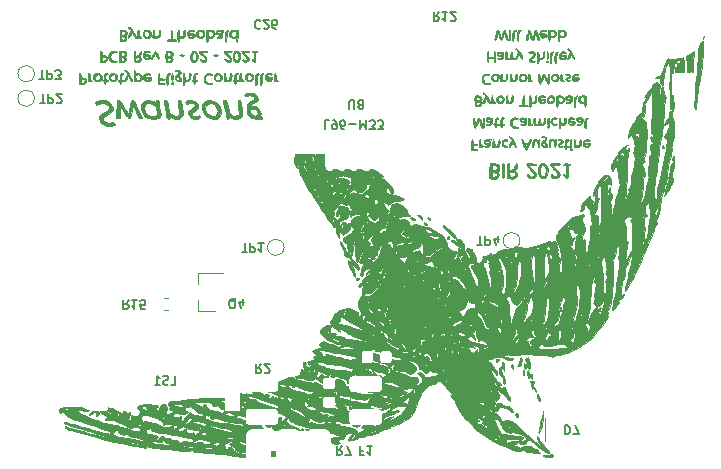
<source format=gbr>
%TF.GenerationSoftware,KiCad,Pcbnew,5.1.9+dfsg1-1~bpo10+1*%
%TF.CreationDate,2021-02-26T10:21:24+00:00*%
%TF.ProjectId,glider,676c6964-6572-42e6-9b69-6361645f7063,rev?*%
%TF.SameCoordinates,Original*%
%TF.FileFunction,Legend,Bot*%
%TF.FilePolarity,Positive*%
%FSLAX46Y46*%
G04 Gerber Fmt 4.6, Leading zero omitted, Abs format (unit mm)*
G04 Created by KiCad (PCBNEW 5.1.9+dfsg1-1~bpo10+1) date 2021-02-26 10:21:24*
%MOMM*%
%LPD*%
G01*
G04 APERTURE LIST*
%ADD10C,0.120000*%
%ADD11C,0.010000*%
%ADD12C,0.150000*%
%ADD13C,0.153000*%
%ADD14C,0.100000*%
%ADD15C,1.100000*%
%ADD16O,1.100000X1.100000*%
%ADD17O,1.800000X1.800000*%
%ADD18C,0.900000*%
%ADD19C,5.100000*%
%ADD20O,2.250000X0.800000*%
%ADD21O,0.800000X2.250000*%
G04 APERTURE END LIST*
D10*
%TO.C,R25*%
X62462221Y-148085000D02*
X62787779Y-148085000D01*
X62462221Y-147065000D02*
X62787779Y-147065000D01*
%TO.C,TP4*%
X74750000Y-137700000D02*
G75*
G03*
X74750000Y-137700000I-700000J0D01*
G01*
%TO.C,TP3*%
X33650000Y-123575000D02*
G75*
G03*
X33650000Y-123575000I-700000J0D01*
G01*
%TO.C,TP2*%
X33650000Y-125650000D02*
G75*
G03*
X33650000Y-125650000I-700000J0D01*
G01*
%TO.C,TP1*%
X54790000Y-138270000D02*
G75*
G03*
X54790000Y-138270000I-700000J0D01*
G01*
%TO.C,D7*%
X76850000Y-154690000D02*
X76850000Y-152690000D01*
D11*
%TO.C,N1*%
G36*
X71859726Y-153318635D02*
G01*
X71846654Y-153270292D01*
X71779136Y-153191462D01*
X71686565Y-153109411D01*
X71598332Y-153051407D01*
X71558814Y-153039479D01*
X71542796Y-153074350D01*
X71569190Y-153133745D01*
X71653405Y-153231722D01*
X71753942Y-153303658D01*
X71837273Y-153328214D01*
X71859726Y-153318635D01*
G37*
X71859726Y-153318635D02*
X71846654Y-153270292D01*
X71779136Y-153191462D01*
X71686565Y-153109411D01*
X71598332Y-153051407D01*
X71558814Y-153039479D01*
X71542796Y-153074350D01*
X71569190Y-153133745D01*
X71653405Y-153231722D01*
X71753942Y-153303658D01*
X71837273Y-153328214D01*
X71859726Y-153318635D01*
G36*
X58438890Y-152541349D02*
G01*
X58469916Y-152465044D01*
X58415327Y-152405274D01*
X58291311Y-152378071D01*
X58273709Y-152377755D01*
X58155155Y-152400674D01*
X58124008Y-152453138D01*
X58167065Y-152519361D01*
X58265942Y-152562382D01*
X58375192Y-152569468D01*
X58438890Y-152541349D01*
G37*
X58438890Y-152541349D02*
X58469916Y-152465044D01*
X58415327Y-152405274D01*
X58291311Y-152378071D01*
X58273709Y-152377755D01*
X58155155Y-152400674D01*
X58124008Y-152453138D01*
X58167065Y-152519361D01*
X58265942Y-152562382D01*
X58375192Y-152569468D01*
X58438890Y-152541349D01*
G36*
X61058017Y-153413789D02*
G01*
X61178116Y-153344889D01*
X61305370Y-153245350D01*
X60910881Y-153244218D01*
X60725050Y-153246550D01*
X60586313Y-153253749D01*
X60519145Y-153264387D01*
X60516392Y-153267230D01*
X60559394Y-153311990D01*
X60663594Y-153366944D01*
X60791789Y-153416198D01*
X60906775Y-153443856D01*
X60933805Y-153445561D01*
X61058017Y-153413789D01*
G37*
X61058017Y-153413789D02*
X61178116Y-153344889D01*
X61305370Y-153245350D01*
X60910881Y-153244218D01*
X60725050Y-153246550D01*
X60586313Y-153253749D01*
X60519145Y-153264387D01*
X60516392Y-153267230D01*
X60559394Y-153311990D01*
X60663594Y-153366944D01*
X60791789Y-153416198D01*
X60906775Y-153443856D01*
X60933805Y-153445561D01*
X61058017Y-153413789D01*
G36*
X67069805Y-147673775D02*
G01*
X67061464Y-147621620D01*
X67004643Y-147541357D01*
X66929951Y-147468975D01*
X66871229Y-147440280D01*
X66832785Y-147481498D01*
X66828216Y-147514842D01*
X66864556Y-147586512D01*
X66946040Y-147651995D01*
X67031367Y-147684121D01*
X67069805Y-147673775D01*
G37*
X67069805Y-147673775D02*
X67061464Y-147621620D01*
X67004643Y-147541357D01*
X66929951Y-147468975D01*
X66871229Y-147440280D01*
X66832785Y-147481498D01*
X66828216Y-147514842D01*
X66864556Y-147586512D01*
X66946040Y-147651995D01*
X67031367Y-147684121D01*
X67069805Y-147673775D01*
G36*
X78192024Y-143630374D02*
G01*
X78235482Y-143531632D01*
X78254335Y-143423485D01*
X78236443Y-143353998D01*
X78181294Y-143357206D01*
X78112174Y-143452189D01*
X78109327Y-143457637D01*
X78060070Y-143593192D01*
X78087256Y-143662797D01*
X78138160Y-143673547D01*
X78192024Y-143630374D01*
G37*
X78192024Y-143630374D02*
X78235482Y-143531632D01*
X78254335Y-143423485D01*
X78236443Y-143353998D01*
X78181294Y-143357206D01*
X78112174Y-143452189D01*
X78109327Y-143457637D01*
X78060070Y-143593192D01*
X78087256Y-143662797D01*
X78138160Y-143673547D01*
X78192024Y-143630374D01*
G36*
X81498212Y-143630733D02*
G01*
X81557342Y-143530694D01*
X81588840Y-143416034D01*
X81589739Y-143396933D01*
X81564251Y-143325987D01*
X81504809Y-143334482D01*
X81438825Y-143415691D01*
X81393887Y-143538721D01*
X81393207Y-143635689D01*
X81435243Y-143673547D01*
X81498212Y-143630733D01*
G37*
X81498212Y-143630733D02*
X81557342Y-143530694D01*
X81588840Y-143416034D01*
X81589739Y-143396933D01*
X81564251Y-143325987D01*
X81504809Y-143334482D01*
X81438825Y-143415691D01*
X81393887Y-143538721D01*
X81393207Y-143635689D01*
X81435243Y-143673547D01*
X81498212Y-143630733D01*
G36*
X62297571Y-139276102D02*
G01*
X62402005Y-139229429D01*
X62469949Y-139175465D01*
X62476171Y-139143382D01*
X62421582Y-139099614D01*
X62409481Y-139099316D01*
X62336018Y-139113591D01*
X62259779Y-139128308D01*
X62182594Y-139169517D01*
X62143365Y-139234003D01*
X62156427Y-139285855D01*
X62192838Y-139295992D01*
X62297571Y-139276102D01*
G37*
X62297571Y-139276102D02*
X62402005Y-139229429D01*
X62469949Y-139175465D01*
X62476171Y-139143382D01*
X62421582Y-139099614D01*
X62409481Y-139099316D01*
X62336018Y-139113591D01*
X62259779Y-139128308D01*
X62182594Y-139169517D01*
X62143365Y-139234003D01*
X62156427Y-139285855D01*
X62192838Y-139295992D01*
X62297571Y-139276102D01*
G36*
X79560702Y-137056447D02*
G01*
X79499879Y-136976156D01*
X79485711Y-136962397D01*
X79394752Y-136896400D01*
X79335352Y-136888288D01*
X79331179Y-136892976D01*
X79341371Y-136957791D01*
X79407268Y-137034779D01*
X79493287Y-137091048D01*
X79553748Y-137098703D01*
X79560702Y-137056447D01*
G37*
X79560702Y-137056447D02*
X79499879Y-136976156D01*
X79485711Y-136962397D01*
X79394752Y-136896400D01*
X79335352Y-136888288D01*
X79331179Y-136892976D01*
X79341371Y-136957791D01*
X79407268Y-137034779D01*
X79493287Y-137091048D01*
X79553748Y-137098703D01*
X79560702Y-137056447D01*
G36*
X77380746Y-155988878D02*
G01*
X77523949Y-155965862D01*
X77541080Y-155960043D01*
X77594958Y-155928529D01*
X77577451Y-155879438D01*
X77537354Y-155832789D01*
X77438276Y-155748815D01*
X77367245Y-155754750D01*
X77339439Y-155788176D01*
X77276056Y-155814230D01*
X77140582Y-155833139D01*
X76967396Y-155840697D01*
X76790131Y-155843491D01*
X76699496Y-155852921D01*
X76680337Y-155873773D01*
X76717497Y-155910832D01*
X76725620Y-155917049D01*
X76828762Y-155955743D01*
X76996660Y-155981895D01*
X77192819Y-155993581D01*
X77380746Y-155988878D01*
G37*
X77380746Y-155988878D02*
X77523949Y-155965862D01*
X77541080Y-155960043D01*
X77594958Y-155928529D01*
X77577451Y-155879438D01*
X77537354Y-155832789D01*
X77438276Y-155748815D01*
X77367245Y-155754750D01*
X77339439Y-155788176D01*
X77276056Y-155814230D01*
X77140582Y-155833139D01*
X76967396Y-155840697D01*
X76790131Y-155843491D01*
X76699496Y-155852921D01*
X76680337Y-155873773D01*
X76717497Y-155910832D01*
X76725620Y-155917049D01*
X76828762Y-155955743D01*
X76996660Y-155981895D01*
X77192819Y-155993581D01*
X77380746Y-155988878D01*
G36*
X55365301Y-155765249D02*
G01*
X55375310Y-155746436D01*
X55331087Y-155698947D01*
X55224433Y-155657509D01*
X55094369Y-155636612D01*
X55078383Y-155636166D01*
X55029171Y-155671204D01*
X55031401Y-155699098D01*
X55085157Y-155743523D01*
X55186180Y-155773136D01*
X55293288Y-155782267D01*
X55365301Y-155765249D01*
G37*
X55365301Y-155765249D02*
X55375310Y-155746436D01*
X55331087Y-155698947D01*
X55224433Y-155657509D01*
X55094369Y-155636612D01*
X55078383Y-155636166D01*
X55029171Y-155671204D01*
X55031401Y-155699098D01*
X55085157Y-155743523D01*
X55186180Y-155773136D01*
X55293288Y-155782267D01*
X55365301Y-155765249D01*
G36*
X54229165Y-155876264D02*
G01*
X54318799Y-155865963D01*
X54496996Y-155841216D01*
X54587917Y-155818060D01*
X54605834Y-155790840D01*
X54578322Y-155763162D01*
X54532134Y-155712545D01*
X54553695Y-155666803D01*
X54653770Y-155617342D01*
X54835447Y-155557860D01*
X54881715Y-155540195D01*
X54884680Y-155525935D01*
X54836145Y-155514664D01*
X54727914Y-155505963D01*
X54551791Y-155499416D01*
X54299579Y-155494606D01*
X53963084Y-155491114D01*
X53534108Y-155488524D01*
X53467484Y-155488216D01*
X53024575Y-155486614D01*
X52673732Y-155486554D01*
X52405225Y-155488497D01*
X52209322Y-155492909D01*
X52076291Y-155500252D01*
X51996402Y-155510990D01*
X51959923Y-155525588D01*
X51957122Y-155544508D01*
X51969027Y-155559620D01*
X52055711Y-155606908D01*
X52211253Y-155658588D01*
X52403785Y-155704277D01*
X52426152Y-155708547D01*
X52673913Y-155755055D01*
X52939508Y-155805563D01*
X53135631Y-155843362D01*
X53482919Y-155893384D01*
X53833635Y-155904087D01*
X54229165Y-155876264D01*
G37*
X54229165Y-155876264D02*
X54318799Y-155865963D01*
X54496996Y-155841216D01*
X54587917Y-155818060D01*
X54605834Y-155790840D01*
X54578322Y-155763162D01*
X54532134Y-155712545D01*
X54553695Y-155666803D01*
X54653770Y-155617342D01*
X54835447Y-155557860D01*
X54881715Y-155540195D01*
X54884680Y-155525935D01*
X54836145Y-155514664D01*
X54727914Y-155505963D01*
X54551791Y-155499416D01*
X54299579Y-155494606D01*
X53963084Y-155491114D01*
X53534108Y-155488524D01*
X53467484Y-155488216D01*
X53024575Y-155486614D01*
X52673732Y-155486554D01*
X52405225Y-155488497D01*
X52209322Y-155492909D01*
X52076291Y-155500252D01*
X51996402Y-155510990D01*
X51959923Y-155525588D01*
X51957122Y-155544508D01*
X51969027Y-155559620D01*
X52055711Y-155606908D01*
X52211253Y-155658588D01*
X52403785Y-155704277D01*
X52426152Y-155708547D01*
X52673913Y-155755055D01*
X52939508Y-155805563D01*
X53135631Y-155843362D01*
X53482919Y-155893384D01*
X53833635Y-155904087D01*
X54229165Y-155876264D01*
G36*
X56993485Y-153736152D02*
G01*
X57032342Y-153721948D01*
X56973588Y-153695073D01*
X56818776Y-153656605D01*
X56707392Y-153633669D01*
X56590956Y-153620818D01*
X56555654Y-153647695D01*
X56558688Y-153663480D01*
X56620980Y-153704133D01*
X56763203Y-153730503D01*
X56855464Y-153736604D01*
X56993485Y-153736152D01*
G37*
X56993485Y-153736152D02*
X57032342Y-153721948D01*
X56973588Y-153695073D01*
X56818776Y-153656605D01*
X56707392Y-153633669D01*
X56590956Y-153620818D01*
X56555654Y-153647695D01*
X56558688Y-153663480D01*
X56620980Y-153704133D01*
X56763203Y-153730503D01*
X56855464Y-153736604D01*
X56993485Y-153736152D01*
G36*
X74599473Y-152647194D02*
G01*
X74592429Y-152535235D01*
X74578579Y-152475878D01*
X74522659Y-152336807D01*
X74454091Y-152283686D01*
X74396678Y-152308826D01*
X74361910Y-152407206D01*
X74400025Y-152529257D01*
X74463799Y-152607096D01*
X74556838Y-152670871D01*
X74599473Y-152647194D01*
G37*
X74599473Y-152647194D02*
X74592429Y-152535235D01*
X74578579Y-152475878D01*
X74522659Y-152336807D01*
X74454091Y-152283686D01*
X74396678Y-152308826D01*
X74361910Y-152407206D01*
X74400025Y-152529257D01*
X74463799Y-152607096D01*
X74556838Y-152670871D01*
X74599473Y-152647194D01*
G36*
X76391371Y-153908742D02*
G01*
X76454747Y-153781274D01*
X76522702Y-153593471D01*
X76589916Y-153365491D01*
X76651068Y-153117498D01*
X76700836Y-152869651D01*
X76733899Y-152642113D01*
X76744936Y-152455045D01*
X76743701Y-152418156D01*
X76727860Y-152148697D01*
X76670461Y-152352304D01*
X76636507Y-152483013D01*
X76587504Y-152684738D01*
X76530230Y-152929062D01*
X76476132Y-153166733D01*
X76421083Y-153410516D01*
X76372223Y-153623610D01*
X76334841Y-153783175D01*
X76314222Y-153866367D01*
X76314147Y-153866633D01*
X76315016Y-153940565D01*
X76337896Y-153955711D01*
X76391371Y-153908742D01*
G37*
X76391371Y-153908742D02*
X76454747Y-153781274D01*
X76522702Y-153593471D01*
X76589916Y-153365491D01*
X76651068Y-153117498D01*
X76700836Y-152869651D01*
X76733899Y-152642113D01*
X76744936Y-152455045D01*
X76743701Y-152418156D01*
X76727860Y-152148697D01*
X76670461Y-152352304D01*
X76636507Y-152483013D01*
X76587504Y-152684738D01*
X76530230Y-152929062D01*
X76476132Y-153166733D01*
X76421083Y-153410516D01*
X76372223Y-153623610D01*
X76334841Y-153783175D01*
X76314222Y-153866367D01*
X76314147Y-153866633D01*
X76315016Y-153940565D01*
X76337896Y-153955711D01*
X76391371Y-153908742D01*
G36*
X39041937Y-152500601D02*
G01*
X39053393Y-152488276D01*
X39125472Y-152378397D01*
X39120792Y-152268804D01*
X39055428Y-152146906D01*
X38936033Y-152039788D01*
X38783524Y-152026257D01*
X38603505Y-152105746D01*
X38476058Y-152205522D01*
X38362318Y-152315991D01*
X38288359Y-152402623D01*
X38272304Y-152434580D01*
X38306679Y-152480208D01*
X38387669Y-152472571D01*
X38482066Y-152421592D01*
X38547583Y-152352304D01*
X38653338Y-152254061D01*
X38766672Y-152235169D01*
X38859819Y-152284911D01*
X38905014Y-152392570D01*
X38895984Y-152486789D01*
X38897433Y-152566077D01*
X38951636Y-152570734D01*
X39041937Y-152500601D01*
G37*
X39041937Y-152500601D02*
X39053393Y-152488276D01*
X39125472Y-152378397D01*
X39120792Y-152268804D01*
X39055428Y-152146906D01*
X38936033Y-152039788D01*
X38783524Y-152026257D01*
X38603505Y-152105746D01*
X38476058Y-152205522D01*
X38362318Y-152315991D01*
X38288359Y-152402623D01*
X38272304Y-152434580D01*
X38306679Y-152480208D01*
X38387669Y-152472571D01*
X38482066Y-152421592D01*
X38547583Y-152352304D01*
X38653338Y-152254061D01*
X38766672Y-152235169D01*
X38859819Y-152284911D01*
X38905014Y-152392570D01*
X38895984Y-152486789D01*
X38897433Y-152566077D01*
X38951636Y-152570734D01*
X39041937Y-152500601D01*
G36*
X53527723Y-150831279D02*
G01*
X53490251Y-150791480D01*
X53469489Y-150775043D01*
X53365557Y-150720954D01*
X53254961Y-150699189D01*
X53171015Y-150711137D01*
X53147033Y-150758190D01*
X53148049Y-150761623D01*
X53207552Y-150805304D01*
X53329483Y-150834855D01*
X53368624Y-150838670D01*
X53491853Y-150844061D01*
X53527723Y-150831279D01*
G37*
X53527723Y-150831279D02*
X53490251Y-150791480D01*
X53469489Y-150775043D01*
X53365557Y-150720954D01*
X53254961Y-150699189D01*
X53171015Y-150711137D01*
X53147033Y-150758190D01*
X53148049Y-150761623D01*
X53207552Y-150805304D01*
X53329483Y-150834855D01*
X53368624Y-150838670D01*
X53491853Y-150844061D01*
X53527723Y-150831279D01*
G36*
X76428869Y-151261272D02*
G01*
X76413571Y-151132092D01*
X76376345Y-150984321D01*
X76316015Y-150806927D01*
X76261137Y-150698005D01*
X76218811Y-150666149D01*
X76196136Y-150719954D01*
X76194148Y-150763749D01*
X76212044Y-150903832D01*
X76256233Y-151069389D01*
X76312462Y-151214094D01*
X76352952Y-151279973D01*
X76408409Y-151313763D01*
X76428869Y-151261272D01*
G37*
X76428869Y-151261272D02*
X76413571Y-151132092D01*
X76376345Y-150984321D01*
X76316015Y-150806927D01*
X76261137Y-150698005D01*
X76218811Y-150666149D01*
X76196136Y-150719954D01*
X76194148Y-150763749D01*
X76212044Y-150903832D01*
X76256233Y-151069389D01*
X76312462Y-151214094D01*
X76352952Y-151279973D01*
X76408409Y-151313763D01*
X76428869Y-151261272D01*
G36*
X60911596Y-150467940D02*
G01*
X60860232Y-150409176D01*
X60812567Y-150392585D01*
X60792048Y-150421668D01*
X60822824Y-150470168D01*
X60885067Y-150523528D01*
X60910507Y-150524456D01*
X60911596Y-150467940D01*
G37*
X60911596Y-150467940D02*
X60860232Y-150409176D01*
X60812567Y-150392585D01*
X60792048Y-150421668D01*
X60822824Y-150470168D01*
X60885067Y-150523528D01*
X60910507Y-150524456D01*
X60911596Y-150467940D01*
G36*
X76118184Y-150367134D02*
G01*
X76059412Y-150224591D01*
X75961301Y-150084524D01*
X75952853Y-150075405D01*
X75868585Y-149973271D01*
X75850651Y-149892758D01*
X75880777Y-149804357D01*
X75915406Y-149693120D01*
X75911831Y-149625243D01*
X75842698Y-149589509D01*
X75732063Y-149578658D01*
X75637981Y-149596305D01*
X75622146Y-149607205D01*
X75622492Y-149667628D01*
X75664049Y-149772249D01*
X75664251Y-149772636D01*
X75712916Y-149916239D01*
X75738818Y-150089203D01*
X75739737Y-150112625D01*
X75747731Y-150223441D01*
X75762738Y-150262175D01*
X75769743Y-150252605D01*
X75823359Y-150202695D01*
X75897132Y-150189642D01*
X75940119Y-150221027D01*
X75940771Y-150227154D01*
X75970984Y-150289396D01*
X76042555Y-150387649D01*
X76046593Y-150392585D01*
X76151284Y-150519839D01*
X76118184Y-150367134D01*
G37*
X76118184Y-150367134D02*
X76059412Y-150224591D01*
X75961301Y-150084524D01*
X75952853Y-150075405D01*
X75868585Y-149973271D01*
X75850651Y-149892758D01*
X75880777Y-149804357D01*
X75915406Y-149693120D01*
X75911831Y-149625243D01*
X75842698Y-149589509D01*
X75732063Y-149578658D01*
X75637981Y-149596305D01*
X75622146Y-149607205D01*
X75622492Y-149667628D01*
X75664049Y-149772249D01*
X75664251Y-149772636D01*
X75712916Y-149916239D01*
X75738818Y-150089203D01*
X75739737Y-150112625D01*
X75747731Y-150223441D01*
X75762738Y-150262175D01*
X75769743Y-150252605D01*
X75823359Y-150202695D01*
X75897132Y-150189642D01*
X75940119Y-150221027D01*
X75940771Y-150227154D01*
X75970984Y-150289396D01*
X76042555Y-150387649D01*
X76046593Y-150392585D01*
X76151284Y-150519839D01*
X76118184Y-150367134D01*
G36*
X58158837Y-149736587D02*
G01*
X58173816Y-149623737D01*
X58174909Y-149578156D01*
X58174909Y-149374549D01*
X58658477Y-149369787D01*
X58411041Y-149273138D01*
X58250057Y-149201743D01*
X58118814Y-149128826D01*
X58076171Y-149097363D01*
X57987227Y-149029587D01*
X57925920Y-149036319D01*
X57870733Y-149093101D01*
X57781872Y-149160895D01*
X57648757Y-149225616D01*
X57635442Y-149230582D01*
X57521670Y-149282073D01*
X57464039Y-149328412D01*
X57462284Y-149334983D01*
X57501817Y-149379523D01*
X57603233Y-149458642D01*
X57740763Y-149555144D01*
X57888634Y-149651834D01*
X58021074Y-149731516D01*
X58112314Y-149776995D01*
X58131899Y-149781763D01*
X58158837Y-149736587D01*
G37*
X58158837Y-149736587D02*
X58173816Y-149623737D01*
X58174909Y-149578156D01*
X58174909Y-149374549D01*
X58658477Y-149369787D01*
X58411041Y-149273138D01*
X58250057Y-149201743D01*
X58118814Y-149128826D01*
X58076171Y-149097363D01*
X57987227Y-149029587D01*
X57925920Y-149036319D01*
X57870733Y-149093101D01*
X57781872Y-149160895D01*
X57648757Y-149225616D01*
X57635442Y-149230582D01*
X57521670Y-149282073D01*
X57464039Y-149328412D01*
X57462284Y-149334983D01*
X57501817Y-149379523D01*
X57603233Y-149458642D01*
X57740763Y-149555144D01*
X57888634Y-149651834D01*
X58021074Y-149731516D01*
X58112314Y-149776995D01*
X58131899Y-149781763D01*
X58158837Y-149736587D01*
G36*
X75785103Y-149234569D02*
G01*
X75779922Y-149097907D01*
X75751375Y-149035074D01*
X75684595Y-149018453D01*
X75668656Y-149018236D01*
X75580731Y-148995172D01*
X75525555Y-148908815D01*
X75503225Y-148834762D01*
X75464432Y-148727035D01*
X75426370Y-148686406D01*
X75417895Y-148690541D01*
X75392575Y-148769014D01*
X75384208Y-148907732D01*
X75392018Y-149066691D01*
X75415224Y-149205887D01*
X75428735Y-149247294D01*
X75464062Y-149317944D01*
X75491323Y-149295953D01*
X75508700Y-149255475D01*
X75540240Y-149201973D01*
X75582718Y-149214384D01*
X75660282Y-149300572D01*
X75665038Y-149306377D01*
X75783272Y-149450901D01*
X75785103Y-149234569D01*
G37*
X75785103Y-149234569D02*
X75779922Y-149097907D01*
X75751375Y-149035074D01*
X75684595Y-149018453D01*
X75668656Y-149018236D01*
X75580731Y-148995172D01*
X75525555Y-148908815D01*
X75503225Y-148834762D01*
X75464432Y-148727035D01*
X75426370Y-148686406D01*
X75417895Y-148690541D01*
X75392575Y-148769014D01*
X75384208Y-148907732D01*
X75392018Y-149066691D01*
X75415224Y-149205887D01*
X75428735Y-149247294D01*
X75464062Y-149317944D01*
X75491323Y-149295953D01*
X75508700Y-149255475D01*
X75540240Y-149201973D01*
X75582718Y-149214384D01*
X75660282Y-149300572D01*
X75665038Y-149306377D01*
X75783272Y-149450901D01*
X75785103Y-149234569D01*
G36*
X75104715Y-149062218D02*
G01*
X75123054Y-148932064D01*
X75124431Y-148881260D01*
X75109933Y-148759351D01*
X75074515Y-148688486D01*
X75032318Y-148688036D01*
X75010967Y-148725843D01*
X75001742Y-148814931D01*
X75008397Y-148954243D01*
X75011862Y-148985711D01*
X75038772Y-149098642D01*
X75073172Y-149120944D01*
X75104715Y-149062218D01*
G37*
X75104715Y-149062218D02*
X75123054Y-148932064D01*
X75124431Y-148881260D01*
X75109933Y-148759351D01*
X75074515Y-148688486D01*
X75032318Y-148688036D01*
X75010967Y-148725843D01*
X75001742Y-148814931D01*
X75008397Y-148954243D01*
X75011862Y-148985711D01*
X75038772Y-149098642D01*
X75073172Y-149120944D01*
X75104715Y-149062218D01*
G36*
X74202250Y-148476287D02*
G01*
X74189118Y-148397194D01*
X74146462Y-148249749D01*
X74097959Y-148181808D01*
X74052210Y-148201995D01*
X74034724Y-148242414D01*
X74026877Y-148390510D01*
X74093195Y-148502413D01*
X74143106Y-148531648D01*
X74193788Y-148535516D01*
X74202250Y-148476287D01*
G37*
X74202250Y-148476287D02*
X74189118Y-148397194D01*
X74146462Y-148249749D01*
X74097959Y-148181808D01*
X74052210Y-148201995D01*
X74034724Y-148242414D01*
X74026877Y-148390510D01*
X74093195Y-148502413D01*
X74143106Y-148531648D01*
X74193788Y-148535516D01*
X74202250Y-148476287D01*
G36*
X73476352Y-149790436D02*
G01*
X73495400Y-149681279D01*
X73482689Y-149531485D01*
X73442797Y-149367347D01*
X73380298Y-149215159D01*
X73299770Y-149101212D01*
X73292459Y-149094330D01*
X73232053Y-149015785D01*
X73201038Y-148900421D01*
X73191810Y-148717865D01*
X73191799Y-148692211D01*
X73192657Y-148381964D01*
X73298601Y-148547394D01*
X73372719Y-148653286D01*
X73424611Y-148709879D01*
X73431573Y-148712825D01*
X73440044Y-148667689D01*
X73436007Y-148552909D01*
X73422636Y-148399433D01*
X73403107Y-148238205D01*
X73380592Y-148100172D01*
X73360735Y-148022214D01*
X73311305Y-147953017D01*
X73265672Y-147973557D01*
X73242291Y-148072827D01*
X73241843Y-148093131D01*
X73197295Y-148249718D01*
X73114589Y-148356513D01*
X73019817Y-148509253D01*
X72986935Y-148707102D01*
X73012050Y-148917474D01*
X73091269Y-149107781D01*
X73220700Y-149245436D01*
X73220781Y-149245489D01*
X73309469Y-149330479D01*
X73317116Y-149435669D01*
X73313258Y-149452455D01*
X73299657Y-149601792D01*
X73325831Y-149735332D01*
X73382276Y-149819523D01*
X73420969Y-149832665D01*
X73476352Y-149790436D01*
G37*
X73476352Y-149790436D02*
X73495400Y-149681279D01*
X73482689Y-149531485D01*
X73442797Y-149367347D01*
X73380298Y-149215159D01*
X73299770Y-149101212D01*
X73292459Y-149094330D01*
X73232053Y-149015785D01*
X73201038Y-148900421D01*
X73191810Y-148717865D01*
X73191799Y-148692211D01*
X73192657Y-148381964D01*
X73298601Y-148547394D01*
X73372719Y-148653286D01*
X73424611Y-148709879D01*
X73431573Y-148712825D01*
X73440044Y-148667689D01*
X73436007Y-148552909D01*
X73422636Y-148399433D01*
X73403107Y-148238205D01*
X73380592Y-148100172D01*
X73360735Y-148022214D01*
X73311305Y-147953017D01*
X73265672Y-147973557D01*
X73242291Y-148072827D01*
X73241843Y-148093131D01*
X73197295Y-148249718D01*
X73114589Y-148356513D01*
X73019817Y-148509253D01*
X72986935Y-148707102D01*
X73012050Y-148917474D01*
X73091269Y-149107781D01*
X73220700Y-149245436D01*
X73220781Y-149245489D01*
X73309469Y-149330479D01*
X73317116Y-149435669D01*
X73313258Y-149452455D01*
X73299657Y-149601792D01*
X73325831Y-149735332D01*
X73382276Y-149819523D01*
X73420969Y-149832665D01*
X73476352Y-149790436D01*
G36*
X72894822Y-147910387D02*
G01*
X72975148Y-147817376D01*
X72987334Y-147760962D01*
X72945869Y-147709898D01*
X72843698Y-147702294D01*
X72745551Y-147728501D01*
X72688230Y-147791871D01*
X72687961Y-147878995D01*
X72738644Y-147941767D01*
X72773547Y-147949298D01*
X72894822Y-147910387D01*
G37*
X72894822Y-147910387D02*
X72975148Y-147817376D01*
X72987334Y-147760962D01*
X72945869Y-147709898D01*
X72843698Y-147702294D01*
X72745551Y-147728501D01*
X72688230Y-147791871D01*
X72687961Y-147878995D01*
X72738644Y-147941767D01*
X72773547Y-147949298D01*
X72894822Y-147910387D01*
G36*
X75612735Y-148527006D02*
G01*
X75632784Y-148420940D01*
X75620977Y-148239834D01*
X75576202Y-147991249D01*
X75562703Y-147932016D01*
X75508527Y-147728411D01*
X75457380Y-147613454D01*
X75398471Y-147574931D01*
X75321007Y-147600629D01*
X75288568Y-147621795D01*
X75196121Y-147710274D01*
X75190865Y-147801049D01*
X75272713Y-147918050D01*
X75287422Y-147933966D01*
X75358786Y-148030992D01*
X75351705Y-148097764D01*
X75340481Y-148110701D01*
X75268892Y-148141742D01*
X75208252Y-148107555D01*
X75131276Y-148076270D01*
X75090703Y-148135016D01*
X75089061Y-148277820D01*
X75100637Y-148361712D01*
X75126230Y-148487983D01*
X75155116Y-148529988D01*
X75203634Y-148504424D01*
X75223333Y-148487098D01*
X75337684Y-148414995D01*
X75432569Y-148435918D01*
X75481523Y-148483767D01*
X75561944Y-148550470D01*
X75612735Y-148527006D01*
G37*
X75612735Y-148527006D02*
X75632784Y-148420940D01*
X75620977Y-148239834D01*
X75576202Y-147991249D01*
X75562703Y-147932016D01*
X75508527Y-147728411D01*
X75457380Y-147613454D01*
X75398471Y-147574931D01*
X75321007Y-147600629D01*
X75288568Y-147621795D01*
X75196121Y-147710274D01*
X75190865Y-147801049D01*
X75272713Y-147918050D01*
X75287422Y-147933966D01*
X75358786Y-148030992D01*
X75351705Y-148097764D01*
X75340481Y-148110701D01*
X75268892Y-148141742D01*
X75208252Y-148107555D01*
X75131276Y-148076270D01*
X75090703Y-148135016D01*
X75089061Y-148277820D01*
X75100637Y-148361712D01*
X75126230Y-148487983D01*
X75155116Y-148529988D01*
X75203634Y-148504424D01*
X75223333Y-148487098D01*
X75337684Y-148414995D01*
X75432569Y-148435918D01*
X75481523Y-148483767D01*
X75561944Y-148550470D01*
X75612735Y-148527006D01*
G36*
X74639664Y-148350158D02*
G01*
X74728287Y-148316192D01*
X74761218Y-148289414D01*
X74817405Y-148178447D01*
X74863028Y-148014424D01*
X74891364Y-147836561D01*
X74895693Y-147684075D01*
X74878030Y-147607893D01*
X74838507Y-147554877D01*
X74805728Y-147580953D01*
X74772477Y-147659927D01*
X74730933Y-147822207D01*
X74717996Y-147952612D01*
X74683399Y-148099184D01*
X74616192Y-148203807D01*
X74542230Y-148285776D01*
X74514388Y-148331062D01*
X74553260Y-148357663D01*
X74639664Y-148350158D01*
G37*
X74639664Y-148350158D02*
X74728287Y-148316192D01*
X74761218Y-148289414D01*
X74817405Y-148178447D01*
X74863028Y-148014424D01*
X74891364Y-147836561D01*
X74895693Y-147684075D01*
X74878030Y-147607893D01*
X74838507Y-147554877D01*
X74805728Y-147580953D01*
X74772477Y-147659927D01*
X74730933Y-147822207D01*
X74717996Y-147952612D01*
X74683399Y-148099184D01*
X74616192Y-148203807D01*
X74542230Y-148285776D01*
X74514388Y-148331062D01*
X74553260Y-148357663D01*
X74639664Y-148350158D01*
G36*
X61206996Y-141608621D02*
G01*
X61288163Y-141538131D01*
X61368887Y-141404634D01*
X61372222Y-141315582D01*
X61306751Y-141285099D01*
X61181061Y-141327308D01*
X61165390Y-141336141D01*
X61093270Y-141422183D01*
X61080970Y-141531448D01*
X61133602Y-141615946D01*
X61135458Y-141617119D01*
X61206996Y-141608621D01*
G37*
X61206996Y-141608621D02*
X61288163Y-141538131D01*
X61368887Y-141404634D01*
X61372222Y-141315582D01*
X61306751Y-141285099D01*
X61181061Y-141327308D01*
X61165390Y-141336141D01*
X61093270Y-141422183D01*
X61080970Y-141531448D01*
X61133602Y-141615946D01*
X61135458Y-141617119D01*
X61206996Y-141608621D01*
G36*
X61063551Y-141050330D02*
G01*
X61135899Y-140988904D01*
X61153991Y-140923646D01*
X61143740Y-140907440D01*
X61058656Y-140876711D01*
X60951626Y-140884497D01*
X60906640Y-140907882D01*
X60871726Y-140993227D01*
X60912647Y-141062504D01*
X60968276Y-141077555D01*
X61063551Y-141050330D01*
G37*
X61063551Y-141050330D02*
X61135899Y-140988904D01*
X61153991Y-140923646D01*
X61143740Y-140907440D01*
X61058656Y-140876711D01*
X60951626Y-140884497D01*
X60906640Y-140907882D01*
X60871726Y-140993227D01*
X60912647Y-141062504D01*
X60968276Y-141077555D01*
X61063551Y-141050330D01*
G36*
X83785737Y-139779559D02*
G01*
X83882557Y-139577301D01*
X83977392Y-139348551D01*
X84061992Y-139117343D01*
X84128108Y-138907711D01*
X84167491Y-138743688D01*
X84172685Y-138652231D01*
X84149228Y-138614663D01*
X84109889Y-138659844D01*
X84061261Y-138761523D01*
X83982826Y-138915522D01*
X83898883Y-139044097D01*
X83879855Y-139066934D01*
X83790415Y-139209716D01*
X83710764Y-139411665D01*
X83654003Y-139630199D01*
X83633233Y-139822735D01*
X83635225Y-139862079D01*
X83652067Y-140034068D01*
X83785737Y-139779559D01*
G37*
X83785737Y-139779559D02*
X83882557Y-139577301D01*
X83977392Y-139348551D01*
X84061992Y-139117343D01*
X84128108Y-138907711D01*
X84167491Y-138743688D01*
X84172685Y-138652231D01*
X84149228Y-138614663D01*
X84109889Y-138659844D01*
X84061261Y-138761523D01*
X83982826Y-138915522D01*
X83898883Y-139044097D01*
X83879855Y-139066934D01*
X83790415Y-139209716D01*
X83710764Y-139411665D01*
X83654003Y-139630199D01*
X83633233Y-139822735D01*
X83635225Y-139862079D01*
X83652067Y-140034068D01*
X83785737Y-139779559D01*
G36*
X68742375Y-137550740D02*
G01*
X68762485Y-137435072D01*
X68741334Y-137331709D01*
X68682538Y-137322036D01*
X68609779Y-137387174D01*
X68572166Y-137468935D01*
X68609314Y-137539319D01*
X68686763Y-137591100D01*
X68742375Y-137550740D01*
G37*
X68742375Y-137550740D02*
X68762485Y-137435072D01*
X68741334Y-137331709D01*
X68682538Y-137322036D01*
X68609779Y-137387174D01*
X68572166Y-137468935D01*
X68609314Y-137539319D01*
X68686763Y-137591100D01*
X68742375Y-137550740D01*
G36*
X66863124Y-136376649D02*
G01*
X66864893Y-136314695D01*
X66794111Y-136235313D01*
X66723578Y-136189464D01*
X66646648Y-136162812D01*
X66624692Y-136206658D01*
X66624609Y-136212851D01*
X66660312Y-136284061D01*
X66740410Y-136350943D01*
X66824391Y-136385675D01*
X66863124Y-136376649D01*
G37*
X66863124Y-136376649D02*
X66864893Y-136314695D01*
X66794111Y-136235313D01*
X66723578Y-136189464D01*
X66646648Y-136162812D01*
X66624692Y-136206658D01*
X66624609Y-136212851D01*
X66660312Y-136284061D01*
X66740410Y-136350943D01*
X66824391Y-136385675D01*
X66863124Y-136376649D01*
G36*
X67159874Y-135883582D02*
G01*
X67111357Y-135819671D01*
X67015119Y-135747291D01*
X66947551Y-135739104D01*
X66930020Y-135777535D01*
X66971011Y-135853477D01*
X67059355Y-135914839D01*
X67138733Y-135926287D01*
X67159874Y-135883582D01*
G37*
X67159874Y-135883582D02*
X67111357Y-135819671D01*
X67015119Y-135747291D01*
X66947551Y-135739104D01*
X66930020Y-135777535D01*
X66971011Y-135853477D01*
X67059355Y-135914839D01*
X67138733Y-135926287D01*
X67159874Y-135883582D01*
G36*
X65850183Y-135963993D02*
G01*
X65840427Y-135897639D01*
X65767996Y-135817107D01*
X65669688Y-135759380D01*
X65560077Y-135734157D01*
X65476668Y-135745765D01*
X65453867Y-135780881D01*
X65495620Y-135849713D01*
X65594131Y-135923670D01*
X65709281Y-135976593D01*
X65770604Y-135987374D01*
X65850183Y-135963993D01*
G37*
X65850183Y-135963993D02*
X65840427Y-135897639D01*
X65767996Y-135817107D01*
X65669688Y-135759380D01*
X65560077Y-135734157D01*
X65476668Y-135745765D01*
X65453867Y-135780881D01*
X65495620Y-135849713D01*
X65594131Y-135923670D01*
X65709281Y-135976593D01*
X65770604Y-135987374D01*
X65850183Y-135963993D01*
G36*
X66501648Y-135913157D02*
G01*
X66472995Y-135818964D01*
X66388596Y-135656434D01*
X66335004Y-135567435D01*
X66249196Y-135446700D01*
X66164412Y-135392530D01*
X66036475Y-135380271D01*
X66000423Y-135380705D01*
X65784729Y-135384857D01*
X65946766Y-135455819D01*
X66076304Y-135538988D01*
X66217170Y-135667553D01*
X66273421Y-135731626D01*
X66399832Y-135874898D01*
X66476584Y-135933605D01*
X66501648Y-135913157D01*
G37*
X66501648Y-135913157D02*
X66472995Y-135818964D01*
X66388596Y-135656434D01*
X66335004Y-135567435D01*
X66249196Y-135446700D01*
X66164412Y-135392530D01*
X66036475Y-135380271D01*
X66000423Y-135380705D01*
X65784729Y-135384857D01*
X65946766Y-135455819D01*
X66076304Y-135538988D01*
X66217170Y-135667553D01*
X66273421Y-135731626D01*
X66399832Y-135874898D01*
X66476584Y-135933605D01*
X66501648Y-135913157D01*
G36*
X65453867Y-135300200D02*
G01*
X65428416Y-135274749D01*
X65402966Y-135300200D01*
X65428416Y-135325651D01*
X65453867Y-135300200D01*
G37*
X65453867Y-135300200D02*
X65428416Y-135274749D01*
X65402966Y-135300200D01*
X65428416Y-135325651D01*
X65453867Y-135300200D01*
G36*
X65453284Y-134726349D02*
G01*
X65453867Y-134714829D01*
X65414736Y-134665884D01*
X65399961Y-134663928D01*
X65369561Y-134695112D01*
X65377515Y-134714829D01*
X65423255Y-134763389D01*
X65431421Y-134765731D01*
X65453284Y-134726349D01*
G37*
X65453284Y-134726349D02*
X65453867Y-134714829D01*
X65414736Y-134665884D01*
X65399961Y-134663928D01*
X65369561Y-134695112D01*
X65377515Y-134714829D01*
X65423255Y-134763389D01*
X65431421Y-134765731D01*
X65453284Y-134726349D01*
G36*
X78787813Y-132349329D02*
G01*
X78810828Y-132195808D01*
X78826359Y-131957221D01*
X78830038Y-131847462D01*
X78837720Y-131606769D01*
X78848010Y-131450013D01*
X78864816Y-131359336D01*
X78892043Y-131316880D01*
X78933597Y-131304786D01*
X78948809Y-131304408D01*
X79025134Y-131279691D01*
X79032164Y-131240781D01*
X78974424Y-131203750D01*
X78852569Y-131175038D01*
X78704187Y-131158485D01*
X78566868Y-131157932D01*
X78478201Y-131177219D01*
X78470048Y-131183351D01*
X78435187Y-131257502D01*
X78491280Y-131300248D01*
X78535631Y-131304408D01*
X78584846Y-131312358D01*
X78615038Y-131349390D01*
X78630795Y-131435275D01*
X78636703Y-131589787D01*
X78637434Y-131743306D01*
X78635586Y-131953270D01*
X78627797Y-132077493D01*
X78610700Y-132132004D01*
X78580926Y-132132834D01*
X78558924Y-132117047D01*
X78469475Y-132081086D01*
X78428599Y-132103705D01*
X78431052Y-132162235D01*
X78493094Y-132247631D01*
X78587089Y-132334268D01*
X78685399Y-132396519D01*
X78758372Y-132409487D01*
X78787813Y-132349329D01*
G37*
X78787813Y-132349329D02*
X78810828Y-132195808D01*
X78826359Y-131957221D01*
X78830038Y-131847462D01*
X78837720Y-131606769D01*
X78848010Y-131450013D01*
X78864816Y-131359336D01*
X78892043Y-131316880D01*
X78933597Y-131304786D01*
X78948809Y-131304408D01*
X79025134Y-131279691D01*
X79032164Y-131240781D01*
X78974424Y-131203750D01*
X78852569Y-131175038D01*
X78704187Y-131158485D01*
X78566868Y-131157932D01*
X78478201Y-131177219D01*
X78470048Y-131183351D01*
X78435187Y-131257502D01*
X78491280Y-131300248D01*
X78535631Y-131304408D01*
X78584846Y-131312358D01*
X78615038Y-131349390D01*
X78630795Y-131435275D01*
X78636703Y-131589787D01*
X78637434Y-131743306D01*
X78635586Y-131953270D01*
X78627797Y-132077493D01*
X78610700Y-132132004D01*
X78580926Y-132132834D01*
X78558924Y-132117047D01*
X78469475Y-132081086D01*
X78428599Y-132103705D01*
X78431052Y-132162235D01*
X78493094Y-132247631D01*
X78587089Y-132334268D01*
X78685399Y-132396519D01*
X78758372Y-132409487D01*
X78787813Y-132349329D01*
G36*
X77839650Y-132416202D02*
G01*
X77986871Y-132355835D01*
X78026613Y-132322445D01*
X78102191Y-132220692D01*
X78128416Y-132141760D01*
X78084958Y-131981076D01*
X77963973Y-131796679D01*
X77779546Y-131609255D01*
X77747443Y-131582292D01*
X77623607Y-131473716D01*
X77540160Y-131386957D01*
X77517595Y-131349179D01*
X77563836Y-131325566D01*
X77684029Y-131309344D01*
X77823006Y-131304408D01*
X78000344Y-131298545D01*
X78095556Y-131277758D01*
X78127814Y-131237255D01*
X78128416Y-131228056D01*
X78109945Y-131189884D01*
X78042705Y-131166521D01*
X77908961Y-131154837D01*
X77695751Y-131151703D01*
X77481614Y-131154586D01*
X77350574Y-131165564D01*
X77284029Y-131188134D01*
X77263376Y-131225790D01*
X77263086Y-131233005D01*
X77296738Y-131303273D01*
X77387019Y-131424395D01*
X77517917Y-131575899D01*
X77598063Y-131661283D01*
X77768020Y-131845734D01*
X77869969Y-131979408D01*
X77913907Y-132076946D01*
X77916199Y-132127175D01*
X77861073Y-132226230D01*
X77756601Y-132267719D01*
X77640513Y-132246817D01*
X77558651Y-132172889D01*
X77477563Y-132087196D01*
X77404623Y-132075766D01*
X77366137Y-132140099D01*
X77364889Y-132161850D01*
X77408942Y-132285851D01*
X77521926Y-132374230D01*
X77675082Y-132420006D01*
X77839650Y-132416202D01*
G37*
X77839650Y-132416202D02*
X77986871Y-132355835D01*
X78026613Y-132322445D01*
X78102191Y-132220692D01*
X78128416Y-132141760D01*
X78084958Y-131981076D01*
X77963973Y-131796679D01*
X77779546Y-131609255D01*
X77747443Y-131582292D01*
X77623607Y-131473716D01*
X77540160Y-131386957D01*
X77517595Y-131349179D01*
X77563836Y-131325566D01*
X77684029Y-131309344D01*
X77823006Y-131304408D01*
X78000344Y-131298545D01*
X78095556Y-131277758D01*
X78127814Y-131237255D01*
X78128416Y-131228056D01*
X78109945Y-131189884D01*
X78042705Y-131166521D01*
X77908961Y-131154837D01*
X77695751Y-131151703D01*
X77481614Y-131154586D01*
X77350574Y-131165564D01*
X77284029Y-131188134D01*
X77263376Y-131225790D01*
X77263086Y-131233005D01*
X77296738Y-131303273D01*
X77387019Y-131424395D01*
X77517917Y-131575899D01*
X77598063Y-131661283D01*
X77768020Y-131845734D01*
X77869969Y-131979408D01*
X77913907Y-132076946D01*
X77916199Y-132127175D01*
X77861073Y-132226230D01*
X77756601Y-132267719D01*
X77640513Y-132246817D01*
X77558651Y-132172889D01*
X77477563Y-132087196D01*
X77404623Y-132075766D01*
X77366137Y-132140099D01*
X77364889Y-132161850D01*
X77408942Y-132285851D01*
X77521926Y-132374230D01*
X77675082Y-132420006D01*
X77839650Y-132416202D01*
G36*
X76865491Y-132380102D02*
G01*
X77001610Y-132252888D01*
X77083669Y-132050441D01*
X77107552Y-131780598D01*
X77097086Y-131628921D01*
X77039542Y-131417616D01*
X76931768Y-131260681D01*
X76791582Y-131168547D01*
X76636802Y-131151649D01*
X76485247Y-131220419D01*
X76451342Y-131250822D01*
X76351819Y-131405921D01*
X76284963Y-131618665D01*
X76269190Y-131770537D01*
X76448657Y-131770537D01*
X76472857Y-131560132D01*
X76536322Y-131407424D01*
X76625343Y-131321021D01*
X76726215Y-131309529D01*
X76825233Y-131381558D01*
X76889298Y-131493802D01*
X76945899Y-131758196D01*
X76937536Y-131908607D01*
X76893218Y-132109252D01*
X76820957Y-132224539D01*
X76709677Y-132269505D01*
X76670223Y-132271543D01*
X76556895Y-132228097D01*
X76484223Y-132096099D01*
X76451108Y-131873060D01*
X76448657Y-131770537D01*
X76269190Y-131770537D01*
X76261211Y-131847351D01*
X76271216Y-131970366D01*
X76344195Y-132201294D01*
X76468053Y-132354426D01*
X76635582Y-132421746D01*
X76679427Y-132424248D01*
X76865491Y-132380102D01*
G37*
X76865491Y-132380102D02*
X77001610Y-132252888D01*
X77083669Y-132050441D01*
X77107552Y-131780598D01*
X77097086Y-131628921D01*
X77039542Y-131417616D01*
X76931768Y-131260681D01*
X76791582Y-131168547D01*
X76636802Y-131151649D01*
X76485247Y-131220419D01*
X76451342Y-131250822D01*
X76351819Y-131405921D01*
X76284963Y-131618665D01*
X76269190Y-131770537D01*
X76448657Y-131770537D01*
X76472857Y-131560132D01*
X76536322Y-131407424D01*
X76625343Y-131321021D01*
X76726215Y-131309529D01*
X76825233Y-131381558D01*
X76889298Y-131493802D01*
X76945899Y-131758196D01*
X76937536Y-131908607D01*
X76893218Y-132109252D01*
X76820957Y-132224539D01*
X76709677Y-132269505D01*
X76670223Y-132271543D01*
X76556895Y-132228097D01*
X76484223Y-132096099D01*
X76451108Y-131873060D01*
X76448657Y-131770537D01*
X76269190Y-131770537D01*
X76261211Y-131847351D01*
X76271216Y-131970366D01*
X76344195Y-132201294D01*
X76468053Y-132354426D01*
X76635582Y-132421746D01*
X76679427Y-132424248D01*
X76865491Y-132380102D01*
G36*
X75952529Y-132376500D02*
G01*
X76008102Y-132331162D01*
X76084107Y-132208470D01*
X76088808Y-132075384D01*
X76017962Y-131918939D01*
X75867324Y-131726170D01*
X75778865Y-131630864D01*
X75465386Y-131304408D01*
X75808558Y-131304408D01*
X76000861Y-131298831D01*
X76104505Y-131280435D01*
X76132106Y-131246729D01*
X76130665Y-131240781D01*
X76065285Y-131201677D01*
X75899588Y-131174892D01*
X75693758Y-131162370D01*
X75487931Y-131157212D01*
X75363638Y-131162273D01*
X75300814Y-131181339D01*
X75279394Y-131218197D01*
X75277915Y-131240850D01*
X75312607Y-131323401D01*
X75402918Y-131445044D01*
X75511112Y-131561045D01*
X75719199Y-131775171D01*
X75851141Y-131940937D01*
X75913872Y-132068819D01*
X75914330Y-132169289D01*
X75914199Y-132169704D01*
X75844089Y-132249515D01*
X75729051Y-132274451D01*
X75609907Y-132244508D01*
X75532424Y-132169739D01*
X75460676Y-132090980D01*
X75382686Y-132070932D01*
X75333073Y-132113921D01*
X75328817Y-132144288D01*
X75373610Y-132266483D01*
X75488144Y-132358990D01*
X75642653Y-132413621D01*
X75807370Y-132422188D01*
X75952529Y-132376500D01*
G37*
X75952529Y-132376500D02*
X76008102Y-132331162D01*
X76084107Y-132208470D01*
X76088808Y-132075384D01*
X76017962Y-131918939D01*
X75867324Y-131726170D01*
X75778865Y-131630864D01*
X75465386Y-131304408D01*
X75808558Y-131304408D01*
X76000861Y-131298831D01*
X76104505Y-131280435D01*
X76132106Y-131246729D01*
X76130665Y-131240781D01*
X76065285Y-131201677D01*
X75899588Y-131174892D01*
X75693758Y-131162370D01*
X75487931Y-131157212D01*
X75363638Y-131162273D01*
X75300814Y-131181339D01*
X75279394Y-131218197D01*
X75277915Y-131240850D01*
X75312607Y-131323401D01*
X75402918Y-131445044D01*
X75511112Y-131561045D01*
X75719199Y-131775171D01*
X75851141Y-131940937D01*
X75913872Y-132068819D01*
X75914330Y-132169289D01*
X75914199Y-132169704D01*
X75844089Y-132249515D01*
X75729051Y-132274451D01*
X75609907Y-132244508D01*
X75532424Y-132169739D01*
X75460676Y-132090980D01*
X75382686Y-132070932D01*
X75333073Y-132113921D01*
X75328817Y-132144288D01*
X75373610Y-132266483D01*
X75488144Y-132358990D01*
X75642653Y-132413621D01*
X75807370Y-132422188D01*
X75952529Y-132376500D01*
G36*
X74255392Y-132400861D02*
G01*
X74406393Y-132311768D01*
X74499610Y-132193257D01*
X74521918Y-132057852D01*
X74460195Y-131918075D01*
X74423219Y-131877054D01*
X74365702Y-131809658D01*
X74363684Y-131745290D01*
X74416422Y-131640017D01*
X74419126Y-131635270D01*
X74494352Y-131465384D01*
X74524459Y-131313069D01*
X74507440Y-131203382D01*
X74456904Y-131162824D01*
X74389223Y-131185926D01*
X74346210Y-131295955D01*
X74342127Y-131316339D01*
X74269607Y-131536076D01*
X74152555Y-131669148D01*
X74002484Y-131711623D01*
X73916830Y-131706694D01*
X73872246Y-131675204D01*
X73855327Y-131592101D01*
X73852665Y-131432331D01*
X73852665Y-131431663D01*
X73843913Y-131255314D01*
X73815697Y-131167296D01*
X73784796Y-131151703D01*
X73698225Y-131174314D01*
X73682992Y-131185638D01*
X73669661Y-131247135D01*
X73658792Y-131388968D01*
X73651541Y-131589678D01*
X73649058Y-131815250D01*
X73649058Y-132062490D01*
X73852665Y-132062490D01*
X73858750Y-131934387D01*
X73893509Y-131878472D01*
X73981701Y-131865208D01*
X74018096Y-131865108D01*
X74149932Y-131876464D01*
X74237342Y-131902748D01*
X74238141Y-131903284D01*
X74321407Y-132007019D01*
X74319920Y-132124192D01*
X74242352Y-132227790D01*
X74114990Y-132287014D01*
X73966440Y-132298996D01*
X73883290Y-132239649D01*
X73853346Y-132098535D01*
X73852665Y-132062490D01*
X73649058Y-132062490D01*
X73649058Y-132410928D01*
X73832535Y-132440702D01*
X74059732Y-132448014D01*
X74255392Y-132400861D01*
G37*
X74255392Y-132400861D02*
X74406393Y-132311768D01*
X74499610Y-132193257D01*
X74521918Y-132057852D01*
X74460195Y-131918075D01*
X74423219Y-131877054D01*
X74365702Y-131809658D01*
X74363684Y-131745290D01*
X74416422Y-131640017D01*
X74419126Y-131635270D01*
X74494352Y-131465384D01*
X74524459Y-131313069D01*
X74507440Y-131203382D01*
X74456904Y-131162824D01*
X74389223Y-131185926D01*
X74346210Y-131295955D01*
X74342127Y-131316339D01*
X74269607Y-131536076D01*
X74152555Y-131669148D01*
X74002484Y-131711623D01*
X73916830Y-131706694D01*
X73872246Y-131675204D01*
X73855327Y-131592101D01*
X73852665Y-131432331D01*
X73852665Y-131431663D01*
X73843913Y-131255314D01*
X73815697Y-131167296D01*
X73784796Y-131151703D01*
X73698225Y-131174314D01*
X73682992Y-131185638D01*
X73669661Y-131247135D01*
X73658792Y-131388968D01*
X73651541Y-131589678D01*
X73649058Y-131815250D01*
X73649058Y-132062490D01*
X73852665Y-132062490D01*
X73858750Y-131934387D01*
X73893509Y-131878472D01*
X73981701Y-131865208D01*
X74018096Y-131865108D01*
X74149932Y-131876464D01*
X74237342Y-131902748D01*
X74238141Y-131903284D01*
X74321407Y-132007019D01*
X74319920Y-132124192D01*
X74242352Y-132227790D01*
X74114990Y-132287014D01*
X73966440Y-132298996D01*
X73883290Y-132239649D01*
X73853346Y-132098535D01*
X73852665Y-132062490D01*
X73649058Y-132062490D01*
X73649058Y-132410928D01*
X73832535Y-132440702D01*
X74059732Y-132448014D01*
X74255392Y-132400861D01*
G36*
X73350540Y-132409229D02*
G01*
X73372509Y-132353965D01*
X73385942Y-132243145D01*
X73392676Y-132061458D01*
X73394548Y-131793593D01*
X73394549Y-131787976D01*
X73392746Y-131518446D01*
X73386115Y-131335365D01*
X73372816Y-131223422D01*
X73351014Y-131167306D01*
X73318870Y-131151707D01*
X73318196Y-131151703D01*
X73285852Y-131166722D01*
X73263883Y-131221986D01*
X73250450Y-131332807D01*
X73243716Y-131514494D01*
X73241844Y-131782358D01*
X73241843Y-131787976D01*
X73243646Y-132057506D01*
X73250277Y-132240587D01*
X73263576Y-132352530D01*
X73285378Y-132408645D01*
X73317522Y-132424244D01*
X73318196Y-132424248D01*
X73350540Y-132409229D01*
G37*
X73350540Y-132409229D02*
X73372509Y-132353965D01*
X73385942Y-132243145D01*
X73392676Y-132061458D01*
X73394548Y-131793593D01*
X73394549Y-131787976D01*
X73392746Y-131518446D01*
X73386115Y-131335365D01*
X73372816Y-131223422D01*
X73351014Y-131167306D01*
X73318870Y-131151707D01*
X73318196Y-131151703D01*
X73285852Y-131166722D01*
X73263883Y-131221986D01*
X73250450Y-131332807D01*
X73243716Y-131514494D01*
X73241844Y-131782358D01*
X73241843Y-131787976D01*
X73243646Y-132057506D01*
X73250277Y-132240587D01*
X73263576Y-132352530D01*
X73285378Y-132408645D01*
X73317522Y-132424244D01*
X73318196Y-132424248D01*
X73350540Y-132409229D01*
G36*
X72804547Y-132386901D02*
G01*
X72934420Y-132258159D01*
X72936432Y-132254600D01*
X72983084Y-132149388D01*
X72974297Y-132061137D01*
X72926075Y-131965539D01*
X72881371Y-131865511D01*
X72882875Y-131814935D01*
X72888989Y-131813427D01*
X72952670Y-131768944D01*
X73002862Y-131661171D01*
X73026336Y-131528622D01*
X73018508Y-131436342D01*
X72950953Y-131320945D01*
X72836419Y-131228982D01*
X72708203Y-131185928D01*
X72543087Y-131159160D01*
X72378317Y-131151242D01*
X72251141Y-131164739D01*
X72206840Y-131185638D01*
X72193532Y-131247116D01*
X72182674Y-131388976D01*
X72177453Y-131533467D01*
X72376513Y-131533467D01*
X72381655Y-131392226D01*
X72407481Y-131325310D01*
X72469585Y-131305363D01*
X72507114Y-131304408D01*
X72649740Y-131325202D01*
X72736172Y-131357101D01*
X72815439Y-131448280D01*
X72834629Y-131533467D01*
X72789538Y-131659705D01*
X72664673Y-131739451D01*
X72507114Y-131762525D01*
X72426583Y-131753505D01*
X72388430Y-131708210D01*
X72377057Y-131599286D01*
X72376513Y-131533467D01*
X72177453Y-131533467D01*
X72175417Y-131589802D01*
X72172905Y-131817436D01*
X72172905Y-132122882D01*
X72376513Y-132122882D01*
X72382559Y-131990493D01*
X72413866Y-131930981D01*
X72490186Y-131915566D01*
X72519038Y-131915230D01*
X72646222Y-131935857D01*
X72722645Y-131976312D01*
X72772884Y-132069846D01*
X72780049Y-132175166D01*
X72745551Y-132237102D01*
X72673154Y-132262490D01*
X72549791Y-132293353D01*
X72541944Y-132295052D01*
X72436768Y-132312752D01*
X72389511Y-132288913D01*
X72376991Y-132199408D01*
X72376513Y-132122882D01*
X72172905Y-132122882D01*
X72172905Y-132415300D01*
X72363787Y-132445922D01*
X72608681Y-132451378D01*
X72804547Y-132386901D01*
G37*
X72804547Y-132386901D02*
X72934420Y-132258159D01*
X72936432Y-132254600D01*
X72983084Y-132149388D01*
X72974297Y-132061137D01*
X72926075Y-131965539D01*
X72881371Y-131865511D01*
X72882875Y-131814935D01*
X72888989Y-131813427D01*
X72952670Y-131768944D01*
X73002862Y-131661171D01*
X73026336Y-131528622D01*
X73018508Y-131436342D01*
X72950953Y-131320945D01*
X72836419Y-131228982D01*
X72708203Y-131185928D01*
X72543087Y-131159160D01*
X72378317Y-131151242D01*
X72251141Y-131164739D01*
X72206840Y-131185638D01*
X72193532Y-131247116D01*
X72182674Y-131388976D01*
X72177453Y-131533467D01*
X72376513Y-131533467D01*
X72381655Y-131392226D01*
X72407481Y-131325310D01*
X72469585Y-131305363D01*
X72507114Y-131304408D01*
X72649740Y-131325202D01*
X72736172Y-131357101D01*
X72815439Y-131448280D01*
X72834629Y-131533467D01*
X72789538Y-131659705D01*
X72664673Y-131739451D01*
X72507114Y-131762525D01*
X72426583Y-131753505D01*
X72388430Y-131708210D01*
X72377057Y-131599286D01*
X72376513Y-131533467D01*
X72177453Y-131533467D01*
X72175417Y-131589802D01*
X72172905Y-131817436D01*
X72172905Y-132122882D01*
X72376513Y-132122882D01*
X72382559Y-131990493D01*
X72413866Y-131930981D01*
X72490186Y-131915566D01*
X72519038Y-131915230D01*
X72646222Y-131935857D01*
X72722645Y-131976312D01*
X72772884Y-132069846D01*
X72780049Y-132175166D01*
X72745551Y-132237102D01*
X72673154Y-132262490D01*
X72549791Y-132293353D01*
X72541944Y-132295052D01*
X72436768Y-132312752D01*
X72389511Y-132288913D01*
X72376991Y-132199408D01*
X72376513Y-132122882D01*
X72172905Y-132122882D01*
X72172905Y-132415300D01*
X72363787Y-132445922D01*
X72608681Y-132451378D01*
X72804547Y-132386901D01*
G36*
X86995476Y-133916139D02*
G01*
X87071439Y-133829927D01*
X87163944Y-133697343D01*
X87258199Y-133540578D01*
X87339410Y-133381822D01*
X87374382Y-133298443D01*
X87437689Y-133152668D01*
X87498642Y-133049066D01*
X87523502Y-133023353D01*
X87574572Y-132958346D01*
X87643011Y-132829925D01*
X87692750Y-132717034D01*
X87730267Y-132617529D01*
X87757731Y-132519380D01*
X87776404Y-132405558D01*
X87787549Y-132259032D01*
X87792430Y-132062772D01*
X87792309Y-131799747D01*
X87788449Y-131452928D01*
X87788149Y-131430755D01*
X87783053Y-131088028D01*
X87777721Y-130837059D01*
X87771089Y-130667803D01*
X87762093Y-130570218D01*
X87749669Y-130534262D01*
X87732751Y-130549890D01*
X87710277Y-130607060D01*
X87703108Y-130628344D01*
X87662644Y-130777746D01*
X87666198Y-130869796D01*
X87694613Y-130918617D01*
X87726244Y-130988558D01*
X87686764Y-131067702D01*
X87652492Y-131106691D01*
X87522768Y-131312856D01*
X87458717Y-131562374D01*
X87462878Y-131761803D01*
X87470011Y-131918156D01*
X87425250Y-132010518D01*
X87417019Y-132017844D01*
X87369331Y-132091292D01*
X87394925Y-132147157D01*
X87416819Y-132190750D01*
X87421671Y-132258968D01*
X87406543Y-132364367D01*
X87368499Y-132519507D01*
X87304602Y-132736947D01*
X87211916Y-133029245D01*
X87129999Y-133280054D01*
X87054969Y-133516116D01*
X86996419Y-133715834D01*
X86959534Y-133860290D01*
X86949499Y-133930566D01*
X86950848Y-133933787D01*
X86995476Y-133916139D01*
G37*
X86995476Y-133916139D02*
X87071439Y-133829927D01*
X87163944Y-133697343D01*
X87258199Y-133540578D01*
X87339410Y-133381822D01*
X87374382Y-133298443D01*
X87437689Y-133152668D01*
X87498642Y-133049066D01*
X87523502Y-133023353D01*
X87574572Y-132958346D01*
X87643011Y-132829925D01*
X87692750Y-132717034D01*
X87730267Y-132617529D01*
X87757731Y-132519380D01*
X87776404Y-132405558D01*
X87787549Y-132259032D01*
X87792430Y-132062772D01*
X87792309Y-131799747D01*
X87788449Y-131452928D01*
X87788149Y-131430755D01*
X87783053Y-131088028D01*
X87777721Y-130837059D01*
X87771089Y-130667803D01*
X87762093Y-130570218D01*
X87749669Y-130534262D01*
X87732751Y-130549890D01*
X87710277Y-130607060D01*
X87703108Y-130628344D01*
X87662644Y-130777746D01*
X87666198Y-130869796D01*
X87694613Y-130918617D01*
X87726244Y-130988558D01*
X87686764Y-131067702D01*
X87652492Y-131106691D01*
X87522768Y-131312856D01*
X87458717Y-131562374D01*
X87462878Y-131761803D01*
X87470011Y-131918156D01*
X87425250Y-132010518D01*
X87417019Y-132017844D01*
X87369331Y-132091292D01*
X87394925Y-132147157D01*
X87416819Y-132190750D01*
X87421671Y-132258968D01*
X87406543Y-132364367D01*
X87368499Y-132519507D01*
X87304602Y-132736947D01*
X87211916Y-133029245D01*
X87129999Y-133280054D01*
X87054969Y-133516116D01*
X86996419Y-133715834D01*
X86959534Y-133860290D01*
X86949499Y-133930566D01*
X86950848Y-133933787D01*
X86995476Y-133916139D01*
G36*
X79137966Y-129991052D02*
G01*
X79146453Y-129955511D01*
X79108494Y-129891483D01*
X79028231Y-129882605D01*
X78978164Y-129911709D01*
X78966326Y-129973991D01*
X79024567Y-130023405D01*
X79073104Y-130031863D01*
X79137966Y-129991052D01*
G37*
X79137966Y-129991052D02*
X79146453Y-129955511D01*
X79108494Y-129891483D01*
X79028231Y-129882605D01*
X78978164Y-129911709D01*
X78966326Y-129973991D01*
X79024567Y-130023405D01*
X79073104Y-130031863D01*
X79137966Y-129991052D01*
G36*
X86919257Y-129834816D02*
G01*
X86934428Y-129751903D01*
X86903539Y-129654650D01*
X86835306Y-129622710D01*
X86766387Y-129666694D01*
X86750164Y-129698564D01*
X86748250Y-129807729D01*
X86819874Y-129873076D01*
X86861080Y-129879158D01*
X86919257Y-129834816D01*
G37*
X86919257Y-129834816D02*
X86934428Y-129751903D01*
X86903539Y-129654650D01*
X86835306Y-129622710D01*
X86766387Y-129666694D01*
X86750164Y-129698564D01*
X86748250Y-129807729D01*
X86819874Y-129873076D01*
X86861080Y-129879158D01*
X86919257Y-129834816D01*
G36*
X80576652Y-129708214D02*
G01*
X80659587Y-129598436D01*
X80673507Y-129519210D01*
X80658960Y-129460145D01*
X80598861Y-129430701D01*
X80468521Y-129421355D01*
X80418998Y-129421042D01*
X80273810Y-129412207D01*
X80181660Y-129389619D01*
X80164489Y-129371931D01*
X80208643Y-129303619D01*
X80314115Y-129251508D01*
X80440419Y-129231815D01*
X80496972Y-129238744D01*
X80596855Y-129243545D01*
X80649238Y-129213112D01*
X80632864Y-129167946D01*
X80592698Y-129146416D01*
X80419442Y-129115676D01*
X80252184Y-129142904D01*
X80146927Y-129208717D01*
X80077504Y-129348422D01*
X80070476Y-129513710D01*
X80084253Y-129550255D01*
X80187469Y-129550255D01*
X80224711Y-129527717D01*
X80340654Y-129522845D01*
X80472537Y-129536560D01*
X80510192Y-129578703D01*
X80508331Y-129586473D01*
X80442534Y-129650100D01*
X80335307Y-129661646D01*
X80234122Y-129618634D01*
X80217429Y-129601654D01*
X80187469Y-129550255D01*
X80084253Y-129550255D01*
X80124997Y-129658331D01*
X80155771Y-129693113D01*
X80294623Y-129765670D01*
X80444957Y-129767331D01*
X80576652Y-129708214D01*
G37*
X80576652Y-129708214D02*
X80659587Y-129598436D01*
X80673507Y-129519210D01*
X80658960Y-129460145D01*
X80598861Y-129430701D01*
X80468521Y-129421355D01*
X80418998Y-129421042D01*
X80273810Y-129412207D01*
X80181660Y-129389619D01*
X80164489Y-129371931D01*
X80208643Y-129303619D01*
X80314115Y-129251508D01*
X80440419Y-129231815D01*
X80496972Y-129238744D01*
X80596855Y-129243545D01*
X80649238Y-129213112D01*
X80632864Y-129167946D01*
X80592698Y-129146416D01*
X80419442Y-129115676D01*
X80252184Y-129142904D01*
X80146927Y-129208717D01*
X80077504Y-129348422D01*
X80070476Y-129513710D01*
X80084253Y-129550255D01*
X80187469Y-129550255D01*
X80224711Y-129527717D01*
X80340654Y-129522845D01*
X80472537Y-129536560D01*
X80510192Y-129578703D01*
X80508331Y-129586473D01*
X80442534Y-129650100D01*
X80335307Y-129661646D01*
X80234122Y-129618634D01*
X80217429Y-129601654D01*
X80187469Y-129550255D01*
X80084253Y-129550255D01*
X80124997Y-129658331D01*
X80155771Y-129693113D01*
X80294623Y-129765670D01*
X80444957Y-129767331D01*
X80576652Y-129708214D01*
G36*
X79711783Y-129747796D02*
G01*
X79835742Y-129671325D01*
X79897489Y-129522929D01*
X79909980Y-129358009D01*
X79896228Y-129195482D01*
X79862428Y-129126839D01*
X79819767Y-129149072D01*
X79779428Y-129259171D01*
X79757274Y-129399096D01*
X79731731Y-129558744D01*
X79689670Y-129640962D01*
X79633384Y-129667919D01*
X79521680Y-129644331D01*
X79441279Y-129537427D01*
X79402793Y-129363570D01*
X79400962Y-129309509D01*
X79389144Y-129185652D01*
X79359789Y-129119209D01*
X79350060Y-129115631D01*
X79323245Y-129162223D01*
X79304962Y-129284955D01*
X79299158Y-129435676D01*
X79299158Y-129755722D01*
X79513969Y-129764288D01*
X79711783Y-129747796D01*
G37*
X79711783Y-129747796D02*
X79835742Y-129671325D01*
X79897489Y-129522929D01*
X79909980Y-129358009D01*
X79896228Y-129195482D01*
X79862428Y-129126839D01*
X79819767Y-129149072D01*
X79779428Y-129259171D01*
X79757274Y-129399096D01*
X79731731Y-129558744D01*
X79689670Y-129640962D01*
X79633384Y-129667919D01*
X79521680Y-129644331D01*
X79441279Y-129537427D01*
X79402793Y-129363570D01*
X79400962Y-129309509D01*
X79389144Y-129185652D01*
X79359789Y-129119209D01*
X79350060Y-129115631D01*
X79323245Y-129162223D01*
X79304962Y-129284955D01*
X79299158Y-129435676D01*
X79299158Y-129755722D01*
X79513969Y-129764288D01*
X79711783Y-129747796D01*
G36*
X79057374Y-129764629D02*
G01*
X79098456Y-129698937D01*
X79118920Y-129540856D01*
X79121002Y-129446493D01*
X79109859Y-129251066D01*
X79077446Y-129144763D01*
X79057374Y-129128356D01*
X79021218Y-129146479D01*
X79000873Y-129239183D01*
X78993820Y-129419070D01*
X78993747Y-129446493D01*
X78999405Y-129637442D01*
X79018058Y-129739729D01*
X79052228Y-129765956D01*
X79057374Y-129764629D01*
G37*
X79057374Y-129764629D02*
X79098456Y-129698937D01*
X79118920Y-129540856D01*
X79121002Y-129446493D01*
X79109859Y-129251066D01*
X79077446Y-129144763D01*
X79057374Y-129128356D01*
X79021218Y-129146479D01*
X79000873Y-129239183D01*
X78993820Y-129419070D01*
X78993747Y-129446493D01*
X78999405Y-129637442D01*
X79018058Y-129739729D01*
X79052228Y-129765956D01*
X79057374Y-129764629D01*
G36*
X78678791Y-129938329D02*
G01*
X78688336Y-129879158D01*
X78724329Y-129794085D01*
X78790140Y-129777354D01*
X78872854Y-129756038D01*
X78891944Y-129726453D01*
X78849311Y-129685096D01*
X78790140Y-129675551D01*
X78724134Y-129658916D01*
X78694548Y-129591306D01*
X78688336Y-129467178D01*
X78699372Y-129325000D01*
X78740875Y-129253969D01*
X78790140Y-129232183D01*
X78872658Y-129191894D01*
X78891944Y-129160596D01*
X78850087Y-129127697D01*
X78756917Y-129116301D01*
X78661033Y-129128382D01*
X78620467Y-129149565D01*
X78599667Y-129217303D01*
X78587684Y-129347217D01*
X78586533Y-129405672D01*
X78569247Y-129575318D01*
X78516289Y-129654451D01*
X78510180Y-129657143D01*
X78442822Y-129707107D01*
X78433827Y-129731899D01*
X78475136Y-129772251D01*
X78510180Y-129777354D01*
X78572361Y-129819791D01*
X78586533Y-129879158D01*
X78607849Y-129961872D01*
X78637434Y-129980962D01*
X78678791Y-129938329D01*
G37*
X78678791Y-129938329D02*
X78688336Y-129879158D01*
X78724329Y-129794085D01*
X78790140Y-129777354D01*
X78872854Y-129756038D01*
X78891944Y-129726453D01*
X78849311Y-129685096D01*
X78790140Y-129675551D01*
X78724134Y-129658916D01*
X78694548Y-129591306D01*
X78688336Y-129467178D01*
X78699372Y-129325000D01*
X78740875Y-129253969D01*
X78790140Y-129232183D01*
X78872658Y-129191894D01*
X78891944Y-129160596D01*
X78850087Y-129127697D01*
X78756917Y-129116301D01*
X78661033Y-129128382D01*
X78620467Y-129149565D01*
X78599667Y-129217303D01*
X78587684Y-129347217D01*
X78586533Y-129405672D01*
X78569247Y-129575318D01*
X78516289Y-129654451D01*
X78510180Y-129657143D01*
X78442822Y-129707107D01*
X78433827Y-129731899D01*
X78475136Y-129772251D01*
X78510180Y-129777354D01*
X78572361Y-129819791D01*
X78586533Y-129879158D01*
X78607849Y-129961872D01*
X78637434Y-129980962D01*
X78678791Y-129938329D01*
G36*
X78303406Y-129755463D02*
G01*
X78332024Y-129708060D01*
X78291808Y-129659564D01*
X78204769Y-129663093D01*
X78103929Y-129661101D01*
X78081638Y-129616379D01*
X78138043Y-129551133D01*
X78203791Y-129514029D01*
X78322383Y-129422180D01*
X78368513Y-129304201D01*
X78330492Y-129190141D01*
X78329996Y-129189541D01*
X78239741Y-129136989D01*
X78113391Y-129116936D01*
X77998669Y-129132274D01*
X77950260Y-129166533D01*
X77940941Y-129209677D01*
X77998144Y-129224699D01*
X78115691Y-129219426D01*
X78207277Y-129240471D01*
X78228779Y-129303524D01*
X78181098Y-129377621D01*
X78109908Y-129418402D01*
X77990239Y-129497992D01*
X77955721Y-129601132D01*
X78006961Y-129699529D01*
X78103246Y-129756661D01*
X78214827Y-129775641D01*
X78303406Y-129755463D01*
G37*
X78303406Y-129755463D02*
X78332024Y-129708060D01*
X78291808Y-129659564D01*
X78204769Y-129663093D01*
X78103929Y-129661101D01*
X78081638Y-129616379D01*
X78138043Y-129551133D01*
X78203791Y-129514029D01*
X78322383Y-129422180D01*
X78368513Y-129304201D01*
X78330492Y-129190141D01*
X78329996Y-129189541D01*
X78239741Y-129136989D01*
X78113391Y-129116936D01*
X77998669Y-129132274D01*
X77950260Y-129166533D01*
X77940941Y-129209677D01*
X77998144Y-129224699D01*
X78115691Y-129219426D01*
X78207277Y-129240471D01*
X78228779Y-129303524D01*
X78181098Y-129377621D01*
X78109908Y-129418402D01*
X77990239Y-129497992D01*
X77955721Y-129601132D01*
X78006961Y-129699529D01*
X78103246Y-129756661D01*
X78214827Y-129775641D01*
X78303406Y-129755463D01*
G36*
X77750443Y-129731618D02*
G01*
X77768850Y-129614864D01*
X77772104Y-129527009D01*
X77778161Y-129362796D01*
X77793507Y-129233050D01*
X77803001Y-129196147D01*
X77798275Y-129128092D01*
X77752099Y-129115631D01*
X77681023Y-129146573D01*
X77670300Y-129176713D01*
X77655276Y-129212127D01*
X77609218Y-129176713D01*
X77490959Y-129121145D01*
X77352885Y-129133974D01*
X77259523Y-129196277D01*
X77216546Y-129294318D01*
X77193867Y-129436605D01*
X77192074Y-129586716D01*
X77211755Y-129708226D01*
X77250360Y-129763822D01*
X77294811Y-129741048D01*
X77313185Y-129627798D01*
X77313988Y-129582152D01*
X77327316Y-129377780D01*
X77370481Y-129260323D01*
X77448251Y-129218027D01*
X77461959Y-129217435D01*
X77583127Y-129257855D01*
X77651745Y-129381368D01*
X77670300Y-129558477D01*
X77680851Y-129691508D01*
X77707418Y-129769148D01*
X77721202Y-129777354D01*
X77750443Y-129731618D01*
G37*
X77750443Y-129731618D02*
X77768850Y-129614864D01*
X77772104Y-129527009D01*
X77778161Y-129362796D01*
X77793507Y-129233050D01*
X77803001Y-129196147D01*
X77798275Y-129128092D01*
X77752099Y-129115631D01*
X77681023Y-129146573D01*
X77670300Y-129176713D01*
X77655276Y-129212127D01*
X77609218Y-129176713D01*
X77490959Y-129121145D01*
X77352885Y-129133974D01*
X77259523Y-129196277D01*
X77216546Y-129294318D01*
X77193867Y-129436605D01*
X77192074Y-129586716D01*
X77211755Y-129708226D01*
X77250360Y-129763822D01*
X77294811Y-129741048D01*
X77313185Y-129627798D01*
X77313988Y-129582152D01*
X77327316Y-129377780D01*
X77370481Y-129260323D01*
X77448251Y-129218027D01*
X77461959Y-129217435D01*
X77583127Y-129257855D01*
X77651745Y-129381368D01*
X77670300Y-129558477D01*
X77680851Y-129691508D01*
X77707418Y-129769148D01*
X77721202Y-129777354D01*
X77750443Y-129731618D01*
G36*
X75892424Y-129705828D02*
G01*
X75923300Y-129581483D01*
X75930127Y-129518889D01*
X75954260Y-129339648D01*
X76001371Y-129247356D01*
X76081833Y-129227942D01*
X76135439Y-129240407D01*
X76204616Y-129286060D01*
X76241409Y-129384671D01*
X76255092Y-129508719D01*
X76277033Y-129654557D01*
X76314774Y-129748622D01*
X76334128Y-129764892D01*
X76370491Y-129746432D01*
X76390840Y-129652929D01*
X76397711Y-129471850D01*
X76397755Y-129450734D01*
X76390645Y-129276170D01*
X76371772Y-129156465D01*
X76346853Y-129115631D01*
X76299113Y-129155572D01*
X76295952Y-129176713D01*
X76280927Y-129212127D01*
X76234869Y-129176713D01*
X76116308Y-129121429D01*
X75972934Y-129133206D01*
X75866922Y-129195619D01*
X75821952Y-129281043D01*
X75793925Y-129410512D01*
X75783725Y-129553267D01*
X75792235Y-129678548D01*
X75820340Y-129755592D01*
X75850561Y-129764915D01*
X75892424Y-129705828D01*
G37*
X75892424Y-129705828D02*
X75923300Y-129581483D01*
X75930127Y-129518889D01*
X75954260Y-129339648D01*
X76001371Y-129247356D01*
X76081833Y-129227942D01*
X76135439Y-129240407D01*
X76204616Y-129286060D01*
X76241409Y-129384671D01*
X76255092Y-129508719D01*
X76277033Y-129654557D01*
X76314774Y-129748622D01*
X76334128Y-129764892D01*
X76370491Y-129746432D01*
X76390840Y-129652929D01*
X76397711Y-129471850D01*
X76397755Y-129450734D01*
X76390645Y-129276170D01*
X76371772Y-129156465D01*
X76346853Y-129115631D01*
X76299113Y-129155572D01*
X76295952Y-129176713D01*
X76280927Y-129212127D01*
X76234869Y-129176713D01*
X76116308Y-129121429D01*
X75972934Y-129133206D01*
X75866922Y-129195619D01*
X75821952Y-129281043D01*
X75793925Y-129410512D01*
X75783725Y-129553267D01*
X75792235Y-129678548D01*
X75820340Y-129755592D01*
X75850561Y-129764915D01*
X75892424Y-129705828D01*
G36*
X75323753Y-129963433D02*
G01*
X75390595Y-129851539D01*
X75470978Y-129696302D01*
X75552720Y-129523292D01*
X75623639Y-129358077D01*
X75671551Y-129226229D01*
X75685130Y-129161618D01*
X75661661Y-129111552D01*
X75607117Y-129132148D01*
X75545293Y-129208316D01*
X75516843Y-129268336D01*
X75460698Y-129373613D01*
X75374596Y-129415342D01*
X75277915Y-129421042D01*
X75147717Y-129407221D01*
X75075809Y-129347961D01*
X75038988Y-129268336D01*
X74984862Y-129170596D01*
X74926591Y-129119278D01*
X74887113Y-129124306D01*
X74889366Y-129195604D01*
X74892146Y-129204812D01*
X74956117Y-129383038D01*
X75036353Y-129574234D01*
X75052853Y-129609284D01*
X75181761Y-129609284D01*
X75201812Y-129539898D01*
X75277915Y-129522845D01*
X75358839Y-129549225D01*
X75376141Y-129586473D01*
X75355480Y-129684767D01*
X75333233Y-129750768D01*
X75300451Y-129819384D01*
X75269269Y-129802119D01*
X75235007Y-129741389D01*
X75181761Y-129609284D01*
X75052853Y-129609284D01*
X75121397Y-129754879D01*
X75199790Y-129901456D01*
X75260078Y-129990444D01*
X75282634Y-130006413D01*
X75323753Y-129963433D01*
G37*
X75323753Y-129963433D02*
X75390595Y-129851539D01*
X75470978Y-129696302D01*
X75552720Y-129523292D01*
X75623639Y-129358077D01*
X75671551Y-129226229D01*
X75685130Y-129161618D01*
X75661661Y-129111552D01*
X75607117Y-129132148D01*
X75545293Y-129208316D01*
X75516843Y-129268336D01*
X75460698Y-129373613D01*
X75374596Y-129415342D01*
X75277915Y-129421042D01*
X75147717Y-129407221D01*
X75075809Y-129347961D01*
X75038988Y-129268336D01*
X74984862Y-129170596D01*
X74926591Y-129119278D01*
X74887113Y-129124306D01*
X74889366Y-129195604D01*
X74892146Y-129204812D01*
X74956117Y-129383038D01*
X75036353Y-129574234D01*
X75052853Y-129609284D01*
X75181761Y-129609284D01*
X75201812Y-129539898D01*
X75277915Y-129522845D01*
X75358839Y-129549225D01*
X75376141Y-129586473D01*
X75355480Y-129684767D01*
X75333233Y-129750768D01*
X75300451Y-129819384D01*
X75269269Y-129802119D01*
X75235007Y-129741389D01*
X75181761Y-129609284D01*
X75052853Y-129609284D01*
X75121397Y-129754879D01*
X75199790Y-129901456D01*
X75260078Y-129990444D01*
X75282634Y-130006413D01*
X75323753Y-129963433D01*
G36*
X73624902Y-129770550D02*
G01*
X73693537Y-129735081D01*
X73699960Y-129713235D01*
X73654536Y-129666587D01*
X73540828Y-129649608D01*
X73385084Y-129616954D01*
X73308922Y-129524634D01*
X73319207Y-129382905D01*
X73335332Y-129342611D01*
X73396561Y-129246903D01*
X73482734Y-129225621D01*
X73548911Y-129235582D01*
X73660005Y-129244307D01*
X73699001Y-129204803D01*
X73699960Y-129190711D01*
X73658411Y-129134812D01*
X73557275Y-129114388D01*
X73431819Y-129127944D01*
X73317310Y-129173985D01*
X73275183Y-129208717D01*
X73205761Y-129348422D01*
X73198732Y-129513710D01*
X73253254Y-129658331D01*
X73284028Y-129693113D01*
X73384196Y-129747826D01*
X73509805Y-129774219D01*
X73624902Y-129770550D01*
G37*
X73624902Y-129770550D02*
X73693537Y-129735081D01*
X73699960Y-129713235D01*
X73654536Y-129666587D01*
X73540828Y-129649608D01*
X73385084Y-129616954D01*
X73308922Y-129524634D01*
X73319207Y-129382905D01*
X73335332Y-129342611D01*
X73396561Y-129246903D01*
X73482734Y-129225621D01*
X73548911Y-129235582D01*
X73660005Y-129244307D01*
X73699001Y-129204803D01*
X73699960Y-129190711D01*
X73658411Y-129134812D01*
X73557275Y-129114388D01*
X73431819Y-129127944D01*
X73317310Y-129173985D01*
X73275183Y-129208717D01*
X73205761Y-129348422D01*
X73198732Y-129513710D01*
X73253254Y-129658331D01*
X73284028Y-129693113D01*
X73384196Y-129747826D01*
X73509805Y-129774219D01*
X73624902Y-129770550D01*
G36*
X72845743Y-129752590D02*
G01*
X72964485Y-129685282D01*
X73023986Y-129548774D01*
X73038236Y-129362262D01*
X73024516Y-129197591D01*
X72990780Y-129127155D01*
X72948162Y-129148267D01*
X72907798Y-129258242D01*
X72885531Y-129399096D01*
X72842964Y-129578206D01*
X72771983Y-129668322D01*
X72689169Y-129671769D01*
X72611103Y-129590875D01*
X72554369Y-129427963D01*
X72542506Y-129350985D01*
X72514836Y-129188993D01*
X72483567Y-129123996D01*
X72454642Y-129151634D01*
X72434004Y-129267547D01*
X72427414Y-129435422D01*
X72427414Y-129755214D01*
X72654044Y-129765077D01*
X72845743Y-129752590D01*
G37*
X72845743Y-129752590D02*
X72964485Y-129685282D01*
X73023986Y-129548774D01*
X73038236Y-129362262D01*
X73024516Y-129197591D01*
X72990780Y-129127155D01*
X72948162Y-129148267D01*
X72907798Y-129258242D01*
X72885531Y-129399096D01*
X72842964Y-129578206D01*
X72771983Y-129668322D01*
X72689169Y-129671769D01*
X72611103Y-129590875D01*
X72554369Y-129427963D01*
X72542506Y-129350985D01*
X72514836Y-129188993D01*
X72483567Y-129123996D01*
X72454642Y-129151634D01*
X72434004Y-129267547D01*
X72427414Y-129435422D01*
X72427414Y-129755214D01*
X72654044Y-129765077D01*
X72845743Y-129752590D01*
G36*
X72063003Y-129763007D02*
G01*
X72152510Y-129709967D01*
X72206301Y-129590314D01*
X72238572Y-129393775D01*
X72267328Y-129137450D01*
X72054686Y-129131434D01*
X71905693Y-129133259D01*
X71796224Y-129145208D01*
X71778416Y-129150217D01*
X71728304Y-129214779D01*
X71714789Y-129291796D01*
X71725367Y-129328504D01*
X71826368Y-129328504D01*
X71842044Y-129268336D01*
X71905462Y-129221022D01*
X72015391Y-129238793D01*
X72041488Y-129248331D01*
X72115611Y-129309662D01*
X72106849Y-129378675D01*
X72024300Y-129419434D01*
X71997753Y-129421042D01*
X71877200Y-129394855D01*
X71826368Y-129328504D01*
X71725367Y-129328504D01*
X71754296Y-129428887D01*
X71875831Y-129509855D01*
X71969298Y-129530694D01*
X72059619Y-129561526D01*
X72063841Y-129604082D01*
X71993231Y-129640357D01*
X71892946Y-129652717D01*
X71773610Y-129670481D01*
X71745360Y-129706907D01*
X71803836Y-129745248D01*
X71922753Y-129767203D01*
X72063003Y-129763007D01*
G37*
X72063003Y-129763007D02*
X72152510Y-129709967D01*
X72206301Y-129590314D01*
X72238572Y-129393775D01*
X72267328Y-129137450D01*
X72054686Y-129131434D01*
X71905693Y-129133259D01*
X71796224Y-129145208D01*
X71778416Y-129150217D01*
X71728304Y-129214779D01*
X71714789Y-129291796D01*
X71725367Y-129328504D01*
X71826368Y-129328504D01*
X71842044Y-129268336D01*
X71905462Y-129221022D01*
X72015391Y-129238793D01*
X72041488Y-129248331D01*
X72115611Y-129309662D01*
X72106849Y-129378675D01*
X72024300Y-129419434D01*
X71997753Y-129421042D01*
X71877200Y-129394855D01*
X71826368Y-129328504D01*
X71725367Y-129328504D01*
X71754296Y-129428887D01*
X71875831Y-129509855D01*
X71969298Y-129530694D01*
X72059619Y-129561526D01*
X72063841Y-129604082D01*
X71993231Y-129640357D01*
X71892946Y-129652717D01*
X71773610Y-129670481D01*
X71745360Y-129706907D01*
X71803836Y-129745248D01*
X71922753Y-129767203D01*
X72063003Y-129763007D01*
G36*
X71567765Y-129756326D02*
G01*
X71606238Y-129721916D01*
X71548463Y-129661149D01*
X71511182Y-129636462D01*
X71441946Y-129562678D01*
X71412535Y-129436456D01*
X71409378Y-129344258D01*
X71399250Y-129207803D01*
X71373630Y-129126039D01*
X71358477Y-129115631D01*
X71329236Y-129161367D01*
X71310829Y-129278121D01*
X71307575Y-129365977D01*
X71301927Y-129528826D01*
X71287608Y-129655956D01*
X71278631Y-129691748D01*
X71282657Y-129743401D01*
X71360195Y-129764930D01*
X71431337Y-129767174D01*
X71567765Y-129756326D01*
G37*
X71567765Y-129756326D02*
X71606238Y-129721916D01*
X71548463Y-129661149D01*
X71511182Y-129636462D01*
X71441946Y-129562678D01*
X71412535Y-129436456D01*
X71409378Y-129344258D01*
X71399250Y-129207803D01*
X71373630Y-129126039D01*
X71358477Y-129115631D01*
X71329236Y-129161367D01*
X71310829Y-129278121D01*
X71307575Y-129365977D01*
X71301927Y-129528826D01*
X71287608Y-129655956D01*
X71278631Y-129691748D01*
X71282657Y-129743401D01*
X71360195Y-129764930D01*
X71431337Y-129767174D01*
X71567765Y-129756326D01*
G36*
X71045543Y-130022707D02*
G01*
X71137694Y-129999297D01*
X71154869Y-129980962D01*
X71109712Y-129949087D01*
X70996903Y-129931358D01*
X70951262Y-129930060D01*
X70820708Y-129924030D01*
X70762671Y-129891352D01*
X70747976Y-129810145D01*
X70747655Y-129777354D01*
X70755695Y-129679439D01*
X70799266Y-129635911D01*
X70907542Y-129624890D01*
X70951262Y-129624649D01*
X71078762Y-129613360D01*
X71149677Y-129585157D01*
X71154869Y-129573747D01*
X71109712Y-129541872D01*
X70996903Y-129524143D01*
X70951262Y-129522845D01*
X70747655Y-129522845D01*
X70747655Y-129319238D01*
X70736366Y-129191739D01*
X70708163Y-129120823D01*
X70696753Y-129115631D01*
X70672363Y-129163683D01*
X70654965Y-129296698D01*
X70646415Y-129497966D01*
X70645851Y-129573747D01*
X70645851Y-130031863D01*
X70900360Y-130031863D01*
X71045543Y-130022707D01*
G37*
X71045543Y-130022707D02*
X71137694Y-129999297D01*
X71154869Y-129980962D01*
X71109712Y-129949087D01*
X70996903Y-129931358D01*
X70951262Y-129930060D01*
X70820708Y-129924030D01*
X70762671Y-129891352D01*
X70747976Y-129810145D01*
X70747655Y-129777354D01*
X70755695Y-129679439D01*
X70799266Y-129635911D01*
X70907542Y-129624890D01*
X70951262Y-129624649D01*
X71078762Y-129613360D01*
X71149677Y-129585157D01*
X71154869Y-129573747D01*
X71109712Y-129541872D01*
X70996903Y-129524143D01*
X70951262Y-129522845D01*
X70747655Y-129522845D01*
X70747655Y-129319238D01*
X70736366Y-129191739D01*
X70708163Y-129120823D01*
X70696753Y-129115631D01*
X70672363Y-129163683D01*
X70654965Y-129296698D01*
X70646415Y-129497966D01*
X70645851Y-129573747D01*
X70645851Y-130031863D01*
X70900360Y-130031863D01*
X71045543Y-130022707D01*
G36*
X76976274Y-129771664D02*
G01*
X77024114Y-129736851D01*
X77023436Y-129646305D01*
X77018817Y-129611924D01*
X76971292Y-129432906D01*
X76885066Y-129339136D01*
X76786011Y-129317246D01*
X76733819Y-129308001D01*
X76767690Y-129278696D01*
X76846623Y-129241888D01*
X76961080Y-129177673D01*
X77001199Y-129100584D01*
X76999328Y-129027548D01*
X76973860Y-128931448D01*
X76905674Y-128886793D01*
X76796973Y-128871057D01*
X76666345Y-128874176D01*
X76584162Y-128901827D01*
X76577636Y-128909233D01*
X76564740Y-128951508D01*
X76609355Y-128968738D01*
X76731269Y-128966702D01*
X76766793Y-128964483D01*
X76876493Y-128981252D01*
X76905400Y-129036869D01*
X76854496Y-129109547D01*
X76757757Y-129165005D01*
X76649506Y-129233552D01*
X76592088Y-129346638D01*
X76574829Y-129427450D01*
X76570719Y-129548195D01*
X76660319Y-129548195D01*
X76694725Y-129464666D01*
X76774741Y-129428732D01*
X76791506Y-129430590D01*
X76876457Y-129489288D01*
X76897225Y-129536309D01*
X76873939Y-129621998D01*
X76795418Y-129665761D01*
X76706154Y-129646138D01*
X76692986Y-129634829D01*
X76660319Y-129548195D01*
X76570719Y-129548195D01*
X76568566Y-129611405D01*
X76630470Y-129723214D01*
X76768395Y-129772746D01*
X76853288Y-129777354D01*
X76976274Y-129771664D01*
G37*
X76976274Y-129771664D02*
X77024114Y-129736851D01*
X77023436Y-129646305D01*
X77018817Y-129611924D01*
X76971292Y-129432906D01*
X76885066Y-129339136D01*
X76786011Y-129317246D01*
X76733819Y-129308001D01*
X76767690Y-129278696D01*
X76846623Y-129241888D01*
X76961080Y-129177673D01*
X77001199Y-129100584D01*
X76999328Y-129027548D01*
X76973860Y-128931448D01*
X76905674Y-128886793D01*
X76796973Y-128871057D01*
X76666345Y-128874176D01*
X76584162Y-128901827D01*
X76577636Y-128909233D01*
X76564740Y-128951508D01*
X76609355Y-128968738D01*
X76731269Y-128966702D01*
X76766793Y-128964483D01*
X76876493Y-128981252D01*
X76905400Y-129036869D01*
X76854496Y-129109547D01*
X76757757Y-129165005D01*
X76649506Y-129233552D01*
X76592088Y-129346638D01*
X76574829Y-129427450D01*
X76570719Y-129548195D01*
X76660319Y-129548195D01*
X76694725Y-129464666D01*
X76774741Y-129428732D01*
X76791506Y-129430590D01*
X76876457Y-129489288D01*
X76897225Y-129536309D01*
X76873939Y-129621998D01*
X76795418Y-129665761D01*
X76706154Y-129646138D01*
X76692986Y-129634829D01*
X76660319Y-129548195D01*
X76570719Y-129548195D01*
X76568566Y-129611405D01*
X76630470Y-129723214D01*
X76768395Y-129772746D01*
X76853288Y-129777354D01*
X76976274Y-129771664D01*
G36*
X73880211Y-129734842D02*
G01*
X73953003Y-129627884D01*
X73979919Y-129573747D01*
X74042923Y-129450246D01*
X74093948Y-129377949D01*
X74107174Y-129370140D01*
X74147615Y-129412151D01*
X74207927Y-129517992D01*
X74234428Y-129573747D01*
X74304023Y-129697826D01*
X74370878Y-129769951D01*
X74391672Y-129777354D01*
X74405725Y-129736940D01*
X74379977Y-129631358D01*
X74324661Y-129484099D01*
X74250013Y-129318653D01*
X74166268Y-129158510D01*
X74083660Y-129027162D01*
X74042370Y-128975651D01*
X73950284Y-128899755D01*
X73860959Y-128859600D01*
X73806583Y-128867414D01*
X73801763Y-128884259D01*
X73834104Y-128931905D01*
X73913606Y-129019044D01*
X73930281Y-129035914D01*
X74058798Y-129164432D01*
X73904097Y-129470893D01*
X73822426Y-129646677D01*
X73794730Y-129746035D01*
X73818672Y-129777354D01*
X73818751Y-129777354D01*
X73880211Y-129734842D01*
G37*
X73880211Y-129734842D02*
X73953003Y-129627884D01*
X73979919Y-129573747D01*
X74042923Y-129450246D01*
X74093948Y-129377949D01*
X74107174Y-129370140D01*
X74147615Y-129412151D01*
X74207927Y-129517992D01*
X74234428Y-129573747D01*
X74304023Y-129697826D01*
X74370878Y-129769951D01*
X74391672Y-129777354D01*
X74405725Y-129736940D01*
X74379977Y-129631358D01*
X74324661Y-129484099D01*
X74250013Y-129318653D01*
X74166268Y-129158510D01*
X74083660Y-129027162D01*
X74042370Y-128975651D01*
X73950284Y-128899755D01*
X73860959Y-128859600D01*
X73806583Y-128867414D01*
X73801763Y-128884259D01*
X73834104Y-128931905D01*
X73913606Y-129019044D01*
X73930281Y-129035914D01*
X74058798Y-129164432D01*
X73904097Y-129470893D01*
X73822426Y-129646677D01*
X73794730Y-129746035D01*
X73818672Y-129777354D01*
X73818751Y-129777354D01*
X73880211Y-129734842D01*
G36*
X77170664Y-128149359D02*
G01*
X77202494Y-128084869D01*
X77182641Y-128009170D01*
X77135831Y-127995791D01*
X77071418Y-128032319D01*
X77068472Y-128074833D01*
X77112520Y-128153019D01*
X77170664Y-128149359D01*
G37*
X77170664Y-128149359D02*
X77202494Y-128084869D01*
X77182641Y-128009170D01*
X77135831Y-127995791D01*
X77071418Y-128032319D01*
X77068472Y-128074833D01*
X77112520Y-128153019D01*
X77170664Y-128149359D01*
G36*
X80331945Y-128179455D02*
G01*
X80355578Y-128107367D01*
X80366305Y-127964742D01*
X80368096Y-127816037D01*
X80373248Y-127605758D01*
X80390994Y-127478315D01*
X80424766Y-127415157D01*
X80444449Y-127403377D01*
X80515318Y-127349069D01*
X80494753Y-127298795D01*
X80420789Y-127283166D01*
X80317755Y-127324167D01*
X80268083Y-127381623D01*
X80241494Y-127480781D01*
X80222556Y-127645833D01*
X80215390Y-127839739D01*
X80219810Y-128034366D01*
X80235714Y-128146150D01*
X80267069Y-128193778D01*
X80291743Y-128199398D01*
X80331945Y-128179455D01*
G37*
X80331945Y-128179455D02*
X80355578Y-128107367D01*
X80366305Y-127964742D01*
X80368096Y-127816037D01*
X80373248Y-127605758D01*
X80390994Y-127478315D01*
X80424766Y-127415157D01*
X80444449Y-127403377D01*
X80515318Y-127349069D01*
X80494753Y-127298795D01*
X80420789Y-127283166D01*
X80317755Y-127324167D01*
X80268083Y-127381623D01*
X80241494Y-127480781D01*
X80222556Y-127645833D01*
X80215390Y-127839739D01*
X80219810Y-128034366D01*
X80235714Y-128146150D01*
X80267069Y-128193778D01*
X80291743Y-128199398D01*
X80331945Y-128179455D01*
G36*
X78112896Y-128155076D02*
G01*
X78128388Y-128047897D01*
X78128416Y-128042649D01*
X78136985Y-127935429D01*
X78183279Y-127904164D01*
X78277806Y-127918710D01*
X78440715Y-127912779D01*
X78559227Y-127820546D01*
X78625701Y-127650646D01*
X78637434Y-127512224D01*
X78627442Y-127361249D01*
X78593466Y-127292480D01*
X78561082Y-127283166D01*
X78510914Y-127312948D01*
X78487946Y-127414349D01*
X78484729Y-127513822D01*
X78471499Y-127677239D01*
X78427714Y-127761201D01*
X78401458Y-127776432D01*
X78279802Y-127780081D01*
X78190080Y-127694517D01*
X78141683Y-127529806D01*
X78138215Y-127494315D01*
X78119201Y-127340607D01*
X78094949Y-127279290D01*
X78069519Y-127301374D01*
X78046974Y-127397870D01*
X78031376Y-127559791D01*
X78026613Y-127741282D01*
X78031952Y-127960793D01*
X78046731Y-128117377D01*
X78069094Y-128194324D01*
X78077515Y-128199398D01*
X78112896Y-128155076D01*
G37*
X78112896Y-128155076D02*
X78128388Y-128047897D01*
X78128416Y-128042649D01*
X78136985Y-127935429D01*
X78183279Y-127904164D01*
X78277806Y-127918710D01*
X78440715Y-127912779D01*
X78559227Y-127820546D01*
X78625701Y-127650646D01*
X78637434Y-127512224D01*
X78627442Y-127361249D01*
X78593466Y-127292480D01*
X78561082Y-127283166D01*
X78510914Y-127312948D01*
X78487946Y-127414349D01*
X78484729Y-127513822D01*
X78471499Y-127677239D01*
X78427714Y-127761201D01*
X78401458Y-127776432D01*
X78279802Y-127780081D01*
X78190080Y-127694517D01*
X78141683Y-127529806D01*
X78138215Y-127494315D01*
X78119201Y-127340607D01*
X78094949Y-127279290D01*
X78069519Y-127301374D01*
X78046974Y-127397870D01*
X78031376Y-127559791D01*
X78026613Y-127741282D01*
X78031952Y-127960793D01*
X78046731Y-128117377D01*
X78069094Y-128194324D01*
X78077515Y-128199398D01*
X78112896Y-128155076D01*
G36*
X77180166Y-127870533D02*
G01*
X77203969Y-127787386D01*
X77212033Y-127625375D01*
X77212184Y-127588577D01*
X77206320Y-127411239D01*
X77185534Y-127316027D01*
X77145031Y-127283768D01*
X77135831Y-127283166D01*
X77091497Y-127306621D01*
X77067694Y-127389768D01*
X77059629Y-127551778D01*
X77059479Y-127588577D01*
X77065342Y-127765915D01*
X77086129Y-127861127D01*
X77126632Y-127893385D01*
X77135831Y-127893988D01*
X77180166Y-127870533D01*
G37*
X77180166Y-127870533D02*
X77203969Y-127787386D01*
X77212033Y-127625375D01*
X77212184Y-127588577D01*
X77206320Y-127411239D01*
X77185534Y-127316027D01*
X77145031Y-127283768D01*
X77135831Y-127283166D01*
X77091497Y-127306621D01*
X77067694Y-127389768D01*
X77059629Y-127551778D01*
X77059479Y-127588577D01*
X77065342Y-127765915D01*
X77086129Y-127861127D01*
X77126632Y-127893385D01*
X77135831Y-127893988D01*
X77180166Y-127870533D01*
G36*
X76723495Y-127912822D02*
G01*
X76804970Y-127843086D01*
X76866844Y-127740116D01*
X76902970Y-127600959D01*
X76911901Y-127457441D01*
X76892189Y-127341389D01*
X76842388Y-127284630D01*
X76830420Y-127283166D01*
X76782046Y-127310818D01*
X76758659Y-127406305D01*
X76754068Y-127533433D01*
X76738509Y-127713568D01*
X76687944Y-127802909D01*
X76596545Y-127808196D01*
X76537735Y-127783515D01*
X76475781Y-127714659D01*
X76450315Y-127578028D01*
X76448657Y-127510433D01*
X76438472Y-127374451D01*
X76412724Y-127293255D01*
X76397755Y-127283166D01*
X76366818Y-127328534D01*
X76348762Y-127442771D01*
X76346853Y-127502044D01*
X76326706Y-127693208D01*
X76267561Y-127794652D01*
X76171363Y-127803748D01*
X76135448Y-127788011D01*
X76070999Y-127720343D01*
X76043869Y-127591840D01*
X76041443Y-127510433D01*
X76031297Y-127360108D01*
X75996851Y-127292033D01*
X75965090Y-127283166D01*
X75920895Y-127306490D01*
X75897089Y-127389237D01*
X75888915Y-127550568D01*
X75888737Y-127590808D01*
X75896076Y-127775131D01*
X75919602Y-127869133D01*
X75952364Y-127886240D01*
X76048082Y-127891997D01*
X76132963Y-127913665D01*
X76263476Y-127922114D01*
X76320591Y-127894661D01*
X76414353Y-127862640D01*
X76492959Y-127890455D01*
X76622015Y-127939544D01*
X76723495Y-127912822D01*
G37*
X76723495Y-127912822D02*
X76804970Y-127843086D01*
X76866844Y-127740116D01*
X76902970Y-127600959D01*
X76911901Y-127457441D01*
X76892189Y-127341389D01*
X76842388Y-127284630D01*
X76830420Y-127283166D01*
X76782046Y-127310818D01*
X76758659Y-127406305D01*
X76754068Y-127533433D01*
X76738509Y-127713568D01*
X76687944Y-127802909D01*
X76596545Y-127808196D01*
X76537735Y-127783515D01*
X76475781Y-127714659D01*
X76450315Y-127578028D01*
X76448657Y-127510433D01*
X76438472Y-127374451D01*
X76412724Y-127293255D01*
X76397755Y-127283166D01*
X76366818Y-127328534D01*
X76348762Y-127442771D01*
X76346853Y-127502044D01*
X76326706Y-127693208D01*
X76267561Y-127794652D01*
X76171363Y-127803748D01*
X76135448Y-127788011D01*
X76070999Y-127720343D01*
X76043869Y-127591840D01*
X76041443Y-127510433D01*
X76031297Y-127360108D01*
X75996851Y-127292033D01*
X75965090Y-127283166D01*
X75920895Y-127306490D01*
X75897089Y-127389237D01*
X75888915Y-127550568D01*
X75888737Y-127590808D01*
X75896076Y-127775131D01*
X75919602Y-127869133D01*
X75952364Y-127886240D01*
X76048082Y-127891997D01*
X76132963Y-127913665D01*
X76263476Y-127922114D01*
X76320591Y-127894661D01*
X76414353Y-127862640D01*
X76492959Y-127890455D01*
X76622015Y-127939544D01*
X76723495Y-127912822D01*
G36*
X75530664Y-127905914D02*
G01*
X75532424Y-127892197D01*
X75567896Y-127867947D01*
X75638588Y-127896321D01*
X75730266Y-127930618D01*
X75770939Y-127926949D01*
X75775743Y-127868054D01*
X75719935Y-127810535D01*
X75656675Y-127792184D01*
X75609935Y-127761585D01*
X75587348Y-127658637D01*
X75583326Y-127537675D01*
X75575152Y-127377624D01*
X75546852Y-127299452D01*
X75506974Y-127283166D01*
X75464146Y-127305255D01*
X75440343Y-127384181D01*
X75431180Y-127538938D01*
X75430621Y-127614028D01*
X75437813Y-127786923D01*
X75456865Y-127905296D01*
X75481523Y-127944889D01*
X75530664Y-127905914D01*
G37*
X75530664Y-127905914D02*
X75532424Y-127892197D01*
X75567896Y-127867947D01*
X75638588Y-127896321D01*
X75730266Y-127930618D01*
X75770939Y-127926949D01*
X75775743Y-127868054D01*
X75719935Y-127810535D01*
X75656675Y-127792184D01*
X75609935Y-127761585D01*
X75587348Y-127658637D01*
X75583326Y-127537675D01*
X75575152Y-127377624D01*
X75546852Y-127299452D01*
X75506974Y-127283166D01*
X75464146Y-127305255D01*
X75440343Y-127384181D01*
X75431180Y-127538938D01*
X75430621Y-127614028D01*
X75437813Y-127786923D01*
X75456865Y-127905296D01*
X75481523Y-127944889D01*
X75530664Y-127905914D01*
G36*
X70975450Y-128104417D02*
G01*
X71041411Y-127989326D01*
X71104372Y-127842004D01*
X71169234Y-127680008D01*
X71225167Y-127560298D01*
X71257330Y-127511818D01*
X71293077Y-127542926D01*
X71349152Y-127647382D01*
X71410035Y-127793941D01*
X71501054Y-128010595D01*
X71575564Y-128127788D01*
X71634484Y-128145180D01*
X71678731Y-128062430D01*
X71709222Y-127879199D01*
X71723520Y-127677655D01*
X71728926Y-127465973D01*
X71719398Y-127340758D01*
X71693252Y-127287538D01*
X71677602Y-127283166D01*
X71632933Y-127331175D01*
X71613815Y-127476119D01*
X71612986Y-127529191D01*
X71606305Y-127680222D01*
X71589337Y-127785697D01*
X71578103Y-127810100D01*
X71541667Y-127786915D01*
X71483119Y-127691027D01*
X71430581Y-127578528D01*
X71360976Y-127430274D01*
X71299232Y-127326549D01*
X71268581Y-127295619D01*
X71225482Y-127330088D01*
X71162123Y-127436273D01*
X71100023Y-127572844D01*
X71034405Y-127728124D01*
X70993698Y-127799492D01*
X70967302Y-127798446D01*
X70945668Y-127740276D01*
X70918317Y-127594938D01*
X70905434Y-127448597D01*
X70888782Y-127321646D01*
X70857807Y-127284017D01*
X70824913Y-127326801D01*
X70802507Y-127441089D01*
X70799117Y-127524950D01*
X70809369Y-127775020D01*
X70836579Y-127973535D01*
X70877308Y-128103630D01*
X70926265Y-128148497D01*
X70975450Y-128104417D01*
G37*
X70975450Y-128104417D02*
X71041411Y-127989326D01*
X71104372Y-127842004D01*
X71169234Y-127680008D01*
X71225167Y-127560298D01*
X71257330Y-127511818D01*
X71293077Y-127542926D01*
X71349152Y-127647382D01*
X71410035Y-127793941D01*
X71501054Y-128010595D01*
X71575564Y-128127788D01*
X71634484Y-128145180D01*
X71678731Y-128062430D01*
X71709222Y-127879199D01*
X71723520Y-127677655D01*
X71728926Y-127465973D01*
X71719398Y-127340758D01*
X71693252Y-127287538D01*
X71677602Y-127283166D01*
X71632933Y-127331175D01*
X71613815Y-127476119D01*
X71612986Y-127529191D01*
X71606305Y-127680222D01*
X71589337Y-127785697D01*
X71578103Y-127810100D01*
X71541667Y-127786915D01*
X71483119Y-127691027D01*
X71430581Y-127578528D01*
X71360976Y-127430274D01*
X71299232Y-127326549D01*
X71268581Y-127295619D01*
X71225482Y-127330088D01*
X71162123Y-127436273D01*
X71100023Y-127572844D01*
X71034405Y-127728124D01*
X70993698Y-127799492D01*
X70967302Y-127798446D01*
X70945668Y-127740276D01*
X70918317Y-127594938D01*
X70905434Y-127448597D01*
X70888782Y-127321646D01*
X70857807Y-127284017D01*
X70824913Y-127326801D01*
X70802507Y-127441089D01*
X70799117Y-127524950D01*
X70809369Y-127775020D01*
X70836579Y-127973535D01*
X70877308Y-128103630D01*
X70926265Y-128148497D01*
X70975450Y-128104417D01*
G36*
X79950815Y-127853238D02*
G01*
X80033340Y-127695266D01*
X80062684Y-127464959D01*
X80062685Y-127463578D01*
X80052338Y-127347850D01*
X80000495Y-127295423D01*
X79887366Y-127273836D01*
X79734790Y-127270625D01*
X79609685Y-127291254D01*
X79607406Y-127292078D01*
X79524993Y-127360771D01*
X79517311Y-127441798D01*
X79627503Y-127441798D01*
X79630153Y-127435655D01*
X79708714Y-127389029D01*
X79813329Y-127397354D01*
X79888440Y-127454728D01*
X79892415Y-127463518D01*
X79902448Y-127548715D01*
X79891032Y-127573590D01*
X79827565Y-127581450D01*
X79735539Y-127547856D01*
X79655376Y-127494180D01*
X79627503Y-127441798D01*
X79517311Y-127441798D01*
X79515649Y-127459321D01*
X79566345Y-127563261D01*
X79664053Y-127648125D01*
X79795743Y-127689445D01*
X79819502Y-127690380D01*
X79895895Y-127711555D01*
X79909980Y-127735836D01*
X79866650Y-127794807D01*
X79761519Y-127819607D01*
X79660380Y-127808217D01*
X79573976Y-127808153D01*
X79558884Y-127850500D01*
X79616500Y-127903676D01*
X79655471Y-127919439D01*
X79822421Y-127930691D01*
X79950815Y-127853238D01*
G37*
X79950815Y-127853238D02*
X80033340Y-127695266D01*
X80062684Y-127464959D01*
X80062685Y-127463578D01*
X80052338Y-127347850D01*
X80000495Y-127295423D01*
X79887366Y-127273836D01*
X79734790Y-127270625D01*
X79609685Y-127291254D01*
X79607406Y-127292078D01*
X79524993Y-127360771D01*
X79517311Y-127441798D01*
X79627503Y-127441798D01*
X79630153Y-127435655D01*
X79708714Y-127389029D01*
X79813329Y-127397354D01*
X79888440Y-127454728D01*
X79892415Y-127463518D01*
X79902448Y-127548715D01*
X79891032Y-127573590D01*
X79827565Y-127581450D01*
X79735539Y-127547856D01*
X79655376Y-127494180D01*
X79627503Y-127441798D01*
X79517311Y-127441798D01*
X79515649Y-127459321D01*
X79566345Y-127563261D01*
X79664053Y-127648125D01*
X79795743Y-127689445D01*
X79819502Y-127690380D01*
X79895895Y-127711555D01*
X79909980Y-127735836D01*
X79866650Y-127794807D01*
X79761519Y-127819607D01*
X79660380Y-127808217D01*
X79573976Y-127808153D01*
X79558884Y-127850500D01*
X79616500Y-127903676D01*
X79655471Y-127919439D01*
X79822421Y-127930691D01*
X79950815Y-127853238D01*
G36*
X79207908Y-127912848D02*
G01*
X79299158Y-127843086D01*
X79392432Y-127724346D01*
X79393311Y-127644201D01*
X79300183Y-127599960D01*
X79146453Y-127588577D01*
X79001248Y-127581250D01*
X78909099Y-127562516D01*
X78891944Y-127547855D01*
X78937737Y-127460487D01*
X79056156Y-127401300D01*
X79182084Y-127384970D01*
X79295731Y-127371468D01*
X79349419Y-127338516D01*
X79350060Y-127334068D01*
X79309137Y-127288220D01*
X79277870Y-127283166D01*
X79161566Y-127265711D01*
X79137890Y-127258230D01*
X79045335Y-127261055D01*
X78942845Y-127297597D01*
X78840279Y-127399852D01*
X78792350Y-127550314D01*
X78801972Y-127709945D01*
X78815392Y-127734793D01*
X78906401Y-127734793D01*
X78915253Y-127703241D01*
X79020280Y-127690980D01*
X79070100Y-127690380D01*
X79187875Y-127701802D01*
X79246724Y-127729884D01*
X79248256Y-127735836D01*
X79206385Y-127795349D01*
X79108978Y-127817843D01*
X78998345Y-127794407D01*
X78990060Y-127790211D01*
X78906401Y-127734793D01*
X78815392Y-127734793D01*
X78872060Y-127839712D01*
X78900576Y-127863764D01*
X79062944Y-127937400D01*
X79207908Y-127912848D01*
G37*
X79207908Y-127912848D02*
X79299158Y-127843086D01*
X79392432Y-127724346D01*
X79393311Y-127644201D01*
X79300183Y-127599960D01*
X79146453Y-127588577D01*
X79001248Y-127581250D01*
X78909099Y-127562516D01*
X78891944Y-127547855D01*
X78937737Y-127460487D01*
X79056156Y-127401300D01*
X79182084Y-127384970D01*
X79295731Y-127371468D01*
X79349419Y-127338516D01*
X79350060Y-127334068D01*
X79309137Y-127288220D01*
X79277870Y-127283166D01*
X79161566Y-127265711D01*
X79137890Y-127258230D01*
X79045335Y-127261055D01*
X78942845Y-127297597D01*
X78840279Y-127399852D01*
X78792350Y-127550314D01*
X78801972Y-127709945D01*
X78815392Y-127734793D01*
X78906401Y-127734793D01*
X78915253Y-127703241D01*
X79020280Y-127690980D01*
X79070100Y-127690380D01*
X79187875Y-127701802D01*
X79246724Y-127729884D01*
X79248256Y-127735836D01*
X79206385Y-127795349D01*
X79108978Y-127817843D01*
X78998345Y-127794407D01*
X78990060Y-127790211D01*
X78906401Y-127734793D01*
X78815392Y-127734793D01*
X78872060Y-127839712D01*
X78900576Y-127863764D01*
X79062944Y-127937400D01*
X79207908Y-127912848D01*
G36*
X77746282Y-127924080D02*
G01*
X77841847Y-127881156D01*
X77873907Y-127836179D01*
X77833113Y-127802552D01*
X77763874Y-127809085D01*
X77623513Y-127809564D01*
X77513070Y-127748556D01*
X77466735Y-127645302D01*
X77466693Y-127641851D01*
X77490197Y-127485140D01*
X77570528Y-127404987D01*
X77701197Y-127384970D01*
X77816772Y-127371811D01*
X77872894Y-127339582D01*
X77873907Y-127334068D01*
X77838227Y-127284615D01*
X77827169Y-127283166D01*
X77738573Y-127268492D01*
X77712640Y-127260898D01*
X77615016Y-127261196D01*
X77529580Y-127284982D01*
X77416909Y-127377891D01*
X77345473Y-127524048D01*
X77336391Y-127676906D01*
X77342003Y-127698460D01*
X77429144Y-127825374D01*
X77572423Y-127910048D01*
X77727767Y-127927886D01*
X77746282Y-127924080D01*
G37*
X77746282Y-127924080D02*
X77841847Y-127881156D01*
X77873907Y-127836179D01*
X77833113Y-127802552D01*
X77763874Y-127809085D01*
X77623513Y-127809564D01*
X77513070Y-127748556D01*
X77466735Y-127645302D01*
X77466693Y-127641851D01*
X77490197Y-127485140D01*
X77570528Y-127404987D01*
X77701197Y-127384970D01*
X77816772Y-127371811D01*
X77872894Y-127339582D01*
X77873907Y-127334068D01*
X77838227Y-127284615D01*
X77827169Y-127283166D01*
X77738573Y-127268492D01*
X77712640Y-127260898D01*
X77615016Y-127261196D01*
X77529580Y-127284982D01*
X77416909Y-127377891D01*
X77345473Y-127524048D01*
X77336391Y-127676906D01*
X77342003Y-127698460D01*
X77429144Y-127825374D01*
X77572423Y-127910048D01*
X77727767Y-127927886D01*
X77746282Y-127924080D01*
G36*
X75155401Y-127871795D02*
G01*
X75244775Y-127727295D01*
X75277898Y-127513640D01*
X75277915Y-127507982D01*
X75268285Y-127357187D01*
X75237438Y-127296809D01*
X75214288Y-127297067D01*
X75117003Y-127299286D01*
X75048857Y-127282355D01*
X74920012Y-127269971D01*
X74832525Y-127288023D01*
X74740557Y-127361215D01*
X74717996Y-127431345D01*
X74722249Y-127441798D01*
X74842733Y-127441798D01*
X74845384Y-127435655D01*
X74923944Y-127389029D01*
X75028559Y-127397354D01*
X75103670Y-127454728D01*
X75107645Y-127463518D01*
X75117678Y-127548715D01*
X75106263Y-127573590D01*
X75042796Y-127581450D01*
X74950769Y-127547856D01*
X74870607Y-127494180D01*
X74842733Y-127441798D01*
X74722249Y-127441798D01*
X74761770Y-127538916D01*
X74868058Y-127634505D01*
X74999308Y-127687401D01*
X75034732Y-127690380D01*
X75111125Y-127711555D01*
X75125210Y-127735836D01*
X75081881Y-127794807D01*
X74976750Y-127819607D01*
X74875611Y-127808217D01*
X74788442Y-127810326D01*
X74774108Y-127856256D01*
X74841345Y-127910739D01*
X74849413Y-127913993D01*
X75020154Y-127937305D01*
X75155401Y-127871795D01*
G37*
X75155401Y-127871795D02*
X75244775Y-127727295D01*
X75277898Y-127513640D01*
X75277915Y-127507982D01*
X75268285Y-127357187D01*
X75237438Y-127296809D01*
X75214288Y-127297067D01*
X75117003Y-127299286D01*
X75048857Y-127282355D01*
X74920012Y-127269971D01*
X74832525Y-127288023D01*
X74740557Y-127361215D01*
X74717996Y-127431345D01*
X74722249Y-127441798D01*
X74842733Y-127441798D01*
X74845384Y-127435655D01*
X74923944Y-127389029D01*
X75028559Y-127397354D01*
X75103670Y-127454728D01*
X75107645Y-127463518D01*
X75117678Y-127548715D01*
X75106263Y-127573590D01*
X75042796Y-127581450D01*
X74950769Y-127547856D01*
X74870607Y-127494180D01*
X74842733Y-127441798D01*
X74722249Y-127441798D01*
X74761770Y-127538916D01*
X74868058Y-127634505D01*
X74999308Y-127687401D01*
X75034732Y-127690380D01*
X75111125Y-127711555D01*
X75125210Y-127735836D01*
X75081881Y-127794807D01*
X74976750Y-127819607D01*
X74875611Y-127808217D01*
X74788442Y-127810326D01*
X74774108Y-127856256D01*
X74841345Y-127910739D01*
X74849413Y-127913993D01*
X75020154Y-127937305D01*
X75155401Y-127871795D01*
G36*
X74463465Y-128166317D02*
G01*
X74584247Y-128128349D01*
X74609266Y-128089197D01*
X74543962Y-128058700D01*
X74397314Y-128046693D01*
X74212821Y-128028104D01*
X74107055Y-127960602D01*
X74061873Y-127826587D01*
X74056272Y-127715831D01*
X74075434Y-127536845D01*
X74145012Y-127434236D01*
X74283151Y-127390403D01*
X74397314Y-127384970D01*
X74530361Y-127375571D01*
X74607997Y-127351905D01*
X74616192Y-127339637D01*
X74571668Y-127302882D01*
X74463031Y-127277916D01*
X74327682Y-127268858D01*
X74203022Y-127279831D01*
X74166359Y-127290063D01*
X74030260Y-127388878D01*
X73934986Y-127549942D01*
X73903567Y-127715831D01*
X73948013Y-127921419D01*
X74068240Y-128075777D01*
X74244578Y-128163079D01*
X74457361Y-128167502D01*
X74463465Y-128166317D01*
G37*
X74463465Y-128166317D02*
X74584247Y-128128349D01*
X74609266Y-128089197D01*
X74543962Y-128058700D01*
X74397314Y-128046693D01*
X74212821Y-128028104D01*
X74107055Y-127960602D01*
X74061873Y-127826587D01*
X74056272Y-127715831D01*
X74075434Y-127536845D01*
X74145012Y-127434236D01*
X74283151Y-127390403D01*
X74397314Y-127384970D01*
X74530361Y-127375571D01*
X74607997Y-127351905D01*
X74616192Y-127339637D01*
X74571668Y-127302882D01*
X74463031Y-127277916D01*
X74327682Y-127268858D01*
X74203022Y-127279831D01*
X74166359Y-127290063D01*
X74030260Y-127388878D01*
X73934986Y-127549942D01*
X73903567Y-127715831D01*
X73948013Y-127921419D01*
X74068240Y-128075777D01*
X74244578Y-128163079D01*
X74457361Y-128167502D01*
X74463465Y-128166317D01*
G36*
X73227672Y-128055158D02*
G01*
X73241843Y-127995791D01*
X73277836Y-127910719D01*
X73343647Y-127893988D01*
X73426361Y-127872671D01*
X73445451Y-127843086D01*
X73402818Y-127801729D01*
X73343647Y-127792184D01*
X73277043Y-127775110D01*
X73247607Y-127706098D01*
X73241843Y-127588577D01*
X73253358Y-127449511D01*
X73293075Y-127390573D01*
X73322438Y-127384970D01*
X73381804Y-127355373D01*
X73382884Y-127324524D01*
X73320693Y-127252184D01*
X73226054Y-127267133D01*
X73171399Y-127309980D01*
X73113922Y-127420025D01*
X73089236Y-127577646D01*
X73089138Y-127587971D01*
X73074035Y-127721270D01*
X73036623Y-127805198D01*
X73025511Y-127813393D01*
X72988077Y-127846822D01*
X73025511Y-127872779D01*
X73079044Y-127942756D01*
X73089138Y-128000033D01*
X73122106Y-128080198D01*
X73165491Y-128097595D01*
X73227672Y-128055158D01*
G37*
X73227672Y-128055158D02*
X73241843Y-127995791D01*
X73277836Y-127910719D01*
X73343647Y-127893988D01*
X73426361Y-127872671D01*
X73445451Y-127843086D01*
X73402818Y-127801729D01*
X73343647Y-127792184D01*
X73277043Y-127775110D01*
X73247607Y-127706098D01*
X73241843Y-127588577D01*
X73253358Y-127449511D01*
X73293075Y-127390573D01*
X73322438Y-127384970D01*
X73381804Y-127355373D01*
X73382884Y-127324524D01*
X73320693Y-127252184D01*
X73226054Y-127267133D01*
X73171399Y-127309980D01*
X73113922Y-127420025D01*
X73089236Y-127577646D01*
X73089138Y-127587971D01*
X73074035Y-127721270D01*
X73036623Y-127805198D01*
X73025511Y-127813393D01*
X72988077Y-127846822D01*
X73025511Y-127872779D01*
X73079044Y-127942756D01*
X73089138Y-128000033D01*
X73122106Y-128080198D01*
X73165491Y-128097595D01*
X73227672Y-128055158D01*
G36*
X72723280Y-128054962D02*
G01*
X72732825Y-127995791D01*
X72768818Y-127910719D01*
X72834629Y-127893988D01*
X72917343Y-127872671D01*
X72936432Y-127843086D01*
X72893800Y-127801729D01*
X72834629Y-127792184D01*
X72768025Y-127775110D01*
X72738589Y-127706098D01*
X72732825Y-127588577D01*
X72741362Y-127455370D01*
X72775868Y-127396497D01*
X72834629Y-127384970D01*
X72917377Y-127365913D01*
X72936432Y-127339514D01*
X72895665Y-127280327D01*
X72802001Y-127264935D01*
X72717025Y-127290996D01*
X72655420Y-127369001D01*
X72631706Y-127522571D01*
X72631022Y-127565655D01*
X72620812Y-127715711D01*
X72586169Y-127783499D01*
X72554669Y-127792184D01*
X72486930Y-127819670D01*
X72478316Y-127843086D01*
X72519545Y-127888245D01*
X72554669Y-127893988D01*
X72616850Y-127936424D01*
X72631022Y-127995791D01*
X72652338Y-128078505D01*
X72681923Y-128097595D01*
X72723280Y-128054962D01*
G37*
X72723280Y-128054962D02*
X72732825Y-127995791D01*
X72768818Y-127910719D01*
X72834629Y-127893988D01*
X72917343Y-127872671D01*
X72936432Y-127843086D01*
X72893800Y-127801729D01*
X72834629Y-127792184D01*
X72768025Y-127775110D01*
X72738589Y-127706098D01*
X72732825Y-127588577D01*
X72741362Y-127455370D01*
X72775868Y-127396497D01*
X72834629Y-127384970D01*
X72917377Y-127365913D01*
X72936432Y-127339514D01*
X72895665Y-127280327D01*
X72802001Y-127264935D01*
X72717025Y-127290996D01*
X72655420Y-127369001D01*
X72631706Y-127522571D01*
X72631022Y-127565655D01*
X72620812Y-127715711D01*
X72586169Y-127783499D01*
X72554669Y-127792184D01*
X72486930Y-127819670D01*
X72478316Y-127843086D01*
X72519545Y-127888245D01*
X72554669Y-127893988D01*
X72616850Y-127936424D01*
X72631022Y-127995791D01*
X72652338Y-128078505D01*
X72681923Y-128097595D01*
X72723280Y-128054962D01*
G36*
X72299282Y-127870370D02*
G01*
X72362885Y-127729609D01*
X72384483Y-127565428D01*
X72390867Y-127405244D01*
X72379218Y-127322445D01*
X72342192Y-127293176D01*
X72300160Y-127291602D01*
X72169381Y-127278053D01*
X72113214Y-127260667D01*
X72006268Y-127267819D01*
X71923487Y-127328978D01*
X71856435Y-127447330D01*
X71858030Y-127455804D01*
X71969298Y-127455804D01*
X72009021Y-127401831D01*
X72099222Y-127385955D01*
X72196454Y-127407012D01*
X72257144Y-127463518D01*
X72270215Y-127545482D01*
X72261553Y-127567799D01*
X72189519Y-127580805D01*
X72085214Y-127552276D01*
X71996623Y-127500600D01*
X71969298Y-127455804D01*
X71858030Y-127455804D01*
X71877490Y-127559126D01*
X71973669Y-127645767D01*
X72131991Y-127688659D01*
X72175792Y-127690380D01*
X72251368Y-127701461D01*
X72239179Y-127747417D01*
X72225600Y-127764573D01*
X72118005Y-127816225D01*
X72015760Y-127809112D01*
X71901552Y-127804363D01*
X71869194Y-127837141D01*
X71918386Y-127884847D01*
X72017215Y-127918783D01*
X72187213Y-127930393D01*
X72299282Y-127870370D01*
G37*
X72299282Y-127870370D02*
X72362885Y-127729609D01*
X72384483Y-127565428D01*
X72390867Y-127405244D01*
X72379218Y-127322445D01*
X72342192Y-127293176D01*
X72300160Y-127291602D01*
X72169381Y-127278053D01*
X72113214Y-127260667D01*
X72006268Y-127267819D01*
X71923487Y-127328978D01*
X71856435Y-127447330D01*
X71858030Y-127455804D01*
X71969298Y-127455804D01*
X72009021Y-127401831D01*
X72099222Y-127385955D01*
X72196454Y-127407012D01*
X72257144Y-127463518D01*
X72270215Y-127545482D01*
X72261553Y-127567799D01*
X72189519Y-127580805D01*
X72085214Y-127552276D01*
X71996623Y-127500600D01*
X71969298Y-127455804D01*
X71858030Y-127455804D01*
X71877490Y-127559126D01*
X71973669Y-127645767D01*
X72131991Y-127688659D01*
X72175792Y-127690380D01*
X72251368Y-127701461D01*
X72239179Y-127747417D01*
X72225600Y-127764573D01*
X72118005Y-127816225D01*
X72015760Y-127809112D01*
X71901552Y-127804363D01*
X71869194Y-127837141D01*
X71918386Y-127884847D01*
X72017215Y-127918783D01*
X72187213Y-127930393D01*
X72299282Y-127870370D01*
G36*
X49065201Y-127362770D02*
G01*
X49172216Y-127313209D01*
X49206294Y-127290214D01*
X49368011Y-127117833D01*
X49449751Y-126899722D01*
X49450758Y-126654088D01*
X49370277Y-126399138D01*
X49251225Y-126206530D01*
X49032585Y-125983388D01*
X48784793Y-125853027D01*
X48491756Y-125807265D01*
X48465437Y-125807014D01*
X48289664Y-125816563D01*
X48165938Y-125857252D01*
X48045345Y-125947146D01*
X48017488Y-125972445D01*
X47866236Y-126155687D01*
X47804138Y-126353179D01*
X47812883Y-126433342D01*
X48104350Y-126433342D01*
X48168164Y-126244296D01*
X48201850Y-126195642D01*
X48341623Y-126093294D01*
X48526767Y-126056012D01*
X48723216Y-126085194D01*
X48879483Y-126167821D01*
X49050117Y-126356919D01*
X49148415Y-126585143D01*
X49165290Y-126724065D01*
X49134264Y-126925934D01*
X49035127Y-127059240D01*
X48914185Y-127121647D01*
X48705444Y-127148708D01*
X48508018Y-127095408D01*
X48335551Y-126979484D01*
X48201688Y-126818674D01*
X48120073Y-126630714D01*
X48104350Y-126433342D01*
X47812883Y-126433342D01*
X47828994Y-126581021D01*
X47906153Y-126787595D01*
X48066732Y-127058816D01*
X48265815Y-127241210D01*
X48517516Y-127344787D01*
X48735559Y-127375948D01*
X48932003Y-127381433D01*
X49065201Y-127362770D01*
G37*
X49065201Y-127362770D02*
X49172216Y-127313209D01*
X49206294Y-127290214D01*
X49368011Y-127117833D01*
X49449751Y-126899722D01*
X49450758Y-126654088D01*
X49370277Y-126399138D01*
X49251225Y-126206530D01*
X49032585Y-125983388D01*
X48784793Y-125853027D01*
X48491756Y-125807265D01*
X48465437Y-125807014D01*
X48289664Y-125816563D01*
X48165938Y-125857252D01*
X48045345Y-125947146D01*
X48017488Y-125972445D01*
X47866236Y-126155687D01*
X47804138Y-126353179D01*
X47812883Y-126433342D01*
X48104350Y-126433342D01*
X48168164Y-126244296D01*
X48201850Y-126195642D01*
X48341623Y-126093294D01*
X48526767Y-126056012D01*
X48723216Y-126085194D01*
X48879483Y-126167821D01*
X49050117Y-126356919D01*
X49148415Y-126585143D01*
X49165290Y-126724065D01*
X49134264Y-126925934D01*
X49035127Y-127059240D01*
X48914185Y-127121647D01*
X48705444Y-127148708D01*
X48508018Y-127095408D01*
X48335551Y-126979484D01*
X48201688Y-126818674D01*
X48120073Y-126630714D01*
X48104350Y-126433342D01*
X47812883Y-126433342D01*
X47828994Y-126581021D01*
X47906153Y-126787595D01*
X48066732Y-127058816D01*
X48265815Y-127241210D01*
X48517516Y-127344787D01*
X48735559Y-127375948D01*
X48932003Y-127381433D01*
X49065201Y-127362770D01*
G36*
X47581456Y-127335805D02*
G01*
X47612785Y-127315765D01*
X47681274Y-127250849D01*
X47669183Y-127195346D01*
X47635562Y-127158166D01*
X47558725Y-127107489D01*
X47457714Y-127114394D01*
X47396438Y-127133657D01*
X47241794Y-127163181D01*
X47097783Y-127123043D01*
X47093701Y-127121102D01*
X46973890Y-127033515D01*
X46954350Y-126935597D01*
X47034365Y-126829906D01*
X47204694Y-126723246D01*
X47407464Y-126582558D01*
X47516773Y-126418737D01*
X47531346Y-126244241D01*
X47449911Y-126071527D01*
X47286449Y-125923117D01*
X47100165Y-125843251D01*
X46871654Y-125808044D01*
X46645506Y-125820207D01*
X46480419Y-125874129D01*
X46402949Y-125928199D01*
X46404553Y-125986858D01*
X46445255Y-126050661D01*
X46521030Y-126127637D01*
X46601394Y-126121753D01*
X46619865Y-126112604D01*
X46753814Y-126072578D01*
X46918604Y-126063277D01*
X47072338Y-126082988D01*
X47173114Y-126129996D01*
X47178090Y-126135430D01*
X47225345Y-126250654D01*
X47174482Y-126367168D01*
X47024020Y-126487595D01*
X46957463Y-126525839D01*
X46751831Y-126655295D01*
X46642239Y-126777111D01*
X46625144Y-126904798D01*
X46697004Y-127051863D01*
X46789970Y-127164501D01*
X46908592Y-127278481D01*
X47024115Y-127338718D01*
X47183078Y-127366832D01*
X47235361Y-127371398D01*
X47444735Y-127373005D01*
X47581456Y-127335805D01*
G37*
X47581456Y-127335805D02*
X47612785Y-127315765D01*
X47681274Y-127250849D01*
X47669183Y-127195346D01*
X47635562Y-127158166D01*
X47558725Y-127107489D01*
X47457714Y-127114394D01*
X47396438Y-127133657D01*
X47241794Y-127163181D01*
X47097783Y-127123043D01*
X47093701Y-127121102D01*
X46973890Y-127033515D01*
X46954350Y-126935597D01*
X47034365Y-126829906D01*
X47204694Y-126723246D01*
X47407464Y-126582558D01*
X47516773Y-126418737D01*
X47531346Y-126244241D01*
X47449911Y-126071527D01*
X47286449Y-125923117D01*
X47100165Y-125843251D01*
X46871654Y-125808044D01*
X46645506Y-125820207D01*
X46480419Y-125874129D01*
X46402949Y-125928199D01*
X46404553Y-125986858D01*
X46445255Y-126050661D01*
X46521030Y-126127637D01*
X46601394Y-126121753D01*
X46619865Y-126112604D01*
X46753814Y-126072578D01*
X46918604Y-126063277D01*
X47072338Y-126082988D01*
X47173114Y-126129996D01*
X47178090Y-126135430D01*
X47225345Y-126250654D01*
X47174482Y-126367168D01*
X47024020Y-126487595D01*
X46957463Y-126525839D01*
X46751831Y-126655295D01*
X46642239Y-126777111D01*
X46625144Y-126904798D01*
X46697004Y-127051863D01*
X46789970Y-127164501D01*
X46908592Y-127278481D01*
X47024115Y-127338718D01*
X47183078Y-127366832D01*
X47235361Y-127371398D01*
X47444735Y-127373005D01*
X47581456Y-127335805D01*
G36*
X43821013Y-127376836D02*
G01*
X44022601Y-127346383D01*
X44119521Y-127311973D01*
X44239857Y-127243193D01*
X44313770Y-127172567D01*
X44346096Y-127078472D01*
X44341674Y-126939286D01*
X44305339Y-126733388D01*
X44277878Y-126604029D01*
X44233374Y-126377321D01*
X44201574Y-126173413D01*
X44186821Y-126022499D01*
X44187357Y-125974711D01*
X44183124Y-125869567D01*
X44120430Y-125825875D01*
X44062384Y-125816358D01*
X43959373Y-125819532D01*
X43924038Y-125874711D01*
X43922404Y-125905436D01*
X43912064Y-125988279D01*
X43869151Y-126000387D01*
X43775829Y-125942076D01*
X43732687Y-125908817D01*
X43583643Y-125841072D01*
X43381756Y-125809462D01*
X43170071Y-125815919D01*
X42991631Y-125862377D01*
X42967557Y-125874470D01*
X42799861Y-126019532D01*
X42703448Y-126215093D01*
X42683936Y-126371339D01*
X42963784Y-126371339D01*
X43022446Y-126206529D01*
X43057074Y-126163326D01*
X43207544Y-126078468D01*
X43400886Y-126057570D01*
X43601961Y-126099185D01*
X43764832Y-126192493D01*
X43854469Y-126284035D01*
X43922939Y-126400214D01*
X43980346Y-126564843D01*
X44036790Y-126801738D01*
X44049703Y-126864057D01*
X44063432Y-126973495D01*
X44031478Y-127038466D01*
X43931614Y-127093505D01*
X43890877Y-127110829D01*
X43640154Y-127167034D01*
X43405078Y-127126678D01*
X43198622Y-126994969D01*
X43033759Y-126777115D01*
X43026786Y-126763950D01*
X42964599Y-126569675D01*
X42963784Y-126371339D01*
X42683936Y-126371339D01*
X42675073Y-126442304D01*
X42711493Y-126682311D01*
X42809463Y-126916263D01*
X42965738Y-127125308D01*
X43177076Y-127290595D01*
X43214807Y-127311217D01*
X43374928Y-127359218D01*
X43591059Y-127381103D01*
X43821013Y-127376836D01*
G37*
X43821013Y-127376836D02*
X44022601Y-127346383D01*
X44119521Y-127311973D01*
X44239857Y-127243193D01*
X44313770Y-127172567D01*
X44346096Y-127078472D01*
X44341674Y-126939286D01*
X44305339Y-126733388D01*
X44277878Y-126604029D01*
X44233374Y-126377321D01*
X44201574Y-126173413D01*
X44186821Y-126022499D01*
X44187357Y-125974711D01*
X44183124Y-125869567D01*
X44120430Y-125825875D01*
X44062384Y-125816358D01*
X43959373Y-125819532D01*
X43924038Y-125874711D01*
X43922404Y-125905436D01*
X43912064Y-125988279D01*
X43869151Y-126000387D01*
X43775829Y-125942076D01*
X43732687Y-125908817D01*
X43583643Y-125841072D01*
X43381756Y-125809462D01*
X43170071Y-125815919D01*
X42991631Y-125862377D01*
X42967557Y-125874470D01*
X42799861Y-126019532D01*
X42703448Y-126215093D01*
X42683936Y-126371339D01*
X42963784Y-126371339D01*
X43022446Y-126206529D01*
X43057074Y-126163326D01*
X43207544Y-126078468D01*
X43400886Y-126057570D01*
X43601961Y-126099185D01*
X43764832Y-126192493D01*
X43854469Y-126284035D01*
X43922939Y-126400214D01*
X43980346Y-126564843D01*
X44036790Y-126801738D01*
X44049703Y-126864057D01*
X44063432Y-126973495D01*
X44031478Y-127038466D01*
X43931614Y-127093505D01*
X43890877Y-127110829D01*
X43640154Y-127167034D01*
X43405078Y-127126678D01*
X43198622Y-126994969D01*
X43033759Y-126777115D01*
X43026786Y-126763950D01*
X42964599Y-126569675D01*
X42963784Y-126371339D01*
X42683936Y-126371339D01*
X42675073Y-126442304D01*
X42711493Y-126682311D01*
X42809463Y-126916263D01*
X42965738Y-127125308D01*
X43177076Y-127290595D01*
X43214807Y-127311217D01*
X43374928Y-127359218D01*
X43591059Y-127381103D01*
X43821013Y-127376836D01*
G36*
X42577829Y-126968145D02*
G01*
X42468105Y-126729154D01*
X42342507Y-126455551D01*
X42227621Y-126205250D01*
X42224204Y-126197804D01*
X42130940Y-126002541D01*
X42062309Y-125884810D01*
X42005054Y-125827654D01*
X41945916Y-125814116D01*
X41925719Y-125816040D01*
X41874069Y-125831522D01*
X41834430Y-125872658D01*
X41800364Y-125956940D01*
X41765435Y-126101864D01*
X41723204Y-126324922D01*
X41708956Y-126405110D01*
X41666776Y-126631448D01*
X41628182Y-126815558D01*
X41597640Y-126937532D01*
X41580453Y-126977755D01*
X41545795Y-126936499D01*
X41470105Y-126823475D01*
X41363732Y-126654802D01*
X41237024Y-126446601D01*
X41204644Y-126392384D01*
X41056618Y-126148433D01*
X40946586Y-125980970D01*
X40864085Y-125876954D01*
X40798651Y-125823342D01*
X40739822Y-125807090D01*
X40735051Y-125807014D01*
X40664281Y-125815640D01*
X40628135Y-125858421D01*
X40615086Y-125960708D01*
X40613524Y-126074248D01*
X40609878Y-126247612D01*
X40600365Y-126482015D01*
X40586743Y-126736978D01*
X40580396Y-126837775D01*
X40547531Y-127334068D01*
X40864735Y-127334068D01*
X40893747Y-126295650D01*
X41202915Y-126802133D01*
X41346067Y-127030053D01*
X41453251Y-127182249D01*
X41536392Y-127272836D01*
X41607412Y-127315926D01*
X41644080Y-127324316D01*
X41700129Y-127326759D01*
X41742956Y-127308976D01*
X41778074Y-127256312D01*
X41810999Y-127154109D01*
X41847243Y-126987714D01*
X41892321Y-126742469D01*
X41918093Y-126595992D01*
X41948178Y-126441450D01*
X41977530Y-126358857D01*
X42014046Y-126353011D01*
X42065623Y-126428709D01*
X42140157Y-126590749D01*
X42218667Y-126778603D01*
X42315469Y-127009377D01*
X42386590Y-127162166D01*
X42443539Y-127253753D01*
X42497820Y-127300921D01*
X42560941Y-127320453D01*
X42592899Y-127324457D01*
X42748710Y-127340298D01*
X42577829Y-126968145D01*
G37*
X42577829Y-126968145D02*
X42468105Y-126729154D01*
X42342507Y-126455551D01*
X42227621Y-126205250D01*
X42224204Y-126197804D01*
X42130940Y-126002541D01*
X42062309Y-125884810D01*
X42005054Y-125827654D01*
X41945916Y-125814116D01*
X41925719Y-125816040D01*
X41874069Y-125831522D01*
X41834430Y-125872658D01*
X41800364Y-125956940D01*
X41765435Y-126101864D01*
X41723204Y-126324922D01*
X41708956Y-126405110D01*
X41666776Y-126631448D01*
X41628182Y-126815558D01*
X41597640Y-126937532D01*
X41580453Y-126977755D01*
X41545795Y-126936499D01*
X41470105Y-126823475D01*
X41363732Y-126654802D01*
X41237024Y-126446601D01*
X41204644Y-126392384D01*
X41056618Y-126148433D01*
X40946586Y-125980970D01*
X40864085Y-125876954D01*
X40798651Y-125823342D01*
X40739822Y-125807090D01*
X40735051Y-125807014D01*
X40664281Y-125815640D01*
X40628135Y-125858421D01*
X40615086Y-125960708D01*
X40613524Y-126074248D01*
X40609878Y-126247612D01*
X40600365Y-126482015D01*
X40586743Y-126736978D01*
X40580396Y-126837775D01*
X40547531Y-127334068D01*
X40864735Y-127334068D01*
X40893747Y-126295650D01*
X41202915Y-126802133D01*
X41346067Y-127030053D01*
X41453251Y-127182249D01*
X41536392Y-127272836D01*
X41607412Y-127315926D01*
X41644080Y-127324316D01*
X41700129Y-127326759D01*
X41742956Y-127308976D01*
X41778074Y-127256312D01*
X41810999Y-127154109D01*
X41847243Y-126987714D01*
X41892321Y-126742469D01*
X41918093Y-126595992D01*
X41948178Y-126441450D01*
X41977530Y-126358857D01*
X42014046Y-126353011D01*
X42065623Y-126428709D01*
X42140157Y-126590749D01*
X42218667Y-126778603D01*
X42315469Y-127009377D01*
X42386590Y-127162166D01*
X42443539Y-127253753D01*
X42497820Y-127300921D01*
X42560941Y-127320453D01*
X42592899Y-127324457D01*
X42748710Y-127340298D01*
X42577829Y-126968145D01*
G36*
X40106847Y-127984089D02*
G01*
X40317945Y-127948187D01*
X40432173Y-127889221D01*
X40452255Y-127805225D01*
X40427442Y-127752607D01*
X40339558Y-127688396D01*
X40275881Y-127683283D01*
X39976167Y-127716604D01*
X39734491Y-127692629D01*
X39559966Y-127614703D01*
X39461704Y-127486168D01*
X39443046Y-127377720D01*
X39453465Y-127298118D01*
X39497449Y-127232457D01*
X39594084Y-127163182D01*
X39762457Y-127072741D01*
X39789563Y-127059041D01*
X40013516Y-126938700D01*
X40158095Y-126836580D01*
X40239103Y-126734773D01*
X40272343Y-126615371D01*
X40275566Y-126508323D01*
X40222267Y-126271255D01*
X40084616Y-126072712D01*
X39876089Y-125923050D01*
X39610163Y-125832625D01*
X39366693Y-125809889D01*
X39167227Y-125823808D01*
X38994363Y-125858660D01*
X38921302Y-125887030D01*
X38812227Y-125959109D01*
X38789303Y-126028236D01*
X38843096Y-126126492D01*
X38848639Y-126134126D01*
X38901794Y-126191823D01*
X38962752Y-126195189D01*
X39071158Y-126145928D01*
X39075169Y-126143855D01*
X39299593Y-126070448D01*
X39527910Y-126067450D01*
X39733711Y-126129209D01*
X39890588Y-126250074D01*
X39941650Y-126329274D01*
X39976688Y-126481259D01*
X39920849Y-126612140D01*
X39769807Y-126728794D01*
X39655025Y-126784895D01*
X39391130Y-126926129D01*
X39222999Y-127081816D01*
X39144935Y-127258065D01*
X39137635Y-127339686D01*
X39184882Y-127551207D01*
X39315348Y-127733107D01*
X39512120Y-127874142D01*
X39758285Y-127963067D01*
X40036932Y-127988637D01*
X40106847Y-127984089D01*
G37*
X40106847Y-127984089D02*
X40317945Y-127948187D01*
X40432173Y-127889221D01*
X40452255Y-127805225D01*
X40427442Y-127752607D01*
X40339558Y-127688396D01*
X40275881Y-127683283D01*
X39976167Y-127716604D01*
X39734491Y-127692629D01*
X39559966Y-127614703D01*
X39461704Y-127486168D01*
X39443046Y-127377720D01*
X39453465Y-127298118D01*
X39497449Y-127232457D01*
X39594084Y-127163182D01*
X39762457Y-127072741D01*
X39789563Y-127059041D01*
X40013516Y-126938700D01*
X40158095Y-126836580D01*
X40239103Y-126734773D01*
X40272343Y-126615371D01*
X40275566Y-126508323D01*
X40222267Y-126271255D01*
X40084616Y-126072712D01*
X39876089Y-125923050D01*
X39610163Y-125832625D01*
X39366693Y-125809889D01*
X39167227Y-125823808D01*
X38994363Y-125858660D01*
X38921302Y-125887030D01*
X38812227Y-125959109D01*
X38789303Y-126028236D01*
X38843096Y-126126492D01*
X38848639Y-126134126D01*
X38901794Y-126191823D01*
X38962752Y-126195189D01*
X39071158Y-126145928D01*
X39075169Y-126143855D01*
X39299593Y-126070448D01*
X39527910Y-126067450D01*
X39733711Y-126129209D01*
X39890588Y-126250074D01*
X39941650Y-126329274D01*
X39976688Y-126481259D01*
X39920849Y-126612140D01*
X39769807Y-126728794D01*
X39655025Y-126784895D01*
X39391130Y-126926129D01*
X39222999Y-127081816D01*
X39144935Y-127258065D01*
X39137635Y-127339686D01*
X39184882Y-127551207D01*
X39315348Y-127733107D01*
X39512120Y-127874142D01*
X39758285Y-127963067D01*
X40036932Y-127988637D01*
X40106847Y-127984089D01*
G36*
X50024825Y-127384989D02*
G01*
X50029023Y-127384970D01*
X50115186Y-127349778D01*
X50132424Y-127283166D01*
X50138073Y-127208859D01*
X50169730Y-127189344D01*
X50249465Y-127224603D01*
X50347527Y-127282976D01*
X50580445Y-127373382D01*
X50820006Y-127376614D01*
X51038810Y-127293943D01*
X51101799Y-127248019D01*
X51188470Y-127170239D01*
X51234297Y-127100555D01*
X51248171Y-127006631D01*
X51238984Y-126856129D01*
X51231277Y-126777177D01*
X51197615Y-126447803D01*
X51169806Y-126205539D01*
X51144685Y-126036091D01*
X51119083Y-125925165D01*
X51089832Y-125858469D01*
X51053765Y-125821708D01*
X51015476Y-125803356D01*
X50917778Y-125783385D01*
X50875496Y-125793535D01*
X50850692Y-125876418D01*
X50849880Y-126035929D01*
X50871722Y-126250089D01*
X50914881Y-126496924D01*
X50919689Y-126519639D01*
X50959563Y-126771363D01*
X50948632Y-126944753D01*
X50881273Y-127052704D01*
X50751862Y-127108109D01*
X50657655Y-127120473D01*
X50495303Y-127115863D01*
X50368463Y-127059652D01*
X50282877Y-126990570D01*
X50203605Y-126909033D01*
X50143970Y-126813443D01*
X50093819Y-126679463D01*
X50043002Y-126482751D01*
X50011055Y-126338835D01*
X49960406Y-126110050D01*
X49921155Y-125962321D01*
X49884202Y-125876987D01*
X49840446Y-125835386D01*
X49780788Y-125818856D01*
X49755962Y-125815711D01*
X49654338Y-125814004D01*
X49625757Y-125857078D01*
X49633602Y-125917515D01*
X49652219Y-126012669D01*
X49685314Y-126183376D01*
X49728162Y-126405209D01*
X49774719Y-126646893D01*
X49829607Y-126932512D01*
X49869549Y-127133230D01*
X49899682Y-127263954D01*
X49925141Y-127339588D01*
X49951061Y-127375035D01*
X49982577Y-127385201D01*
X50024825Y-127384989D01*
G37*
X50024825Y-127384989D02*
X50029023Y-127384970D01*
X50115186Y-127349778D01*
X50132424Y-127283166D01*
X50138073Y-127208859D01*
X50169730Y-127189344D01*
X50249465Y-127224603D01*
X50347527Y-127282976D01*
X50580445Y-127373382D01*
X50820006Y-127376614D01*
X51038810Y-127293943D01*
X51101799Y-127248019D01*
X51188470Y-127170239D01*
X51234297Y-127100555D01*
X51248171Y-127006631D01*
X51238984Y-126856129D01*
X51231277Y-126777177D01*
X51197615Y-126447803D01*
X51169806Y-126205539D01*
X51144685Y-126036091D01*
X51119083Y-125925165D01*
X51089832Y-125858469D01*
X51053765Y-125821708D01*
X51015476Y-125803356D01*
X50917778Y-125783385D01*
X50875496Y-125793535D01*
X50850692Y-125876418D01*
X50849880Y-126035929D01*
X50871722Y-126250089D01*
X50914881Y-126496924D01*
X50919689Y-126519639D01*
X50959563Y-126771363D01*
X50948632Y-126944753D01*
X50881273Y-127052704D01*
X50751862Y-127108109D01*
X50657655Y-127120473D01*
X50495303Y-127115863D01*
X50368463Y-127059652D01*
X50282877Y-126990570D01*
X50203605Y-126909033D01*
X50143970Y-126813443D01*
X50093819Y-126679463D01*
X50043002Y-126482751D01*
X50011055Y-126338835D01*
X49960406Y-126110050D01*
X49921155Y-125962321D01*
X49884202Y-125876987D01*
X49840446Y-125835386D01*
X49780788Y-125818856D01*
X49755962Y-125815711D01*
X49654338Y-125814004D01*
X49625757Y-125857078D01*
X49633602Y-125917515D01*
X49652219Y-126012669D01*
X49685314Y-126183376D01*
X49728162Y-126405209D01*
X49774719Y-126646893D01*
X49829607Y-126932512D01*
X49869549Y-127133230D01*
X49899682Y-127263954D01*
X49925141Y-127339588D01*
X49951061Y-127375035D01*
X49982577Y-127385201D01*
X50024825Y-127384989D01*
G36*
X45079488Y-127342573D02*
G01*
X45093146Y-127283166D01*
X45098794Y-127208859D01*
X45130452Y-127189344D01*
X45210186Y-127224603D01*
X45308248Y-127282976D01*
X45536919Y-127374097D01*
X45767705Y-127381557D01*
X45974590Y-127306966D01*
X46064196Y-127236180D01*
X46146817Y-127138780D01*
X46194388Y-127033607D01*
X46208860Y-126898809D01*
X46192181Y-126712537D01*
X46146302Y-126452940D01*
X46137871Y-126410555D01*
X46102577Y-126215000D01*
X46079705Y-126049344D01*
X46073749Y-125946730D01*
X46074244Y-125941316D01*
X46047793Y-125856442D01*
X45971522Y-125799329D01*
X45883996Y-125786271D01*
X45823777Y-125833560D01*
X45823121Y-125835220D01*
X45811686Y-125890775D01*
X45810318Y-125983563D01*
X45820118Y-126128666D01*
X45842185Y-126341166D01*
X45877617Y-126636143D01*
X45886894Y-126710258D01*
X45896776Y-126918306D01*
X45856116Y-127047751D01*
X45754671Y-127113476D01*
X45597702Y-127130461D01*
X45417569Y-127100785D01*
X45252567Y-126998725D01*
X45231460Y-126980637D01*
X45141272Y-126889388D01*
X45077260Y-126785427D01*
X45026387Y-126639956D01*
X44975613Y-126424179D01*
X44972207Y-126407992D01*
X44918654Y-126155360D01*
X44878754Y-125985795D01*
X44845226Y-125882739D01*
X44810789Y-125829629D01*
X44768160Y-125809908D01*
X44710059Y-125807014D01*
X44707952Y-125807014D01*
X44648484Y-125810340D01*
X44610309Y-125830153D01*
X44593538Y-125881207D01*
X44598283Y-125978257D01*
X44624654Y-126136055D01*
X44672763Y-126369355D01*
X44713619Y-126558680D01*
X44762507Y-126799191D01*
X44799064Y-127008691D01*
X44819679Y-127164216D01*
X44821047Y-127241702D01*
X44841443Y-127328550D01*
X44943426Y-127378048D01*
X45020956Y-127384970D01*
X45079488Y-127342573D01*
G37*
X45079488Y-127342573D02*
X45093146Y-127283166D01*
X45098794Y-127208859D01*
X45130452Y-127189344D01*
X45210186Y-127224603D01*
X45308248Y-127282976D01*
X45536919Y-127374097D01*
X45767705Y-127381557D01*
X45974590Y-127306966D01*
X46064196Y-127236180D01*
X46146817Y-127138780D01*
X46194388Y-127033607D01*
X46208860Y-126898809D01*
X46192181Y-126712537D01*
X46146302Y-126452940D01*
X46137871Y-126410555D01*
X46102577Y-126215000D01*
X46079705Y-126049344D01*
X46073749Y-125946730D01*
X46074244Y-125941316D01*
X46047793Y-125856442D01*
X45971522Y-125799329D01*
X45883996Y-125786271D01*
X45823777Y-125833560D01*
X45823121Y-125835220D01*
X45811686Y-125890775D01*
X45810318Y-125983563D01*
X45820118Y-126128666D01*
X45842185Y-126341166D01*
X45877617Y-126636143D01*
X45886894Y-126710258D01*
X45896776Y-126918306D01*
X45856116Y-127047751D01*
X45754671Y-127113476D01*
X45597702Y-127130461D01*
X45417569Y-127100785D01*
X45252567Y-126998725D01*
X45231460Y-126980637D01*
X45141272Y-126889388D01*
X45077260Y-126785427D01*
X45026387Y-126639956D01*
X44975613Y-126424179D01*
X44972207Y-126407992D01*
X44918654Y-126155360D01*
X44878754Y-125985795D01*
X44845226Y-125882739D01*
X44810789Y-125829629D01*
X44768160Y-125809908D01*
X44710059Y-125807014D01*
X44707952Y-125807014D01*
X44648484Y-125810340D01*
X44610309Y-125830153D01*
X44593538Y-125881207D01*
X44598283Y-125978257D01*
X44624654Y-126136055D01*
X44672763Y-126369355D01*
X44713619Y-126558680D01*
X44762507Y-126799191D01*
X44799064Y-127008691D01*
X44819679Y-127164216D01*
X44821047Y-127241702D01*
X44841443Y-127328550D01*
X44943426Y-127378048D01*
X45020956Y-127384970D01*
X45079488Y-127342573D01*
G36*
X80290465Y-126318778D02*
G01*
X80307777Y-126185034D01*
X80316494Y-125981791D01*
X80317194Y-125894437D01*
X80317194Y-125421940D01*
X80090565Y-125412077D01*
X79894212Y-125426649D01*
X79785230Y-125480918D01*
X79687255Y-125641563D01*
X79681019Y-125791210D01*
X79817223Y-125791210D01*
X79833911Y-125639903D01*
X79907300Y-125537123D01*
X80013817Y-125498849D01*
X80129888Y-125541065D01*
X80154308Y-125562685D01*
X80204636Y-125661232D01*
X80215390Y-125734609D01*
X80179491Y-125860888D01*
X80091957Y-125936787D01*
X79983038Y-125958005D01*
X79882981Y-125920243D01*
X79822036Y-125819200D01*
X79817223Y-125791210D01*
X79681019Y-125791210D01*
X79679829Y-125819756D01*
X79730614Y-125939566D01*
X79805571Y-126026559D01*
X79901022Y-126056809D01*
X80016185Y-126052379D01*
X80144403Y-126045186D01*
X80200875Y-126071318D01*
X80215006Y-126152587D01*
X80215390Y-126200158D01*
X80228982Y-126313312D01*
X80262123Y-126366375D01*
X80266292Y-126366934D01*
X80290465Y-126318778D01*
G37*
X80290465Y-126318778D02*
X80307777Y-126185034D01*
X80316494Y-125981791D01*
X80317194Y-125894437D01*
X80317194Y-125421940D01*
X80090565Y-125412077D01*
X79894212Y-125426649D01*
X79785230Y-125480918D01*
X79687255Y-125641563D01*
X79681019Y-125791210D01*
X79817223Y-125791210D01*
X79833911Y-125639903D01*
X79907300Y-125537123D01*
X80013817Y-125498849D01*
X80129888Y-125541065D01*
X80154308Y-125562685D01*
X80204636Y-125661232D01*
X80215390Y-125734609D01*
X80179491Y-125860888D01*
X80091957Y-125936787D01*
X79983038Y-125958005D01*
X79882981Y-125920243D01*
X79822036Y-125819200D01*
X79817223Y-125791210D01*
X79681019Y-125791210D01*
X79679829Y-125819756D01*
X79730614Y-125939566D01*
X79805571Y-126026559D01*
X79901022Y-126056809D01*
X80016185Y-126052379D01*
X80144403Y-126045186D01*
X80200875Y-126071318D01*
X80215006Y-126152587D01*
X80215390Y-126200158D01*
X80228982Y-126313312D01*
X80262123Y-126366375D01*
X80266292Y-126366934D01*
X80290465Y-126318778D01*
G36*
X79416070Y-126346715D02*
G01*
X79439738Y-126273734D01*
X79450275Y-126129501D01*
X79451863Y-125991403D01*
X79459426Y-125766532D01*
X79484062Y-125625696D01*
X79528216Y-125552505D01*
X79592204Y-125479025D01*
X79604569Y-125444468D01*
X79573392Y-125401342D01*
X79494405Y-125426366D01*
X79400962Y-125501603D01*
X79346200Y-125575075D01*
X79314887Y-125676926D01*
X79301262Y-125834526D01*
X79299158Y-125985170D01*
X79303158Y-126186540D01*
X79317611Y-126304742D01*
X79346201Y-126358186D01*
X79375511Y-126366934D01*
X79416070Y-126346715D01*
G37*
X79416070Y-126346715D02*
X79439738Y-126273734D01*
X79450275Y-126129501D01*
X79451863Y-125991403D01*
X79459426Y-125766532D01*
X79484062Y-125625696D01*
X79528216Y-125552505D01*
X79592204Y-125479025D01*
X79604569Y-125444468D01*
X79573392Y-125401342D01*
X79494405Y-125426366D01*
X79400962Y-125501603D01*
X79346200Y-125575075D01*
X79314887Y-125676926D01*
X79301262Y-125834526D01*
X79299158Y-125985170D01*
X79303158Y-126186540D01*
X79317611Y-126304742D01*
X79346201Y-126358186D01*
X79375511Y-126366934D01*
X79416070Y-126346715D01*
G36*
X78994755Y-126040071D02*
G01*
X79089940Y-125965144D01*
X79136454Y-125820882D01*
X79146453Y-125643274D01*
X79146453Y-125421940D01*
X78926095Y-125412350D01*
X78776373Y-125419352D01*
X78666711Y-125448431D01*
X78646135Y-125462361D01*
X78582141Y-125578033D01*
X78588806Y-125603406D01*
X78739238Y-125603406D01*
X78759530Y-125519801D01*
X78832734Y-125507481D01*
X78913231Y-125532500D01*
X78987670Y-125593556D01*
X78978890Y-125662066D01*
X78896303Y-125703255D01*
X78866493Y-125705210D01*
X78766704Y-125681350D01*
X78739238Y-125603406D01*
X78588806Y-125603406D01*
X78611264Y-125688901D01*
X78725261Y-125780638D01*
X78855849Y-125826938D01*
X78951587Y-125870025D01*
X78960407Y-125917431D01*
X78894223Y-125949057D01*
X78784112Y-125947977D01*
X78668508Y-125950325D01*
X78637434Y-125993986D01*
X78685598Y-126043650D01*
X78828986Y-126061477D01*
X78839251Y-126061523D01*
X78994755Y-126040071D01*
G37*
X78994755Y-126040071D02*
X79089940Y-125965144D01*
X79136454Y-125820882D01*
X79146453Y-125643274D01*
X79146453Y-125421940D01*
X78926095Y-125412350D01*
X78776373Y-125419352D01*
X78666711Y-125448431D01*
X78646135Y-125462361D01*
X78582141Y-125578033D01*
X78588806Y-125603406D01*
X78739238Y-125603406D01*
X78759530Y-125519801D01*
X78832734Y-125507481D01*
X78913231Y-125532500D01*
X78987670Y-125593556D01*
X78978890Y-125662066D01*
X78896303Y-125703255D01*
X78866493Y-125705210D01*
X78766704Y-125681350D01*
X78739238Y-125603406D01*
X78588806Y-125603406D01*
X78611264Y-125688901D01*
X78725261Y-125780638D01*
X78855849Y-125826938D01*
X78951587Y-125870025D01*
X78960407Y-125917431D01*
X78894223Y-125949057D01*
X78784112Y-125947977D01*
X78668508Y-125950325D01*
X78637434Y-125993986D01*
X78685598Y-126043650D01*
X78828986Y-126061477D01*
X78839251Y-126061523D01*
X78994755Y-126040071D01*
G36*
X77936506Y-126294036D02*
G01*
X77965525Y-126181320D01*
X77987539Y-126075693D01*
X78046795Y-126043887D01*
X78132964Y-126051332D01*
X78295208Y-126033634D01*
X78414204Y-125944988D01*
X78478108Y-125811283D01*
X78475075Y-125658411D01*
X78393259Y-125512263D01*
X78383981Y-125502658D01*
X78275024Y-125432834D01*
X78117908Y-125410653D01*
X78053119Y-125411925D01*
X77823006Y-125421940D01*
X77823006Y-125761450D01*
X77984660Y-125761450D01*
X78002025Y-125605670D01*
X78075704Y-125516996D01*
X78184960Y-125507147D01*
X78302937Y-125581591D01*
X78375410Y-125708720D01*
X78363455Y-125832139D01*
X78281358Y-125923245D01*
X78143404Y-125953435D01*
X78118493Y-125950901D01*
X78032445Y-125914819D01*
X77992291Y-125819563D01*
X77984660Y-125761450D01*
X77823006Y-125761450D01*
X77823006Y-125898679D01*
X77826562Y-126132451D01*
X77838413Y-126277329D01*
X77860330Y-126346013D01*
X77886633Y-126354530D01*
X77936506Y-126294036D01*
G37*
X77936506Y-126294036D02*
X77965525Y-126181320D01*
X77987539Y-126075693D01*
X78046795Y-126043887D01*
X78132964Y-126051332D01*
X78295208Y-126033634D01*
X78414204Y-125944988D01*
X78478108Y-125811283D01*
X78475075Y-125658411D01*
X78393259Y-125512263D01*
X78383981Y-125502658D01*
X78275024Y-125432834D01*
X78117908Y-125410653D01*
X78053119Y-125411925D01*
X77823006Y-125421940D01*
X77823006Y-125761450D01*
X77984660Y-125761450D01*
X78002025Y-125605670D01*
X78075704Y-125516996D01*
X78184960Y-125507147D01*
X78302937Y-125581591D01*
X78375410Y-125708720D01*
X78363455Y-125832139D01*
X78281358Y-125923245D01*
X78143404Y-125953435D01*
X78118493Y-125950901D01*
X78032445Y-125914819D01*
X77992291Y-125819563D01*
X77984660Y-125761450D01*
X77823006Y-125761450D01*
X77823006Y-125898679D01*
X77826562Y-126132451D01*
X77838413Y-126277329D01*
X77860330Y-126346013D01*
X77886633Y-126354530D01*
X77936506Y-126294036D01*
G36*
X77513000Y-126019561D02*
G01*
X77628719Y-125901406D01*
X77670297Y-125718649D01*
X77670300Y-125716814D01*
X77627981Y-125559173D01*
X77519749Y-125451417D01*
X77373691Y-125404341D01*
X77217892Y-125428741D01*
X77110380Y-125501603D01*
X77023026Y-125647905D01*
X77018499Y-125778311D01*
X77148455Y-125778311D01*
X77172282Y-125645064D01*
X77193435Y-125609286D01*
X77298034Y-125515161D01*
X77410310Y-125522484D01*
X77488508Y-125581591D01*
X77560147Y-125707521D01*
X77549285Y-125830838D01*
X77469966Y-125922546D01*
X77336238Y-125953651D01*
X77309604Y-125950901D01*
X77198127Y-125891720D01*
X77148455Y-125778311D01*
X77018499Y-125778311D01*
X77017593Y-125804381D01*
X77083024Y-125943395D01*
X77208260Y-126037309D01*
X77334436Y-126061523D01*
X77513000Y-126019561D01*
G37*
X77513000Y-126019561D02*
X77628719Y-125901406D01*
X77670297Y-125718649D01*
X77670300Y-125716814D01*
X77627981Y-125559173D01*
X77519749Y-125451417D01*
X77373691Y-125404341D01*
X77217892Y-125428741D01*
X77110380Y-125501603D01*
X77023026Y-125647905D01*
X77018499Y-125778311D01*
X77148455Y-125778311D01*
X77172282Y-125645064D01*
X77193435Y-125609286D01*
X77298034Y-125515161D01*
X77410310Y-125522484D01*
X77488508Y-125581591D01*
X77560147Y-125707521D01*
X77549285Y-125830838D01*
X77469966Y-125922546D01*
X77336238Y-125953651D01*
X77309604Y-125950901D01*
X77198127Y-125891720D01*
X77148455Y-125778311D01*
X77018499Y-125778311D01*
X77017593Y-125804381D01*
X77083024Y-125943395D01*
X77208260Y-126037309D01*
X77334436Y-126061523D01*
X77513000Y-126019561D01*
G36*
X76796648Y-126021155D02*
G01*
X76854080Y-125963065D01*
X76906826Y-125832749D01*
X76887148Y-125752864D01*
X76784824Y-125710452D01*
X76642743Y-125695145D01*
X76491209Y-125684141D01*
X76425048Y-125667459D01*
X76427940Y-125634687D01*
X76472418Y-125586485D01*
X76578773Y-125521681D01*
X76723763Y-125522881D01*
X76736448Y-125525165D01*
X76854176Y-125530848D01*
X76907264Y-125503518D01*
X76881288Y-125458348D01*
X76826257Y-125430696D01*
X76623921Y-125402704D01*
X76431954Y-125464142D01*
X76409081Y-125479038D01*
X76321070Y-125595900D01*
X76295383Y-125751911D01*
X76325238Y-125870641D01*
X76461066Y-125870641D01*
X76487402Y-125823841D01*
X76608786Y-125807086D01*
X76620974Y-125807014D01*
X76740346Y-125816313D01*
X76778523Y-125851035D01*
X76771419Y-125886120D01*
X76705262Y-125939142D01*
X76597921Y-125948385D01*
X76498905Y-125916320D01*
X76461066Y-125870641D01*
X76325238Y-125870641D01*
X76333734Y-125904426D01*
X76389038Y-125977281D01*
X76518066Y-126045421D01*
X76667316Y-126059636D01*
X76796648Y-126021155D01*
G37*
X76796648Y-126021155D02*
X76854080Y-125963065D01*
X76906826Y-125832749D01*
X76887148Y-125752864D01*
X76784824Y-125710452D01*
X76642743Y-125695145D01*
X76491209Y-125684141D01*
X76425048Y-125667459D01*
X76427940Y-125634687D01*
X76472418Y-125586485D01*
X76578773Y-125521681D01*
X76723763Y-125522881D01*
X76736448Y-125525165D01*
X76854176Y-125530848D01*
X76907264Y-125503518D01*
X76881288Y-125458348D01*
X76826257Y-125430696D01*
X76623921Y-125402704D01*
X76431954Y-125464142D01*
X76409081Y-125479038D01*
X76321070Y-125595900D01*
X76295383Y-125751911D01*
X76325238Y-125870641D01*
X76461066Y-125870641D01*
X76487402Y-125823841D01*
X76608786Y-125807086D01*
X76620974Y-125807014D01*
X76740346Y-125816313D01*
X76778523Y-125851035D01*
X76771419Y-125886120D01*
X76705262Y-125939142D01*
X76597921Y-125948385D01*
X76498905Y-125916320D01*
X76461066Y-125870641D01*
X76325238Y-125870641D01*
X76333734Y-125904426D01*
X76389038Y-125977281D01*
X76518066Y-126045421D01*
X76667316Y-126059636D01*
X76796648Y-126021155D01*
G36*
X75666596Y-126326142D02*
G01*
X75685130Y-126198255D01*
X75685130Y-126197593D01*
X75692721Y-126083572D01*
X75735569Y-126043972D01*
X75843786Y-126051539D01*
X75846129Y-126051882D01*
X75988945Y-126047826D01*
X76075187Y-125982436D01*
X76112495Y-125888726D01*
X76135169Y-125750917D01*
X76142230Y-125602246D01*
X76132699Y-125475949D01*
X76105598Y-125405261D01*
X76092344Y-125399799D01*
X76059826Y-125444810D01*
X76042382Y-125556622D01*
X76041443Y-125593678D01*
X76016571Y-125786003D01*
X75947556Y-125907522D01*
X75842800Y-125946333D01*
X75798464Y-125937928D01*
X75727496Y-125893508D01*
X75689953Y-125799552D01*
X75675088Y-125668434D01*
X75653146Y-125522597D01*
X75615405Y-125428531D01*
X75596052Y-125412262D01*
X75565002Y-125428472D01*
X75545208Y-125510072D01*
X75534945Y-125669724D01*
X75532424Y-125879125D01*
X75535120Y-126110790D01*
X75544982Y-126257763D01*
X75564673Y-126337056D01*
X75596855Y-126365681D01*
X75608777Y-126366934D01*
X75666596Y-126326142D01*
G37*
X75666596Y-126326142D02*
X75685130Y-126198255D01*
X75685130Y-126197593D01*
X75692721Y-126083572D01*
X75735569Y-126043972D01*
X75843786Y-126051539D01*
X75846129Y-126051882D01*
X75988945Y-126047826D01*
X76075187Y-125982436D01*
X76112495Y-125888726D01*
X76135169Y-125750917D01*
X76142230Y-125602246D01*
X76132699Y-125475949D01*
X76105598Y-125405261D01*
X76092344Y-125399799D01*
X76059826Y-125444810D01*
X76042382Y-125556622D01*
X76041443Y-125593678D01*
X76016571Y-125786003D01*
X75947556Y-125907522D01*
X75842800Y-125946333D01*
X75798464Y-125937928D01*
X75727496Y-125893508D01*
X75689953Y-125799552D01*
X75675088Y-125668434D01*
X75653146Y-125522597D01*
X75615405Y-125428531D01*
X75596052Y-125412262D01*
X75565002Y-125428472D01*
X75545208Y-125510072D01*
X75534945Y-125669724D01*
X75532424Y-125879125D01*
X75535120Y-126110790D01*
X75544982Y-126257763D01*
X75564673Y-126337056D01*
X75596855Y-126365681D01*
X75608777Y-126366934D01*
X75666596Y-126326142D01*
G36*
X75241218Y-126309716D02*
G01*
X75375295Y-126292619D01*
X75430264Y-126267517D01*
X75430621Y-126265130D01*
X75386389Y-126229390D01*
X75279815Y-126214232D01*
X75277915Y-126214228D01*
X75125210Y-126214228D01*
X75125210Y-125807014D01*
X75119661Y-125582809D01*
X75101087Y-125450815D01*
X75066596Y-125401945D01*
X75013297Y-125427113D01*
X75006439Y-125433734D01*
X74989905Y-125497885D01*
X74977828Y-125635520D01*
X74972566Y-125818343D01*
X74972505Y-125840948D01*
X74972505Y-126214228D01*
X74819799Y-126214228D01*
X74712580Y-126228972D01*
X74667106Y-126264497D01*
X74667094Y-126265130D01*
X74714464Y-126290778D01*
X74842692Y-126308655D01*
X75030955Y-126315984D01*
X75048857Y-126316032D01*
X75241218Y-126309716D01*
G37*
X75241218Y-126309716D02*
X75375295Y-126292619D01*
X75430264Y-126267517D01*
X75430621Y-126265130D01*
X75386389Y-126229390D01*
X75279815Y-126214232D01*
X75277915Y-126214228D01*
X75125210Y-126214228D01*
X75125210Y-125807014D01*
X75119661Y-125582809D01*
X75101087Y-125450815D01*
X75066596Y-125401945D01*
X75013297Y-125427113D01*
X75006439Y-125433734D01*
X74989905Y-125497885D01*
X74977828Y-125635520D01*
X74972566Y-125818343D01*
X74972505Y-125840948D01*
X74972505Y-126214228D01*
X74819799Y-126214228D01*
X74712580Y-126228972D01*
X74667106Y-126264497D01*
X74667094Y-126265130D01*
X74714464Y-126290778D01*
X74842692Y-126308655D01*
X75030955Y-126315984D01*
X75048857Y-126316032D01*
X75241218Y-126309716D01*
G36*
X73965582Y-126036758D02*
G01*
X74084325Y-125969451D01*
X74143826Y-125832942D01*
X74158076Y-125646431D01*
X74144372Y-125481767D01*
X74110670Y-125411323D01*
X74068085Y-125432386D01*
X74027733Y-125542242D01*
X74005370Y-125683706D01*
X73984866Y-125833803D01*
X73952758Y-125908122D01*
X73893239Y-125932601D01*
X73852665Y-125934268D01*
X73775383Y-125923914D01*
X73732726Y-125875558D01*
X73708887Y-125763263D01*
X73699960Y-125683706D01*
X73668673Y-125499207D01*
X73628550Y-125412989D01*
X73588801Y-125423145D01*
X73558639Y-125527764D01*
X73547254Y-125715349D01*
X73547254Y-126039382D01*
X73773883Y-126049245D01*
X73965582Y-126036758D01*
G37*
X73965582Y-126036758D02*
X74084325Y-125969451D01*
X74143826Y-125832942D01*
X74158076Y-125646431D01*
X74144372Y-125481767D01*
X74110670Y-125411323D01*
X74068085Y-125432386D01*
X74027733Y-125542242D01*
X74005370Y-125683706D01*
X73984866Y-125833803D01*
X73952758Y-125908122D01*
X73893239Y-125932601D01*
X73852665Y-125934268D01*
X73775383Y-125923914D01*
X73732726Y-125875558D01*
X73708887Y-125763263D01*
X73699960Y-125683706D01*
X73668673Y-125499207D01*
X73628550Y-125412989D01*
X73588801Y-125423145D01*
X73558639Y-125527764D01*
X73547254Y-125715349D01*
X73547254Y-126039382D01*
X73773883Y-126049245D01*
X73965582Y-126036758D01*
G36*
X73237249Y-126019561D02*
G01*
X73352968Y-125901406D01*
X73394546Y-125718649D01*
X73394549Y-125716814D01*
X73353280Y-125556004D01*
X73247497Y-125449494D01*
X73104237Y-125407059D01*
X72950535Y-125438471D01*
X72843502Y-125517609D01*
X72753175Y-125671619D01*
X72748477Y-125791210D01*
X72894578Y-125791210D01*
X72908317Y-125633355D01*
X72977763Y-125534918D01*
X73082297Y-125509485D01*
X73201301Y-125570638D01*
X73212757Y-125581591D01*
X73285229Y-125708720D01*
X73273275Y-125832139D01*
X73191178Y-125923245D01*
X73053224Y-125953435D01*
X73028312Y-125950901D01*
X72932898Y-125904583D01*
X72894578Y-125791210D01*
X72748477Y-125791210D01*
X72747042Y-125827719D01*
X72815076Y-125960565D01*
X72947249Y-126044810D01*
X73058684Y-126061523D01*
X73237249Y-126019561D01*
G37*
X73237249Y-126019561D02*
X73352968Y-125901406D01*
X73394546Y-125718649D01*
X73394549Y-125716814D01*
X73353280Y-125556004D01*
X73247497Y-125449494D01*
X73104237Y-125407059D01*
X72950535Y-125438471D01*
X72843502Y-125517609D01*
X72753175Y-125671619D01*
X72748477Y-125791210D01*
X72894578Y-125791210D01*
X72908317Y-125633355D01*
X72977763Y-125534918D01*
X73082297Y-125509485D01*
X73201301Y-125570638D01*
X73212757Y-125581591D01*
X73285229Y-125708720D01*
X73273275Y-125832139D01*
X73191178Y-125923245D01*
X73053224Y-125953435D01*
X73028312Y-125950901D01*
X72932898Y-125904583D01*
X72894578Y-125791210D01*
X72748477Y-125791210D01*
X72747042Y-125827719D01*
X72815076Y-125960565D01*
X72947249Y-126044810D01*
X73058684Y-126061523D01*
X73237249Y-126019561D01*
G36*
X72621387Y-126043785D02*
G01*
X72680335Y-126015592D01*
X72681923Y-126009071D01*
X72640585Y-125965478D01*
X72604311Y-125959719D01*
X72527823Y-125913472D01*
X72466128Y-125793275D01*
X72431211Y-125626941D01*
X72427414Y-125549191D01*
X72412370Y-125443413D01*
X72376513Y-125399799D01*
X72349750Y-125446429D01*
X72331483Y-125569430D01*
X72325611Y-125722413D01*
X72325611Y-126045028D01*
X72503767Y-126051725D01*
X72621387Y-126043785D01*
G37*
X72621387Y-126043785D02*
X72680335Y-126015592D01*
X72681923Y-126009071D01*
X72640585Y-125965478D01*
X72604311Y-125959719D01*
X72527823Y-125913472D01*
X72466128Y-125793275D01*
X72431211Y-125626941D01*
X72427414Y-125549191D01*
X72412370Y-125443413D01*
X72376513Y-125399799D01*
X72349750Y-125446429D01*
X72331483Y-125569430D01*
X72325611Y-125722413D01*
X72325611Y-126045028D01*
X72503767Y-126051725D01*
X72621387Y-126043785D01*
G36*
X71241127Y-126299435D02*
G01*
X71361985Y-126263252D01*
X71436384Y-126201505D01*
X71452886Y-126105076D01*
X71444041Y-126032077D01*
X71437692Y-125908287D01*
X71459214Y-125833990D01*
X71463632Y-125830393D01*
X71509485Y-125750464D01*
X71499579Y-125633049D01*
X71441756Y-125520155D01*
X71398052Y-125479038D01*
X71273167Y-125423953D01*
X71127610Y-125402217D01*
X70998899Y-125414684D01*
X70924549Y-125462209D01*
X70921823Y-125468190D01*
X70910929Y-125550174D01*
X70907181Y-125685205D01*
X71053066Y-125685205D01*
X71064132Y-125559533D01*
X71106679Y-125507929D01*
X71151234Y-125501603D01*
X71267351Y-125536201D01*
X71327227Y-125579429D01*
X71376325Y-125674469D01*
X71360456Y-125763807D01*
X71287906Y-125806791D01*
X71280841Y-125807014D01*
X71174705Y-125824632D01*
X71133582Y-125837911D01*
X71079272Y-125838580D01*
X71056249Y-125770885D01*
X71053066Y-125685205D01*
X70907181Y-125685205D01*
X70906703Y-125702403D01*
X70909930Y-125893490D01*
X70910695Y-125913581D01*
X70917647Y-126086974D01*
X71053066Y-126086974D01*
X71073749Y-125990508D01*
X71155659Y-125960375D01*
X71181918Y-125959719D01*
X71291532Y-125988663D01*
X71342040Y-126041209D01*
X71332517Y-126131846D01*
X71245436Y-126195655D01*
X71142144Y-126213449D01*
X71070260Y-126176326D01*
X71053066Y-126086974D01*
X70917647Y-126086974D01*
X70925811Y-126290581D01*
X71088890Y-126306356D01*
X71241127Y-126299435D01*
G37*
X71241127Y-126299435D02*
X71361985Y-126263252D01*
X71436384Y-126201505D01*
X71452886Y-126105076D01*
X71444041Y-126032077D01*
X71437692Y-125908287D01*
X71459214Y-125833990D01*
X71463632Y-125830393D01*
X71509485Y-125750464D01*
X71499579Y-125633049D01*
X71441756Y-125520155D01*
X71398052Y-125479038D01*
X71273167Y-125423953D01*
X71127610Y-125402217D01*
X70998899Y-125414684D01*
X70924549Y-125462209D01*
X70921823Y-125468190D01*
X70910929Y-125550174D01*
X70907181Y-125685205D01*
X71053066Y-125685205D01*
X71064132Y-125559533D01*
X71106679Y-125507929D01*
X71151234Y-125501603D01*
X71267351Y-125536201D01*
X71327227Y-125579429D01*
X71376325Y-125674469D01*
X71360456Y-125763807D01*
X71287906Y-125806791D01*
X71280841Y-125807014D01*
X71174705Y-125824632D01*
X71133582Y-125837911D01*
X71079272Y-125838580D01*
X71056249Y-125770885D01*
X71053066Y-125685205D01*
X70907181Y-125685205D01*
X70906703Y-125702403D01*
X70909930Y-125893490D01*
X70910695Y-125913581D01*
X70917647Y-126086974D01*
X71053066Y-126086974D01*
X71073749Y-125990508D01*
X71155659Y-125960375D01*
X71181918Y-125959719D01*
X71291532Y-125988663D01*
X71342040Y-126041209D01*
X71332517Y-126131846D01*
X71245436Y-126195655D01*
X71142144Y-126213449D01*
X71070260Y-126176326D01*
X71053066Y-126086974D01*
X70917647Y-126086974D01*
X70925811Y-126290581D01*
X71088890Y-126306356D01*
X71241127Y-126299435D01*
G36*
X72222639Y-126040662D02*
G01*
X72223807Y-126034954D01*
X72200186Y-125953188D01*
X72139278Y-125813132D01*
X72056021Y-125643887D01*
X71965349Y-125474552D01*
X71882198Y-125334228D01*
X71822433Y-125252934D01*
X71714192Y-125166920D01*
X71638635Y-125149471D01*
X71612986Y-125197790D01*
X71653579Y-125260093D01*
X71687401Y-125278845D01*
X71775253Y-125359504D01*
X71783800Y-125502865D01*
X71713031Y-125707783D01*
X71691778Y-125751298D01*
X71610715Y-125914616D01*
X71572997Y-126007474D01*
X71574946Y-126049701D01*
X71612882Y-126061129D01*
X71634227Y-126061523D01*
X71692675Y-126017884D01*
X71761181Y-125906695D01*
X71795951Y-125826955D01*
X71885534Y-125592387D01*
X72004744Y-125826955D01*
X72081214Y-125959981D01*
X72147110Y-126044986D01*
X72173881Y-126061523D01*
X72222639Y-126040662D01*
G37*
X72222639Y-126040662D02*
X72223807Y-126034954D01*
X72200186Y-125953188D01*
X72139278Y-125813132D01*
X72056021Y-125643887D01*
X71965349Y-125474552D01*
X71882198Y-125334228D01*
X71822433Y-125252934D01*
X71714192Y-125166920D01*
X71638635Y-125149471D01*
X71612986Y-125197790D01*
X71653579Y-125260093D01*
X71687401Y-125278845D01*
X71775253Y-125359504D01*
X71783800Y-125502865D01*
X71713031Y-125707783D01*
X71691778Y-125751298D01*
X71610715Y-125914616D01*
X71572997Y-126007474D01*
X71574946Y-126049701D01*
X71612882Y-126061129D01*
X71634227Y-126061523D01*
X71692675Y-126017884D01*
X71761181Y-125906695D01*
X71795951Y-125826955D01*
X71885534Y-125592387D01*
X72004744Y-125826955D01*
X72081214Y-125959981D01*
X72147110Y-126044986D01*
X72173881Y-126061523D01*
X72222639Y-126040662D01*
G36*
X52758593Y-127383324D02*
G01*
X52881280Y-127375129D01*
X52939989Y-127355497D01*
X52953625Y-127319539D01*
X52946772Y-127283166D01*
X52885323Y-127200324D01*
X52825543Y-127181362D01*
X52762576Y-127167253D01*
X52761671Y-127105845D01*
X52781002Y-127049680D01*
X52802373Y-126931318D01*
X52771356Y-126790749D01*
X52733601Y-126697661D01*
X52592382Y-126475348D01*
X52402012Y-126341331D01*
X52157250Y-126292058D01*
X52134377Y-126291666D01*
X52000841Y-126282996D01*
X51922622Y-126262426D01*
X51914150Y-126251763D01*
X51956824Y-126212289D01*
X52067814Y-126149105D01*
X52193716Y-126089235D01*
X52404809Y-125975027D01*
X52522094Y-125853821D01*
X52553349Y-125712005D01*
X52507875Y-125539585D01*
X52424953Y-125396247D01*
X52322586Y-125286171D01*
X52309422Y-125276821D01*
X52116213Y-125197585D01*
X51882200Y-125166994D01*
X51657716Y-125189025D01*
X51570400Y-125218425D01*
X51443519Y-125291516D01*
X51411736Y-125361035D01*
X51469852Y-125440850D01*
X51482830Y-125451952D01*
X51570044Y-125490626D01*
X51684994Y-125459922D01*
X51688832Y-125458185D01*
X51907261Y-125403053D01*
X52102561Y-125446246D01*
X52157171Y-125479038D01*
X52254899Y-125576942D01*
X52261437Y-125675415D01*
X52174008Y-125780813D01*
X51989832Y-125899495D01*
X51968314Y-125911099D01*
X51773681Y-126025202D01*
X51664314Y-126120449D01*
X51629329Y-126211437D01*
X51657842Y-126312762D01*
X51662350Y-126321396D01*
X51688741Y-126445577D01*
X51654541Y-126590480D01*
X51621634Y-126717657D01*
X51628360Y-126770423D01*
X51905163Y-126770423D01*
X51931362Y-126638703D01*
X51975070Y-126580721D01*
X52092918Y-126526700D01*
X52248494Y-126532158D01*
X52399225Y-126593998D01*
X52425850Y-126613510D01*
X52506672Y-126725369D01*
X52541873Y-126868468D01*
X52527722Y-127002826D01*
X52469666Y-127083258D01*
X52324583Y-127128315D01*
X52177426Y-127101104D01*
X52046360Y-127020081D01*
X51949551Y-126903701D01*
X51905163Y-126770423D01*
X51628360Y-126770423D01*
X51636079Y-126830968D01*
X51690029Y-126957170D01*
X51814140Y-127151520D01*
X51973810Y-127281296D01*
X52187642Y-127355721D01*
X52474240Y-127384017D01*
X52553022Y-127384970D01*
X52758593Y-127383324D01*
G37*
X52758593Y-127383324D02*
X52881280Y-127375129D01*
X52939989Y-127355497D01*
X52953625Y-127319539D01*
X52946772Y-127283166D01*
X52885323Y-127200324D01*
X52825543Y-127181362D01*
X52762576Y-127167253D01*
X52761671Y-127105845D01*
X52781002Y-127049680D01*
X52802373Y-126931318D01*
X52771356Y-126790749D01*
X52733601Y-126697661D01*
X52592382Y-126475348D01*
X52402012Y-126341331D01*
X52157250Y-126292058D01*
X52134377Y-126291666D01*
X52000841Y-126282996D01*
X51922622Y-126262426D01*
X51914150Y-126251763D01*
X51956824Y-126212289D01*
X52067814Y-126149105D01*
X52193716Y-126089235D01*
X52404809Y-125975027D01*
X52522094Y-125853821D01*
X52553349Y-125712005D01*
X52507875Y-125539585D01*
X52424953Y-125396247D01*
X52322586Y-125286171D01*
X52309422Y-125276821D01*
X52116213Y-125197585D01*
X51882200Y-125166994D01*
X51657716Y-125189025D01*
X51570400Y-125218425D01*
X51443519Y-125291516D01*
X51411736Y-125361035D01*
X51469852Y-125440850D01*
X51482830Y-125451952D01*
X51570044Y-125490626D01*
X51684994Y-125459922D01*
X51688832Y-125458185D01*
X51907261Y-125403053D01*
X52102561Y-125446246D01*
X52157171Y-125479038D01*
X52254899Y-125576942D01*
X52261437Y-125675415D01*
X52174008Y-125780813D01*
X51989832Y-125899495D01*
X51968314Y-125911099D01*
X51773681Y-126025202D01*
X51664314Y-126120449D01*
X51629329Y-126211437D01*
X51657842Y-126312762D01*
X51662350Y-126321396D01*
X51688741Y-126445577D01*
X51654541Y-126590480D01*
X51621634Y-126717657D01*
X51628360Y-126770423D01*
X51905163Y-126770423D01*
X51931362Y-126638703D01*
X51975070Y-126580721D01*
X52092918Y-126526700D01*
X52248494Y-126532158D01*
X52399225Y-126593998D01*
X52425850Y-126613510D01*
X52506672Y-126725369D01*
X52541873Y-126868468D01*
X52527722Y-127002826D01*
X52469666Y-127083258D01*
X52324583Y-127128315D01*
X52177426Y-127101104D01*
X52046360Y-127020081D01*
X51949551Y-126903701D01*
X51905163Y-126770423D01*
X51628360Y-126770423D01*
X51636079Y-126830968D01*
X51690029Y-126957170D01*
X51814140Y-127151520D01*
X51973810Y-127281296D01*
X52187642Y-127355721D01*
X52474240Y-127384017D01*
X52553022Y-127384970D01*
X52758593Y-127383324D01*
G36*
X45339437Y-124458719D02*
G01*
X45353400Y-124447281D01*
X45381899Y-124367014D01*
X45344773Y-124296062D01*
X45296753Y-124279960D01*
X45231470Y-124317038D01*
X45217659Y-124335297D01*
X45211713Y-124412926D01*
X45265568Y-124465008D01*
X45339437Y-124458719D01*
G37*
X45339437Y-124458719D02*
X45353400Y-124447281D01*
X45381899Y-124367014D01*
X45344773Y-124296062D01*
X45296753Y-124279960D01*
X45231470Y-124317038D01*
X45217659Y-124335297D01*
X45211713Y-124412926D01*
X45265568Y-124465008D01*
X45339437Y-124458719D01*
G36*
X79553862Y-124213361D02*
G01*
X79671922Y-124124346D01*
X79678035Y-124115928D01*
X79748763Y-123991121D01*
X79741175Y-123916116D01*
X79647626Y-123880305D01*
X79502765Y-123872745D01*
X79357560Y-123865418D01*
X79265412Y-123846684D01*
X79248256Y-123832024D01*
X79294050Y-123744655D01*
X79412469Y-123685469D01*
X79538396Y-123669138D01*
X79652044Y-123655636D01*
X79705732Y-123622684D01*
X79706372Y-123618236D01*
X79663191Y-123580532D01*
X79557417Y-123567339D01*
X79424705Y-123576496D01*
X79300711Y-123605842D01*
X79226441Y-123647323D01*
X79170526Y-123752430D01*
X79146471Y-123895198D01*
X79146453Y-123898946D01*
X79172558Y-124004865D01*
X79266521Y-124004865D01*
X79280260Y-123982851D01*
X79378600Y-123976598D01*
X79417929Y-123976168D01*
X79552366Y-123987740D01*
X79594113Y-124026885D01*
X79591867Y-124038176D01*
X79525381Y-124106804D01*
X79414937Y-124103168D01*
X79323624Y-124053992D01*
X79266521Y-124004865D01*
X79172558Y-124004865D01*
X79185248Y-124056352D01*
X79283859Y-124168480D01*
X79415619Y-124224445D01*
X79553862Y-124213361D01*
G37*
X79553862Y-124213361D02*
X79671922Y-124124346D01*
X79678035Y-124115928D01*
X79748763Y-123991121D01*
X79741175Y-123916116D01*
X79647626Y-123880305D01*
X79502765Y-123872745D01*
X79357560Y-123865418D01*
X79265412Y-123846684D01*
X79248256Y-123832024D01*
X79294050Y-123744655D01*
X79412469Y-123685469D01*
X79538396Y-123669138D01*
X79652044Y-123655636D01*
X79705732Y-123622684D01*
X79706372Y-123618236D01*
X79663191Y-123580532D01*
X79557417Y-123567339D01*
X79424705Y-123576496D01*
X79300711Y-123605842D01*
X79226441Y-123647323D01*
X79170526Y-123752430D01*
X79146471Y-123895198D01*
X79146453Y-123898946D01*
X79172558Y-124004865D01*
X79266521Y-124004865D01*
X79280260Y-123982851D01*
X79378600Y-123976598D01*
X79417929Y-123976168D01*
X79552366Y-123987740D01*
X79594113Y-124026885D01*
X79591867Y-124038176D01*
X79525381Y-124106804D01*
X79414937Y-124103168D01*
X79323624Y-124053992D01*
X79266521Y-124004865D01*
X79172558Y-124004865D01*
X79185248Y-124056352D01*
X79283859Y-124168480D01*
X79415619Y-124224445D01*
X79553862Y-124213361D01*
G36*
X78856125Y-124219041D02*
G01*
X78949125Y-124183034D01*
X78982985Y-124130692D01*
X78950052Y-124092201D01*
X78889125Y-124088917D01*
X78784348Y-124076822D01*
X78761215Y-124024260D01*
X78823320Y-123956121D01*
X78866603Y-123932858D01*
X78993939Y-123841904D01*
X79032735Y-123733849D01*
X78993209Y-123643039D01*
X78914875Y-123597122D01*
X78797662Y-123572004D01*
X78679990Y-123570028D01*
X78600276Y-123593536D01*
X78586533Y-123618236D01*
X78630765Y-123653976D01*
X78737338Y-123669134D01*
X78739238Y-123669138D01*
X78857315Y-123690594D01*
X78885001Y-123747189D01*
X78822312Y-123827263D01*
X78738916Y-123883103D01*
X78636248Y-123954561D01*
X78587226Y-124014317D01*
X78586533Y-124019447D01*
X78629388Y-124111628D01*
X78728900Y-124189340D01*
X78841489Y-124220316D01*
X78856125Y-124219041D01*
G37*
X78856125Y-124219041D02*
X78949125Y-124183034D01*
X78982985Y-124130692D01*
X78950052Y-124092201D01*
X78889125Y-124088917D01*
X78784348Y-124076822D01*
X78761215Y-124024260D01*
X78823320Y-123956121D01*
X78866603Y-123932858D01*
X78993939Y-123841904D01*
X79032735Y-123733849D01*
X78993209Y-123643039D01*
X78914875Y-123597122D01*
X78797662Y-123572004D01*
X78679990Y-123570028D01*
X78600276Y-123593536D01*
X78586533Y-123618236D01*
X78630765Y-123653976D01*
X78737338Y-123669134D01*
X78739238Y-123669138D01*
X78857315Y-123690594D01*
X78885001Y-123747189D01*
X78822312Y-123827263D01*
X78738916Y-123883103D01*
X78636248Y-123954561D01*
X78587226Y-124014317D01*
X78586533Y-124019447D01*
X78629388Y-124111628D01*
X78728900Y-124189340D01*
X78841489Y-124220316D01*
X78856125Y-124219041D01*
G36*
X78445014Y-124198252D02*
G01*
X78479981Y-124159762D01*
X78419676Y-124097827D01*
X78382925Y-124076352D01*
X78314697Y-124012247D01*
X78285031Y-123897082D01*
X78281122Y-123794602D01*
X78268693Y-123636856D01*
X78239456Y-123573724D01*
X78205488Y-123602200D01*
X78178865Y-123719278D01*
X78171683Y-123821843D01*
X78166268Y-123981120D01*
X78161071Y-124100433D01*
X78158958Y-124133773D01*
X78199819Y-124176273D01*
X78306218Y-124202998D01*
X78319298Y-124204208D01*
X78445014Y-124198252D01*
G37*
X78445014Y-124198252D02*
X78479981Y-124159762D01*
X78419676Y-124097827D01*
X78382925Y-124076352D01*
X78314697Y-124012247D01*
X78285031Y-123897082D01*
X78281122Y-123794602D01*
X78268693Y-123636856D01*
X78239456Y-123573724D01*
X78205488Y-123602200D01*
X78178865Y-123719278D01*
X78171683Y-123821843D01*
X78166268Y-123981120D01*
X78161071Y-124100433D01*
X78158958Y-124133773D01*
X78199819Y-124176273D01*
X78306218Y-124202998D01*
X78319298Y-124204208D01*
X78445014Y-124198252D01*
G36*
X77816775Y-124186623D02*
G01*
X77938484Y-124083127D01*
X78015847Y-123954283D01*
X78026613Y-123893516D01*
X77998018Y-123775991D01*
X77947374Y-123680464D01*
X77830512Y-123592453D01*
X77674501Y-123566766D01*
X77521986Y-123605117D01*
X77449131Y-123660421D01*
X77376726Y-123804339D01*
X77378677Y-123879290D01*
X77466693Y-123879290D01*
X77507395Y-123758379D01*
X77606196Y-123686310D01*
X77728139Y-123672048D01*
X77838268Y-123724563D01*
X77875734Y-123774355D01*
X77903791Y-123879440D01*
X77857898Y-123992544D01*
X77850901Y-124003413D01*
X77769425Y-124093398D01*
X77698214Y-124127254D01*
X77591754Y-124084765D01*
X77501478Y-123985524D01*
X77466693Y-123879290D01*
X77378677Y-123879290D01*
X77380845Y-123962573D01*
X77449070Y-124105423D01*
X77568982Y-124203186D01*
X77686878Y-124229058D01*
X77816775Y-124186623D01*
G37*
X77816775Y-124186623D02*
X77938484Y-124083127D01*
X78015847Y-123954283D01*
X78026613Y-123893516D01*
X77998018Y-123775991D01*
X77947374Y-123680464D01*
X77830512Y-123592453D01*
X77674501Y-123566766D01*
X77521986Y-123605117D01*
X77449131Y-123660421D01*
X77376726Y-123804339D01*
X77378677Y-123879290D01*
X77466693Y-123879290D01*
X77507395Y-123758379D01*
X77606196Y-123686310D01*
X77728139Y-123672048D01*
X77838268Y-123724563D01*
X77875734Y-123774355D01*
X77903791Y-123879440D01*
X77857898Y-123992544D01*
X77850901Y-124003413D01*
X77769425Y-124093398D01*
X77698214Y-124127254D01*
X77591754Y-124084765D01*
X77501478Y-123985524D01*
X77466693Y-123879290D01*
X77378677Y-123879290D01*
X77380845Y-123962573D01*
X77449070Y-124105423D01*
X77568982Y-124203186D01*
X77686878Y-124229058D01*
X77816775Y-124186623D01*
G36*
X76474954Y-124388928D02*
G01*
X76542806Y-124275112D01*
X76603387Y-124139980D01*
X76670116Y-123978739D01*
X76726386Y-123856158D01*
X76755247Y-123805695D01*
X76790195Y-123827627D01*
X76847852Y-123924612D01*
X76916095Y-124076042D01*
X76919959Y-124085655D01*
X77014201Y-124289883D01*
X77095028Y-124403648D01*
X77158012Y-124425301D01*
X77198725Y-124353195D01*
X77212744Y-124194614D01*
X77220116Y-123998171D01*
X77237843Y-123806682D01*
X77244855Y-123758216D01*
X77257761Y-123631072D01*
X77235141Y-123576253D01*
X77193393Y-123567334D01*
X77146436Y-123586062D01*
X77119869Y-123656072D01*
X77107996Y-123798107D01*
X77106003Y-123885471D01*
X77101625Y-124203607D01*
X76953128Y-123885471D01*
X76873092Y-123726799D01*
X76804191Y-123612795D01*
X76760945Y-123567387D01*
X76760105Y-123567334D01*
X76721081Y-123611282D01*
X76661810Y-123726420D01*
X76596047Y-123885471D01*
X76535623Y-124032531D01*
X76489216Y-124119846D01*
X76466292Y-124129838D01*
X76465821Y-124127254D01*
X76453027Y-124032959D01*
X76433073Y-123883028D01*
X76423322Y-123809118D01*
X76392932Y-123665260D01*
X76354238Y-123581929D01*
X76318687Y-123570086D01*
X76297724Y-123640696D01*
X76295952Y-123687122D01*
X76304027Y-123897853D01*
X76325449Y-124102104D01*
X76356015Y-124275501D01*
X76391520Y-124393671D01*
X76424545Y-124432665D01*
X76474954Y-124388928D01*
G37*
X76474954Y-124388928D02*
X76542806Y-124275112D01*
X76603387Y-124139980D01*
X76670116Y-123978739D01*
X76726386Y-123856158D01*
X76755247Y-123805695D01*
X76790195Y-123827627D01*
X76847852Y-123924612D01*
X76916095Y-124076042D01*
X76919959Y-124085655D01*
X77014201Y-124289883D01*
X77095028Y-124403648D01*
X77158012Y-124425301D01*
X77198725Y-124353195D01*
X77212744Y-124194614D01*
X77220116Y-123998171D01*
X77237843Y-123806682D01*
X77244855Y-123758216D01*
X77257761Y-123631072D01*
X77235141Y-123576253D01*
X77193393Y-123567334D01*
X77146436Y-123586062D01*
X77119869Y-123656072D01*
X77107996Y-123798107D01*
X77106003Y-123885471D01*
X77101625Y-124203607D01*
X76953128Y-123885471D01*
X76873092Y-123726799D01*
X76804191Y-123612795D01*
X76760945Y-123567387D01*
X76760105Y-123567334D01*
X76721081Y-123611282D01*
X76661810Y-123726420D01*
X76596047Y-123885471D01*
X76535623Y-124032531D01*
X76489216Y-124119846D01*
X76466292Y-124129838D01*
X76465821Y-124127254D01*
X76453027Y-124032959D01*
X76433073Y-123883028D01*
X76423322Y-123809118D01*
X76392932Y-123665260D01*
X76354238Y-123581929D01*
X76318687Y-123570086D01*
X76297724Y-123640696D01*
X76295952Y-123687122D01*
X76304027Y-123897853D01*
X76325449Y-124102104D01*
X76356015Y-124275501D01*
X76391520Y-124393671D01*
X76424545Y-124432665D01*
X76474954Y-124388928D01*
G36*
X75743073Y-124195245D02*
G01*
X75781409Y-124157106D01*
X75721865Y-124097604D01*
X75685130Y-124076352D01*
X75616901Y-124012247D01*
X75587236Y-123897082D01*
X75583326Y-123794602D01*
X75573181Y-123644277D01*
X75538735Y-123576202D01*
X75506974Y-123567334D01*
X75463565Y-123589938D01*
X75439753Y-123670467D01*
X75430994Y-123827999D01*
X75430621Y-123888016D01*
X75430621Y-124208697D01*
X75608777Y-124208697D01*
X75743073Y-124195245D01*
G37*
X75743073Y-124195245D02*
X75781409Y-124157106D01*
X75721865Y-124097604D01*
X75685130Y-124076352D01*
X75616901Y-124012247D01*
X75587236Y-123897082D01*
X75583326Y-123794602D01*
X75573181Y-123644277D01*
X75538735Y-123576202D01*
X75506974Y-123567334D01*
X75463565Y-123589938D01*
X75439753Y-123670467D01*
X75430994Y-123827999D01*
X75430621Y-123888016D01*
X75430621Y-124208697D01*
X75608777Y-124208697D01*
X75743073Y-124195245D01*
G36*
X75083330Y-124192166D02*
G01*
X75145908Y-124160500D01*
X75267252Y-124035136D01*
X75313068Y-123887497D01*
X75289344Y-123743587D01*
X75202066Y-123629409D01*
X75057224Y-123570967D01*
X75009508Y-123568114D01*
X74877514Y-123579569D01*
X74789605Y-123606051D01*
X74789243Y-123606290D01*
X74723399Y-123677908D01*
X74672403Y-123759189D01*
X74646242Y-123882048D01*
X74764630Y-123882048D01*
X74803543Y-123771616D01*
X74899088Y-123695106D01*
X75023049Y-123679676D01*
X75118523Y-123713521D01*
X75159925Y-123805545D01*
X75165986Y-123851630D01*
X75149245Y-124009541D01*
X75071200Y-124097369D01*
X74945461Y-124103410D01*
X74894645Y-124084927D01*
X74791836Y-123996464D01*
X74764630Y-123882048D01*
X74646242Y-123882048D01*
X74640475Y-123909129D01*
X74687886Y-124046283D01*
X74792354Y-124151763D01*
X74931596Y-124206685D01*
X75083330Y-124192166D01*
G37*
X75083330Y-124192166D02*
X75145908Y-124160500D01*
X75267252Y-124035136D01*
X75313068Y-123887497D01*
X75289344Y-123743587D01*
X75202066Y-123629409D01*
X75057224Y-123570967D01*
X75009508Y-123568114D01*
X74877514Y-123579569D01*
X74789605Y-123606051D01*
X74789243Y-123606290D01*
X74723399Y-123677908D01*
X74672403Y-123759189D01*
X74646242Y-123882048D01*
X74764630Y-123882048D01*
X74803543Y-123771616D01*
X74899088Y-123695106D01*
X75023049Y-123679676D01*
X75118523Y-123713521D01*
X75159925Y-123805545D01*
X75165986Y-123851630D01*
X75149245Y-124009541D01*
X75071200Y-124097369D01*
X74945461Y-124103410D01*
X74894645Y-124084927D01*
X74791836Y-123996464D01*
X74764630Y-123882048D01*
X74646242Y-123882048D01*
X74640475Y-123909129D01*
X74687886Y-124046283D01*
X74792354Y-124151763D01*
X74931596Y-124206685D01*
X75083330Y-124192166D01*
G36*
X74282284Y-124210143D02*
G01*
X74401955Y-124137437D01*
X74412585Y-124127254D01*
X74474460Y-124024284D01*
X74510585Y-123885127D01*
X74519516Y-123741609D01*
X74499804Y-123625557D01*
X74450003Y-123568799D01*
X74438036Y-123567334D01*
X74389558Y-123595105D01*
X74366191Y-123690926D01*
X74361683Y-123816397D01*
X74350796Y-123984091D01*
X74313885Y-124073318D01*
X74277969Y-124097585D01*
X74167070Y-124093981D01*
X74073899Y-124010045D01*
X74015953Y-123867245D01*
X74005370Y-123763052D01*
X73993657Y-123638499D01*
X73964526Y-123571198D01*
X73954469Y-123567334D01*
X73927468Y-123613786D01*
X73909122Y-123735522D01*
X73903567Y-123878191D01*
X73907953Y-124051101D01*
X73924333Y-124140715D01*
X73957543Y-124165290D01*
X73978289Y-124160374D01*
X74060196Y-124160917D01*
X74083097Y-124180379D01*
X74163593Y-124226457D01*
X74282284Y-124210143D01*
G37*
X74282284Y-124210143D02*
X74401955Y-124137437D01*
X74412585Y-124127254D01*
X74474460Y-124024284D01*
X74510585Y-123885127D01*
X74519516Y-123741609D01*
X74499804Y-123625557D01*
X74450003Y-123568799D01*
X74438036Y-123567334D01*
X74389558Y-123595105D01*
X74366191Y-123690926D01*
X74361683Y-123816397D01*
X74350796Y-123984091D01*
X74313885Y-124073318D01*
X74277969Y-124097585D01*
X74167070Y-124093981D01*
X74073899Y-124010045D01*
X74015953Y-123867245D01*
X74005370Y-123763052D01*
X73993657Y-123638499D01*
X73964526Y-123571198D01*
X73954469Y-123567334D01*
X73927468Y-123613786D01*
X73909122Y-123735522D01*
X73903567Y-123878191D01*
X73907953Y-124051101D01*
X73924333Y-124140715D01*
X73957543Y-124165290D01*
X73978289Y-124160374D01*
X74060196Y-124160917D01*
X74083097Y-124180379D01*
X74163593Y-124226457D01*
X74282284Y-124210143D01*
G36*
X73617685Y-124138695D02*
G01*
X73683942Y-123996699D01*
X73699960Y-123813954D01*
X73690528Y-123671379D01*
X73666486Y-123582315D01*
X73649058Y-123567334D01*
X73618349Y-123612753D01*
X73600229Y-123727335D01*
X73598156Y-123790160D01*
X73575427Y-123980575D01*
X73509910Y-124085919D01*
X73405605Y-124101604D01*
X73346901Y-124078094D01*
X73277006Y-124014908D01*
X73246345Y-123904088D01*
X73241843Y-123794602D01*
X73231698Y-123644277D01*
X73197252Y-123576202D01*
X73165491Y-123567334D01*
X73120740Y-123591185D01*
X73096951Y-123675534D01*
X73089219Y-123839578D01*
X73089138Y-123866240D01*
X73089138Y-124165145D01*
X73299589Y-124198797D01*
X73492318Y-124203416D01*
X73617685Y-124138695D01*
G37*
X73617685Y-124138695D02*
X73683942Y-123996699D01*
X73699960Y-123813954D01*
X73690528Y-123671379D01*
X73666486Y-123582315D01*
X73649058Y-123567334D01*
X73618349Y-123612753D01*
X73600229Y-123727335D01*
X73598156Y-123790160D01*
X73575427Y-123980575D01*
X73509910Y-124085919D01*
X73405605Y-124101604D01*
X73346901Y-124078094D01*
X73277006Y-124014908D01*
X73246345Y-123904088D01*
X73241843Y-123794602D01*
X73231698Y-123644277D01*
X73197252Y-123576202D01*
X73165491Y-123567334D01*
X73120740Y-123591185D01*
X73096951Y-123675534D01*
X73089219Y-123839578D01*
X73089138Y-123866240D01*
X73089138Y-124165145D01*
X73299589Y-124198797D01*
X73492318Y-124203416D01*
X73617685Y-124138695D01*
G36*
X72741847Y-124192166D02*
G01*
X72804425Y-124160500D01*
X72925769Y-124035136D01*
X72971585Y-123887497D01*
X72947861Y-123743587D01*
X72860584Y-123629409D01*
X72715741Y-123570967D01*
X72668025Y-123568114D01*
X72536031Y-123579569D01*
X72448122Y-123606051D01*
X72447760Y-123606290D01*
X72381916Y-123677908D01*
X72330920Y-123759189D01*
X72304759Y-123882048D01*
X72423148Y-123882048D01*
X72462060Y-123771616D01*
X72557605Y-123695106D01*
X72681566Y-123679676D01*
X72777040Y-123713521D01*
X72818442Y-123805545D01*
X72824503Y-123851630D01*
X72807762Y-124009541D01*
X72729717Y-124097369D01*
X72603978Y-124103410D01*
X72553162Y-124084927D01*
X72450353Y-123996464D01*
X72423148Y-123882048D01*
X72304759Y-123882048D01*
X72298992Y-123909129D01*
X72346403Y-124046283D01*
X72450871Y-124151763D01*
X72590113Y-124206685D01*
X72741847Y-124192166D01*
G37*
X72741847Y-124192166D02*
X72804425Y-124160500D01*
X72925769Y-124035136D01*
X72971585Y-123887497D01*
X72947861Y-123743587D01*
X72860584Y-123629409D01*
X72715741Y-123570967D01*
X72668025Y-123568114D01*
X72536031Y-123579569D01*
X72448122Y-123606051D01*
X72447760Y-123606290D01*
X72381916Y-123677908D01*
X72330920Y-123759189D01*
X72304759Y-123882048D01*
X72423148Y-123882048D01*
X72462060Y-123771616D01*
X72557605Y-123695106D01*
X72681566Y-123679676D01*
X72777040Y-123713521D01*
X72818442Y-123805545D01*
X72824503Y-123851630D01*
X72807762Y-124009541D01*
X72729717Y-124097369D01*
X72603978Y-124103410D01*
X72553162Y-124084927D01*
X72450353Y-123996464D01*
X72423148Y-123882048D01*
X72304759Y-123882048D01*
X72298992Y-123909129D01*
X72346403Y-124046283D01*
X72450871Y-124151763D01*
X72590113Y-124206685D01*
X72741847Y-124192166D01*
G36*
X72047069Y-124454491D02*
G01*
X72181000Y-124416185D01*
X72217461Y-124376548D01*
X72160216Y-124344998D01*
X72013029Y-124330947D01*
X71997635Y-124330861D01*
X71834821Y-124317115D01*
X71734605Y-124266842D01*
X71692225Y-124217732D01*
X71619176Y-124039828D01*
X71647903Y-123860570D01*
X71694681Y-123778761D01*
X71781106Y-123696588D01*
X71905092Y-123673172D01*
X71961915Y-123675521D01*
X72090036Y-123672429D01*
X72167347Y-123647600D01*
X72172905Y-123640851D01*
X72143084Y-123609997D01*
X72038666Y-123585327D01*
X71960986Y-123577451D01*
X71795782Y-123578128D01*
X71688014Y-123614933D01*
X71617399Y-123676127D01*
X71541246Y-123818765D01*
X71509020Y-124009305D01*
X71526755Y-124201163D01*
X71542801Y-124252228D01*
X71632169Y-124359367D01*
X71784763Y-124434289D01*
X71963492Y-124462117D01*
X72047069Y-124454491D01*
G37*
X72047069Y-124454491D02*
X72181000Y-124416185D01*
X72217461Y-124376548D01*
X72160216Y-124344998D01*
X72013029Y-124330947D01*
X71997635Y-124330861D01*
X71834821Y-124317115D01*
X71734605Y-124266842D01*
X71692225Y-124217732D01*
X71619176Y-124039828D01*
X71647903Y-123860570D01*
X71694681Y-123778761D01*
X71781106Y-123696588D01*
X71905092Y-123673172D01*
X71961915Y-123675521D01*
X72090036Y-123672429D01*
X72167347Y-123647600D01*
X72172905Y-123640851D01*
X72143084Y-123609997D01*
X72038666Y-123585327D01*
X71960986Y-123577451D01*
X71795782Y-123578128D01*
X71688014Y-123614933D01*
X71617399Y-123676127D01*
X71541246Y-123818765D01*
X71509020Y-124009305D01*
X71526755Y-124201163D01*
X71542801Y-124252228D01*
X71632169Y-124359367D01*
X71784763Y-124434289D01*
X71963492Y-124462117D01*
X72047069Y-124454491D01*
G36*
X54289858Y-124211638D02*
G01*
X54285914Y-124158896D01*
X54210074Y-124096583D01*
X54134485Y-124062302D01*
X54104869Y-124007025D01*
X54077246Y-123882304D01*
X54064382Y-123781515D01*
X54039458Y-123606179D01*
X54010686Y-123530079D01*
X53981998Y-123550947D01*
X53957329Y-123666514D01*
X53941678Y-123852289D01*
X53939711Y-124027589D01*
X53951172Y-124159409D01*
X53972507Y-124217614D01*
X54029055Y-124208543D01*
X54039764Y-124189004D01*
X54079304Y-124157195D01*
X54154982Y-124190790D01*
X54245980Y-124222925D01*
X54289858Y-124211638D01*
G37*
X54289858Y-124211638D02*
X54285914Y-124158896D01*
X54210074Y-124096583D01*
X54134485Y-124062302D01*
X54104869Y-124007025D01*
X54077246Y-123882304D01*
X54064382Y-123781515D01*
X54039458Y-123606179D01*
X54010686Y-123530079D01*
X53981998Y-123550947D01*
X53957329Y-123666514D01*
X53941678Y-123852289D01*
X53939711Y-124027589D01*
X53951172Y-124159409D01*
X53972507Y-124217614D01*
X54029055Y-124208543D01*
X54039764Y-124189004D01*
X54079304Y-124157195D01*
X54154982Y-124190790D01*
X54245980Y-124222925D01*
X54289858Y-124211638D01*
G36*
X53676106Y-124161817D02*
G01*
X53718115Y-124115928D01*
X53794721Y-123978799D01*
X53790841Y-123888682D01*
X53700015Y-123836228D01*
X53515784Y-123812087D01*
X53507910Y-123811658D01*
X53346766Y-123801298D01*
X53271007Y-123786172D01*
X53264312Y-123757096D01*
X53310356Y-123704888D01*
X53313161Y-123702092D01*
X53425266Y-123635236D01*
X53580299Y-123635775D01*
X53580511Y-123635809D01*
X53700816Y-123643935D01*
X53735428Y-123613057D01*
X53733149Y-123602855D01*
X53668889Y-123550969D01*
X53545425Y-123529280D01*
X53400992Y-123538499D01*
X53273828Y-123579335D01*
X53250160Y-123593894D01*
X53160079Y-123713506D01*
X53134326Y-123873954D01*
X53173828Y-124036423D01*
X53181683Y-124047641D01*
X53294383Y-124047641D01*
X53309037Y-124003456D01*
X53406365Y-123977246D01*
X53466493Y-123974549D01*
X53584261Y-123986475D01*
X53643115Y-124015800D01*
X53644649Y-124022020D01*
X53601522Y-124076723D01*
X53502062Y-124108076D01*
X53391152Y-124103659D01*
X53371860Y-124097512D01*
X53294383Y-124047641D01*
X53181683Y-124047641D01*
X53237434Y-124127254D01*
X53379624Y-124211950D01*
X53538151Y-124223181D01*
X53676106Y-124161817D01*
G37*
X53676106Y-124161817D02*
X53718115Y-124115928D01*
X53794721Y-123978799D01*
X53790841Y-123888682D01*
X53700015Y-123836228D01*
X53515784Y-123812087D01*
X53507910Y-123811658D01*
X53346766Y-123801298D01*
X53271007Y-123786172D01*
X53264312Y-123757096D01*
X53310356Y-123704888D01*
X53313161Y-123702092D01*
X53425266Y-123635236D01*
X53580299Y-123635775D01*
X53580511Y-123635809D01*
X53700816Y-123643935D01*
X53735428Y-123613057D01*
X53733149Y-123602855D01*
X53668889Y-123550969D01*
X53545425Y-123529280D01*
X53400992Y-123538499D01*
X53273828Y-123579335D01*
X53250160Y-123593894D01*
X53160079Y-123713506D01*
X53134326Y-123873954D01*
X53173828Y-124036423D01*
X53181683Y-124047641D01*
X53294383Y-124047641D01*
X53309037Y-124003456D01*
X53406365Y-123977246D01*
X53466493Y-123974549D01*
X53584261Y-123986475D01*
X53643115Y-124015800D01*
X53644649Y-124022020D01*
X53601522Y-124076723D01*
X53502062Y-124108076D01*
X53391152Y-124103659D01*
X53371860Y-124097512D01*
X53294383Y-124047641D01*
X53181683Y-124047641D01*
X53237434Y-124127254D01*
X53379624Y-124211950D01*
X53538151Y-124223181D01*
X53676106Y-124161817D01*
G36*
X52841210Y-124518493D02*
G01*
X52866092Y-124457777D01*
X52878095Y-124333142D01*
X52881122Y-124133487D01*
X52887609Y-123903818D01*
X52908981Y-123757802D01*
X52948106Y-123677999D01*
X52957475Y-123669138D01*
X53021463Y-123595658D01*
X53033827Y-123561102D01*
X52999204Y-123518790D01*
X52920478Y-123529975D01*
X52835366Y-123587572D01*
X52823727Y-123600558D01*
X52783392Y-123701239D01*
X52752740Y-123884342D01*
X52735919Y-124109576D01*
X52729627Y-124320065D01*
X52734461Y-124448205D01*
X52753284Y-124513115D01*
X52788959Y-124533914D01*
X52799546Y-124534469D01*
X52841210Y-124518493D01*
G37*
X52841210Y-124518493D02*
X52866092Y-124457777D01*
X52878095Y-124333142D01*
X52881122Y-124133487D01*
X52887609Y-123903818D01*
X52908981Y-123757802D01*
X52948106Y-123677999D01*
X52957475Y-123669138D01*
X53021463Y-123595658D01*
X53033827Y-123561102D01*
X52999204Y-123518790D01*
X52920478Y-123529975D01*
X52835366Y-123587572D01*
X52823727Y-123600558D01*
X52783392Y-123701239D01*
X52752740Y-123884342D01*
X52735919Y-124109576D01*
X52729627Y-124320065D01*
X52734461Y-124448205D01*
X52753284Y-124513115D01*
X52788959Y-124533914D01*
X52799546Y-124534469D01*
X52841210Y-124518493D01*
G36*
X52435935Y-124515853D02*
G01*
X52459330Y-124448135D01*
X52470925Y-124313504D01*
X52473907Y-124107249D01*
X52478109Y-123885282D01*
X52492743Y-123746656D01*
X52520851Y-123673178D01*
X52550260Y-123650731D01*
X52617708Y-123596879D01*
X52626613Y-123568932D01*
X52594389Y-123518997D01*
X52518871Y-123529371D01*
X52431788Y-123591547D01*
X52400441Y-123629562D01*
X52357668Y-123736250D01*
X52329701Y-123895142D01*
X52316628Y-124079269D01*
X52318534Y-124261662D01*
X52335505Y-124415352D01*
X52367627Y-124513370D01*
X52397555Y-124534469D01*
X52435935Y-124515853D01*
G37*
X52435935Y-124515853D02*
X52459330Y-124448135D01*
X52470925Y-124313504D01*
X52473907Y-124107249D01*
X52478109Y-123885282D01*
X52492743Y-123746656D01*
X52520851Y-123673178D01*
X52550260Y-123650731D01*
X52617708Y-123596879D01*
X52626613Y-123568932D01*
X52594389Y-123518997D01*
X52518871Y-123529371D01*
X52431788Y-123591547D01*
X52400441Y-123629562D01*
X52357668Y-123736250D01*
X52329701Y-123895142D01*
X52316628Y-124079269D01*
X52318534Y-124261662D01*
X52335505Y-124415352D01*
X52367627Y-124513370D01*
X52397555Y-124534469D01*
X52435935Y-124515853D01*
G36*
X52000049Y-124177836D02*
G01*
X52113676Y-124067624D01*
X52167249Y-123904503D01*
X52168497Y-123872745D01*
X52126477Y-123700758D01*
X52018169Y-123580881D01*
X51870198Y-123523664D01*
X51709192Y-123539656D01*
X51566548Y-123634242D01*
X51471474Y-123787539D01*
X51474091Y-123881135D01*
X51608577Y-123881135D01*
X51642815Y-123724766D01*
X51729047Y-123636382D01*
X51842548Y-123624662D01*
X51958594Y-123698283D01*
X51995021Y-123745491D01*
X52048879Y-123845116D01*
X52040168Y-123923449D01*
X51995021Y-124000000D01*
X51906857Y-124102861D01*
X51813242Y-124118871D01*
X51707034Y-124074561D01*
X51625812Y-123977738D01*
X51608577Y-123881135D01*
X51474091Y-123881135D01*
X51475889Y-123945416D01*
X51561369Y-124094939D01*
X51697643Y-124201101D01*
X51852621Y-124225531D01*
X52000049Y-124177836D01*
G37*
X52000049Y-124177836D02*
X52113676Y-124067624D01*
X52167249Y-123904503D01*
X52168497Y-123872745D01*
X52126477Y-123700758D01*
X52018169Y-123580881D01*
X51870198Y-123523664D01*
X51709192Y-123539656D01*
X51566548Y-123634242D01*
X51471474Y-123787539D01*
X51474091Y-123881135D01*
X51608577Y-123881135D01*
X51642815Y-123724766D01*
X51729047Y-123636382D01*
X51842548Y-123624662D01*
X51958594Y-123698283D01*
X51995021Y-123745491D01*
X52048879Y-123845116D01*
X52040168Y-123923449D01*
X51995021Y-124000000D01*
X51906857Y-124102861D01*
X51813242Y-124118871D01*
X51707034Y-124074561D01*
X51625812Y-123977738D01*
X51608577Y-123881135D01*
X51474091Y-123881135D01*
X51475889Y-123945416D01*
X51561369Y-124094939D01*
X51697643Y-124201101D01*
X51852621Y-124225531D01*
X52000049Y-124177836D01*
G36*
X51348487Y-124203684D02*
G01*
X51398567Y-124173863D01*
X51350344Y-124123268D01*
X51277715Y-124085614D01*
X51200580Y-124037101D01*
X51162722Y-123962025D01*
X51150906Y-123827776D01*
X51150461Y-123772033D01*
X51139633Y-123598862D01*
X51105810Y-123521551D01*
X51046977Y-123536345D01*
X51031690Y-123550367D01*
X51013728Y-123615712D01*
X51001426Y-123751088D01*
X50997755Y-123894816D01*
X50997755Y-124205331D01*
X51201362Y-124210669D01*
X51348487Y-124203684D01*
G37*
X51348487Y-124203684D02*
X51398567Y-124173863D01*
X51350344Y-124123268D01*
X51277715Y-124085614D01*
X51200580Y-124037101D01*
X51162722Y-123962025D01*
X51150906Y-123827776D01*
X51150461Y-123772033D01*
X51139633Y-123598862D01*
X51105810Y-123521551D01*
X51046977Y-123536345D01*
X51031690Y-123550367D01*
X51013728Y-123615712D01*
X51001426Y-123751088D01*
X50997755Y-123894816D01*
X50997755Y-124205331D01*
X51201362Y-124210669D01*
X51348487Y-124203684D01*
G36*
X50687353Y-124372906D02*
G01*
X50692344Y-124330338D01*
X50734482Y-124225639D01*
X50794148Y-124192905D01*
X50876666Y-124152615D01*
X50895952Y-124121317D01*
X50853267Y-124084768D01*
X50794148Y-124076352D01*
X50728142Y-124059717D01*
X50698556Y-123992108D01*
X50692344Y-123867980D01*
X50703380Y-123725801D01*
X50744883Y-123654770D01*
X50794148Y-123632985D01*
X50883533Y-123588333D01*
X50879523Y-123541918D01*
X50787426Y-123516908D01*
X50767437Y-123516433D01*
X50649742Y-123553018D01*
X50589281Y-123647001D01*
X50550720Y-123802422D01*
X50539639Y-123922719D01*
X50519634Y-124036261D01*
X50476012Y-124093686D01*
X50440713Y-124130462D01*
X50470123Y-124161555D01*
X50528220Y-124244048D01*
X50546476Y-124301192D01*
X50588349Y-124393285D01*
X50645886Y-124419303D01*
X50687353Y-124372906D01*
G37*
X50687353Y-124372906D02*
X50692344Y-124330338D01*
X50734482Y-124225639D01*
X50794148Y-124192905D01*
X50876666Y-124152615D01*
X50895952Y-124121317D01*
X50853267Y-124084768D01*
X50794148Y-124076352D01*
X50728142Y-124059717D01*
X50698556Y-123992108D01*
X50692344Y-123867980D01*
X50703380Y-123725801D01*
X50744883Y-123654770D01*
X50794148Y-123632985D01*
X50883533Y-123588333D01*
X50879523Y-123541918D01*
X50787426Y-123516908D01*
X50767437Y-123516433D01*
X50649742Y-123553018D01*
X50589281Y-123647001D01*
X50550720Y-123802422D01*
X50539639Y-123922719D01*
X50519634Y-124036261D01*
X50476012Y-124093686D01*
X50440713Y-124130462D01*
X50470123Y-124161555D01*
X50528220Y-124244048D01*
X50546476Y-124301192D01*
X50588349Y-124393285D01*
X50645886Y-124419303D01*
X50687353Y-124372906D01*
G36*
X49774351Y-124190082D02*
G01*
X49776112Y-124176365D01*
X49807271Y-124149672D01*
X49874569Y-124176365D01*
X50043892Y-124224852D01*
X50183109Y-124182168D01*
X50282456Y-124056892D01*
X50332166Y-123857603D01*
X50336032Y-123770942D01*
X50327858Y-123610890D01*
X50299558Y-123532719D01*
X50259679Y-123516433D01*
X50211133Y-123544281D01*
X50187779Y-123640323D01*
X50183326Y-123764709D01*
X50162502Y-123968717D01*
X50101016Y-124082523D01*
X50000352Y-124104278D01*
X49932071Y-124078094D01*
X49865943Y-124021028D01*
X49834439Y-123922312D01*
X49827014Y-123769151D01*
X49818731Y-123609728D01*
X49790085Y-123532194D01*
X49750661Y-123516433D01*
X49709177Y-123537387D01*
X49685435Y-123612733D01*
X49675421Y-123761195D01*
X49674308Y-123872745D01*
X49681034Y-124055525D01*
X49699060Y-124181824D01*
X49725161Y-124229058D01*
X49725210Y-124229058D01*
X49774351Y-124190082D01*
G37*
X49774351Y-124190082D02*
X49776112Y-124176365D01*
X49807271Y-124149672D01*
X49874569Y-124176365D01*
X50043892Y-124224852D01*
X50183109Y-124182168D01*
X50282456Y-124056892D01*
X50332166Y-123857603D01*
X50336032Y-123770942D01*
X50327858Y-123610890D01*
X50299558Y-123532719D01*
X50259679Y-123516433D01*
X50211133Y-123544281D01*
X50187779Y-123640323D01*
X50183326Y-123764709D01*
X50162502Y-123968717D01*
X50101016Y-124082523D01*
X50000352Y-124104278D01*
X49932071Y-124078094D01*
X49865943Y-124021028D01*
X49834439Y-123922312D01*
X49827014Y-123769151D01*
X49818731Y-123609728D01*
X49790085Y-123532194D01*
X49750661Y-123516433D01*
X49709177Y-123537387D01*
X49685435Y-123612733D01*
X49675421Y-123761195D01*
X49674308Y-123872745D01*
X49681034Y-124055525D01*
X49699060Y-124181824D01*
X49725161Y-124229058D01*
X49725210Y-124229058D01*
X49774351Y-124190082D01*
G36*
X49353155Y-124177836D02*
G01*
X49466782Y-124067624D01*
X49520356Y-123904503D01*
X49521603Y-123872745D01*
X49479583Y-123700758D01*
X49371275Y-123580881D01*
X49223305Y-123523664D01*
X49062298Y-123539656D01*
X48919654Y-123634242D01*
X48824580Y-123787539D01*
X48827197Y-123881135D01*
X48961683Y-123881135D01*
X48995921Y-123724766D01*
X49082153Y-123636382D01*
X49195654Y-123624662D01*
X49311700Y-123698283D01*
X49348127Y-123745491D01*
X49401985Y-123845116D01*
X49393274Y-123923449D01*
X49348127Y-124000000D01*
X49259963Y-124102861D01*
X49166349Y-124118871D01*
X49060140Y-124074561D01*
X48978918Y-123977738D01*
X48961683Y-123881135D01*
X48827197Y-123881135D01*
X48828995Y-123945416D01*
X48914476Y-124094939D01*
X49050750Y-124201101D01*
X49205727Y-124225531D01*
X49353155Y-124177836D01*
G37*
X49353155Y-124177836D02*
X49466782Y-124067624D01*
X49520356Y-123904503D01*
X49521603Y-123872745D01*
X49479583Y-123700758D01*
X49371275Y-123580881D01*
X49223305Y-123523664D01*
X49062298Y-123539656D01*
X48919654Y-123634242D01*
X48824580Y-123787539D01*
X48827197Y-123881135D01*
X48961683Y-123881135D01*
X48995921Y-123724766D01*
X49082153Y-123636382D01*
X49195654Y-123624662D01*
X49311700Y-123698283D01*
X49348127Y-123745491D01*
X49401985Y-123845116D01*
X49393274Y-123923449D01*
X49348127Y-124000000D01*
X49259963Y-124102861D01*
X49166349Y-124118871D01*
X49060140Y-124074561D01*
X48978918Y-123977738D01*
X48961683Y-123881135D01*
X48827197Y-123881135D01*
X48828995Y-123945416D01*
X48914476Y-124094939D01*
X49050750Y-124201101D01*
X49205727Y-124225531D01*
X49353155Y-124177836D01*
G36*
X48601998Y-124449257D02*
G01*
X48685623Y-124407599D01*
X48695185Y-124393137D01*
X48683477Y-124354150D01*
X48599970Y-124349233D01*
X48513868Y-124360569D01*
X48316327Y-124353405D01*
X48177398Y-124264815D01*
X48105069Y-124101698D01*
X48096352Y-124000000D01*
X48134214Y-123803868D01*
X48242474Y-123678984D01*
X48413144Y-123632245D01*
X48513868Y-123639430D01*
X48645660Y-123652642D01*
X48696332Y-123633462D01*
X48695162Y-123606863D01*
X48634994Y-123563692D01*
X48507674Y-123533008D01*
X48447029Y-123526821D01*
X48287615Y-123528074D01*
X48179641Y-123569201D01*
X48094695Y-123645451D01*
X48004885Y-123777152D01*
X47970891Y-123941797D01*
X47969098Y-124008508D01*
X48009557Y-124229228D01*
X48124934Y-124384297D01*
X48306226Y-124465313D01*
X48467340Y-124473480D01*
X48601998Y-124449257D01*
G37*
X48601998Y-124449257D02*
X48685623Y-124407599D01*
X48695185Y-124393137D01*
X48683477Y-124354150D01*
X48599970Y-124349233D01*
X48513868Y-124360569D01*
X48316327Y-124353405D01*
X48177398Y-124264815D01*
X48105069Y-124101698D01*
X48096352Y-124000000D01*
X48134214Y-123803868D01*
X48242474Y-123678984D01*
X48413144Y-123632245D01*
X48513868Y-123639430D01*
X48645660Y-123652642D01*
X48696332Y-123633462D01*
X48695162Y-123606863D01*
X48634994Y-123563692D01*
X48507674Y-123533008D01*
X48447029Y-123526821D01*
X48287615Y-123528074D01*
X48179641Y-123569201D01*
X48094695Y-123645451D01*
X48004885Y-123777152D01*
X47970891Y-123941797D01*
X47969098Y-124008508D01*
X48009557Y-124229228D01*
X48124934Y-124384297D01*
X48306226Y-124465313D01*
X48467340Y-124473480D01*
X48601998Y-124449257D01*
G36*
X47226390Y-124357263D02*
G01*
X47231022Y-124309652D01*
X47253261Y-124207758D01*
X47331233Y-124178161D01*
X47332825Y-124178156D01*
X47415539Y-124156840D01*
X47434629Y-124127254D01*
X47391996Y-124085897D01*
X47332825Y-124076352D01*
X47266819Y-124059717D01*
X47237233Y-123992108D01*
X47231022Y-123867980D01*
X47242057Y-123725801D01*
X47283560Y-123654770D01*
X47332825Y-123632985D01*
X47422211Y-123588333D01*
X47418200Y-123541918D01*
X47326103Y-123516908D01*
X47306115Y-123516433D01*
X47188420Y-123553018D01*
X47127958Y-123647001D01*
X47089398Y-123802422D01*
X47078316Y-123922719D01*
X47058312Y-124036261D01*
X47014689Y-124093686D01*
X46979390Y-124130462D01*
X47008801Y-124161555D01*
X47066898Y-124244048D01*
X47085153Y-124301192D01*
X47128362Y-124398203D01*
X47185756Y-124417491D01*
X47226390Y-124357263D01*
G37*
X47226390Y-124357263D02*
X47231022Y-124309652D01*
X47253261Y-124207758D01*
X47331233Y-124178161D01*
X47332825Y-124178156D01*
X47415539Y-124156840D01*
X47434629Y-124127254D01*
X47391996Y-124085897D01*
X47332825Y-124076352D01*
X47266819Y-124059717D01*
X47237233Y-123992108D01*
X47231022Y-123867980D01*
X47242057Y-123725801D01*
X47283560Y-123654770D01*
X47332825Y-123632985D01*
X47422211Y-123588333D01*
X47418200Y-123541918D01*
X47326103Y-123516908D01*
X47306115Y-123516433D01*
X47188420Y-123553018D01*
X47127958Y-123647001D01*
X47089398Y-123802422D01*
X47078316Y-123922719D01*
X47058312Y-124036261D01*
X47014689Y-124093686D01*
X46979390Y-124130462D01*
X47008801Y-124161555D01*
X47066898Y-124244048D01*
X47085153Y-124301192D01*
X47128362Y-124398203D01*
X47185756Y-124417491D01*
X47226390Y-124357263D01*
G36*
X46325607Y-124461748D02*
G01*
X46355682Y-124345119D01*
X46356050Y-124341556D01*
X46376986Y-124232616D01*
X46429035Y-124199313D01*
X46508755Y-124208657D01*
X46666998Y-124206395D01*
X46776504Y-124123823D01*
X46842318Y-123955183D01*
X46863466Y-123804020D01*
X46872694Y-123638262D01*
X46862091Y-123550653D01*
X46827054Y-123518684D01*
X46804660Y-123516433D01*
X46753545Y-123538585D01*
X46728373Y-123619551D01*
X46722004Y-123769151D01*
X46711745Y-123937405D01*
X46675225Y-124032976D01*
X46627232Y-124072589D01*
X46509924Y-124093013D01*
X46420491Y-124021681D01*
X46366180Y-123866528D01*
X46355354Y-123774898D01*
X46333074Y-123634103D01*
X46294659Y-123543290D01*
X46276613Y-123528872D01*
X46246334Y-123544856D01*
X46226708Y-123624937D01*
X46216127Y-123781660D01*
X46212986Y-124025451D01*
X46216176Y-124270681D01*
X46226818Y-124426818D01*
X46246519Y-124506402D01*
X46276613Y-124522065D01*
X46325607Y-124461748D01*
G37*
X46325607Y-124461748D02*
X46355682Y-124345119D01*
X46356050Y-124341556D01*
X46376986Y-124232616D01*
X46429035Y-124199313D01*
X46508755Y-124208657D01*
X46666998Y-124206395D01*
X46776504Y-124123823D01*
X46842318Y-123955183D01*
X46863466Y-123804020D01*
X46872694Y-123638262D01*
X46862091Y-123550653D01*
X46827054Y-123518684D01*
X46804660Y-123516433D01*
X46753545Y-123538585D01*
X46728373Y-123619551D01*
X46722004Y-123769151D01*
X46711745Y-123937405D01*
X46675225Y-124032976D01*
X46627232Y-124072589D01*
X46509924Y-124093013D01*
X46420491Y-124021681D01*
X46366180Y-123866528D01*
X46355354Y-123774898D01*
X46333074Y-123634103D01*
X46294659Y-123543290D01*
X46276613Y-123528872D01*
X46246334Y-123544856D01*
X46226708Y-123624937D01*
X46216127Y-123781660D01*
X46212986Y-124025451D01*
X46216176Y-124270681D01*
X46226818Y-124426818D01*
X46246519Y-124506402D01*
X46276613Y-124522065D01*
X46325607Y-124461748D01*
G36*
X45323352Y-124131408D02*
G01*
X45341564Y-124007571D01*
X45347655Y-123847294D01*
X45340463Y-123674399D01*
X45321411Y-123556026D01*
X45296753Y-123516433D01*
X45270154Y-123563181D01*
X45251943Y-123687018D01*
X45245851Y-123847294D01*
X45253043Y-124020189D01*
X45272095Y-124138563D01*
X45296753Y-124178156D01*
X45323352Y-124131408D01*
G37*
X45323352Y-124131408D02*
X45341564Y-124007571D01*
X45347655Y-123847294D01*
X45340463Y-123674399D01*
X45321411Y-123556026D01*
X45296753Y-123516433D01*
X45270154Y-123563181D01*
X45251943Y-123687018D01*
X45245851Y-123847294D01*
X45253043Y-124020189D01*
X45272095Y-124138563D01*
X45296753Y-124178156D01*
X45323352Y-124131408D01*
G36*
X44911046Y-124504403D02*
G01*
X44931295Y-124416805D01*
X44939812Y-124245481D01*
X44940441Y-124156947D01*
X44945295Y-123945651D01*
X44963638Y-123808690D01*
X45001140Y-123718896D01*
X45042244Y-123669138D01*
X45116206Y-123587169D01*
X45144048Y-123541883D01*
X45106160Y-123515810D01*
X45017805Y-123532699D01*
X44916950Y-123585079D01*
X44914084Y-123587153D01*
X44864862Y-123638973D01*
X44835138Y-123721537D01*
X44820192Y-123858313D01*
X44815307Y-124072766D01*
X44815277Y-124078616D01*
X44820498Y-124316105D01*
X44839750Y-124460599D01*
X44874142Y-124520080D01*
X44876813Y-124521155D01*
X44911046Y-124504403D01*
G37*
X44911046Y-124504403D02*
X44931295Y-124416805D01*
X44939812Y-124245481D01*
X44940441Y-124156947D01*
X44945295Y-123945651D01*
X44963638Y-123808690D01*
X45001140Y-123718896D01*
X45042244Y-123669138D01*
X45116206Y-123587169D01*
X45144048Y-123541883D01*
X45106160Y-123515810D01*
X45017805Y-123532699D01*
X44916950Y-123585079D01*
X44914084Y-123587153D01*
X44864862Y-123638973D01*
X44835138Y-123721537D01*
X44820192Y-123858313D01*
X44815307Y-124072766D01*
X44815277Y-124078616D01*
X44820498Y-124316105D01*
X44839750Y-124460599D01*
X44874142Y-124520080D01*
X44876813Y-124521155D01*
X44911046Y-124504403D01*
G36*
X44577563Y-124472927D02*
G01*
X44667949Y-124447035D01*
X44671973Y-124414934D01*
X44584480Y-124385667D01*
X44469599Y-124371965D01*
X44331511Y-124354560D01*
X44264890Y-124315427D01*
X44239409Y-124234258D01*
X44237160Y-124216332D01*
X44233970Y-124130780D01*
X44267434Y-124089897D01*
X44362964Y-124077241D01*
X44453492Y-124076352D01*
X44591265Y-124066380D01*
X44674607Y-124041112D01*
X44685931Y-124025451D01*
X44640436Y-123995094D01*
X44525327Y-123976884D01*
X44456873Y-123974549D01*
X44227815Y-123974549D01*
X44227815Y-123745491D01*
X44217705Y-123608886D01*
X44192125Y-123526943D01*
X44176913Y-123516433D01*
X44152904Y-123564664D01*
X44135658Y-123698938D01*
X44126823Y-123903621D01*
X44126012Y-124000000D01*
X44126012Y-124483567D01*
X44405972Y-124483567D01*
X44577563Y-124472927D01*
G37*
X44577563Y-124472927D02*
X44667949Y-124447035D01*
X44671973Y-124414934D01*
X44584480Y-124385667D01*
X44469599Y-124371965D01*
X44331511Y-124354560D01*
X44264890Y-124315427D01*
X44239409Y-124234258D01*
X44237160Y-124216332D01*
X44233970Y-124130780D01*
X44267434Y-124089897D01*
X44362964Y-124077241D01*
X44453492Y-124076352D01*
X44591265Y-124066380D01*
X44674607Y-124041112D01*
X44685931Y-124025451D01*
X44640436Y-123995094D01*
X44525327Y-123976884D01*
X44456873Y-123974549D01*
X44227815Y-123974549D01*
X44227815Y-123745491D01*
X44217705Y-123608886D01*
X44192125Y-123526943D01*
X44176913Y-123516433D01*
X44152904Y-123564664D01*
X44135658Y-123698938D01*
X44126823Y-123903621D01*
X44126012Y-124000000D01*
X44126012Y-124483567D01*
X44405972Y-124483567D01*
X44577563Y-124472927D01*
G36*
X43394896Y-124156082D02*
G01*
X43490021Y-124035790D01*
X43515190Y-123912321D01*
X43499481Y-123860050D01*
X43437127Y-123832512D01*
X43305290Y-123822529D01*
X43227341Y-123821843D01*
X42939492Y-123821843D01*
X43035868Y-123715349D01*
X43138922Y-123640122D01*
X43274360Y-123632379D01*
X43301623Y-123636341D01*
X43420343Y-123643845D01*
X43453099Y-123611665D01*
X43450985Y-123602855D01*
X43386724Y-123550969D01*
X43263260Y-123529280D01*
X43118828Y-123538499D01*
X42991663Y-123579335D01*
X42967996Y-123593894D01*
X42877915Y-123713506D01*
X42852162Y-123873954D01*
X42883558Y-124003085D01*
X43022422Y-124003085D01*
X43046691Y-123979959D01*
X43154785Y-123974580D01*
X43173421Y-123974549D01*
X43295451Y-123985833D01*
X43359615Y-124013782D01*
X43362485Y-124022020D01*
X43321197Y-124082646D01*
X43225910Y-124107008D01*
X43119484Y-124090176D01*
X43065941Y-124056133D01*
X43022422Y-124003085D01*
X42883558Y-124003085D01*
X42891664Y-124036423D01*
X42955270Y-124127254D01*
X43099314Y-124212642D01*
X43255258Y-124218642D01*
X43394896Y-124156082D01*
G37*
X43394896Y-124156082D02*
X43490021Y-124035790D01*
X43515190Y-123912321D01*
X43499481Y-123860050D01*
X43437127Y-123832512D01*
X43305290Y-123822529D01*
X43227341Y-123821843D01*
X42939492Y-123821843D01*
X43035868Y-123715349D01*
X43138922Y-123640122D01*
X43274360Y-123632379D01*
X43301623Y-123636341D01*
X43420343Y-123643845D01*
X43453099Y-123611665D01*
X43450985Y-123602855D01*
X43386724Y-123550969D01*
X43263260Y-123529280D01*
X43118828Y-123538499D01*
X42991663Y-123579335D01*
X42967996Y-123593894D01*
X42877915Y-123713506D01*
X42852162Y-123873954D01*
X42883558Y-124003085D01*
X43022422Y-124003085D01*
X43046691Y-123979959D01*
X43154785Y-123974580D01*
X43173421Y-123974549D01*
X43295451Y-123985833D01*
X43359615Y-124013782D01*
X43362485Y-124022020D01*
X43321197Y-124082646D01*
X43225910Y-124107008D01*
X43119484Y-124090176D01*
X43065941Y-124056133D01*
X43022422Y-124003085D01*
X42883558Y-124003085D01*
X42891664Y-124036423D01*
X42955270Y-124127254D01*
X43099314Y-124212642D01*
X43255258Y-124218642D01*
X43394896Y-124156082D01*
G36*
X40458587Y-124184292D02*
G01*
X40583223Y-124072566D01*
X40656829Y-123927733D01*
X40664689Y-123866337D01*
X40621309Y-123704546D01*
X40510023Y-123587593D01*
X40359108Y-123526964D01*
X40196842Y-123534145D01*
X40053867Y-123618236D01*
X39970802Y-123762740D01*
X39967735Y-123900375D01*
X40071682Y-123900375D01*
X40080393Y-123822041D01*
X40125539Y-123745491D01*
X40236215Y-123641209D01*
X40359732Y-123625605D01*
X40450901Y-123679318D01*
X40505851Y-123792113D01*
X40504521Y-123929576D01*
X40451415Y-124044093D01*
X40413526Y-124074561D01*
X40287729Y-124122026D01*
X40197983Y-124090563D01*
X40125539Y-124000000D01*
X40071682Y-123900375D01*
X39967735Y-123900375D01*
X39967207Y-123924028D01*
X40031109Y-124074147D01*
X40150534Y-124185140D01*
X40313507Y-124229052D01*
X40315510Y-124229058D01*
X40458587Y-124184292D01*
G37*
X40458587Y-124184292D02*
X40583223Y-124072566D01*
X40656829Y-123927733D01*
X40664689Y-123866337D01*
X40621309Y-123704546D01*
X40510023Y-123587593D01*
X40359108Y-123526964D01*
X40196842Y-123534145D01*
X40053867Y-123618236D01*
X39970802Y-123762740D01*
X39967735Y-123900375D01*
X40071682Y-123900375D01*
X40080393Y-123822041D01*
X40125539Y-123745491D01*
X40236215Y-123641209D01*
X40359732Y-123625605D01*
X40450901Y-123679318D01*
X40505851Y-123792113D01*
X40504521Y-123929576D01*
X40451415Y-124044093D01*
X40413526Y-124074561D01*
X40287729Y-124122026D01*
X40197983Y-124090563D01*
X40125539Y-124000000D01*
X40071682Y-123900375D01*
X39967735Y-123900375D01*
X39967207Y-123924028D01*
X40031109Y-124074147D01*
X40150534Y-124185140D01*
X40313507Y-124229052D01*
X40315510Y-124229058D01*
X40458587Y-124184292D01*
G36*
X39643157Y-124330861D02*
G01*
X39714079Y-124218850D01*
X39789475Y-124187242D01*
X39866424Y-124154347D01*
X39860355Y-124109063D01*
X39782054Y-124078560D01*
X39745452Y-124076352D01*
X39671977Y-124050089D01*
X39647188Y-123955157D01*
X39646653Y-123927810D01*
X39666766Y-123739317D01*
X39725246Y-123636314D01*
X39779353Y-123618236D01*
X39843521Y-123588931D01*
X39850260Y-123567334D01*
X39811199Y-123524145D01*
X39723124Y-123518376D01*
X39629699Y-123545317D01*
X39575746Y-123596948D01*
X39555468Y-123699071D01*
X39545171Y-123847341D01*
X39544849Y-123876908D01*
X39531706Y-124016910D01*
X39488360Y-124073398D01*
X39468497Y-124076352D01*
X39400758Y-124103838D01*
X39392144Y-124127254D01*
X39431050Y-124176480D01*
X39444306Y-124178156D01*
X39498571Y-124220238D01*
X39553252Y-124318136D01*
X39610037Y-124458116D01*
X39643157Y-124330861D01*
G37*
X39643157Y-124330861D02*
X39714079Y-124218850D01*
X39789475Y-124187242D01*
X39866424Y-124154347D01*
X39860355Y-124109063D01*
X39782054Y-124078560D01*
X39745452Y-124076352D01*
X39671977Y-124050089D01*
X39647188Y-123955157D01*
X39646653Y-123927810D01*
X39666766Y-123739317D01*
X39725246Y-123636314D01*
X39779353Y-123618236D01*
X39843521Y-123588931D01*
X39850260Y-123567334D01*
X39811199Y-123524145D01*
X39723124Y-123518376D01*
X39629699Y-123545317D01*
X39575746Y-123596948D01*
X39555468Y-123699071D01*
X39545171Y-123847341D01*
X39544849Y-123876908D01*
X39531706Y-124016910D01*
X39488360Y-124073398D01*
X39468497Y-124076352D01*
X39400758Y-124103838D01*
X39392144Y-124127254D01*
X39431050Y-124176480D01*
X39444306Y-124178156D01*
X39498571Y-124220238D01*
X39553252Y-124318136D01*
X39610037Y-124458116D01*
X39643157Y-124330861D01*
G36*
X39133958Y-124184040D02*
G01*
X39261059Y-124071230D01*
X39334314Y-123923994D01*
X39341242Y-123865612D01*
X39297438Y-123709163D01*
X39185391Y-123594452D01*
X39034148Y-123533243D01*
X38872758Y-123537300D01*
X38730420Y-123618236D01*
X38644568Y-123765232D01*
X38640080Y-123900375D01*
X38748235Y-123900375D01*
X38756946Y-123822041D01*
X38802092Y-123745491D01*
X38912768Y-123641209D01*
X39036285Y-123625605D01*
X39127455Y-123679318D01*
X39182404Y-123792113D01*
X39181074Y-123929576D01*
X39127968Y-124044093D01*
X39090079Y-124074561D01*
X38964282Y-124122026D01*
X38874536Y-124090563D01*
X38802092Y-124000000D01*
X38748235Y-123900375D01*
X38640080Y-123900375D01*
X38639172Y-123927697D01*
X38702580Y-124077745D01*
X38823140Y-124187488D01*
X38985655Y-124229058D01*
X39133958Y-124184040D01*
G37*
X39133958Y-124184040D02*
X39261059Y-124071230D01*
X39334314Y-123923994D01*
X39341242Y-123865612D01*
X39297438Y-123709163D01*
X39185391Y-123594452D01*
X39034148Y-123533243D01*
X38872758Y-123537300D01*
X38730420Y-123618236D01*
X38644568Y-123765232D01*
X38640080Y-123900375D01*
X38748235Y-123900375D01*
X38756946Y-123822041D01*
X38802092Y-123745491D01*
X38912768Y-123641209D01*
X39036285Y-123625605D01*
X39127455Y-123679318D01*
X39182404Y-123792113D01*
X39181074Y-123929576D01*
X39127968Y-124044093D01*
X39090079Y-124074561D01*
X38964282Y-124122026D01*
X38874536Y-124090563D01*
X38802092Y-124000000D01*
X38748235Y-123900375D01*
X38640080Y-123900375D01*
X38639172Y-123927697D01*
X38702580Y-124077745D01*
X38823140Y-124187488D01*
X38985655Y-124229058D01*
X39133958Y-124184040D01*
G36*
X38481541Y-124202491D02*
G01*
X38522300Y-124162670D01*
X38467125Y-124101332D01*
X38425010Y-124076352D01*
X38360537Y-124018638D01*
X38329968Y-123916177D01*
X38323206Y-123769151D01*
X38314923Y-123609728D01*
X38286277Y-123532194D01*
X38246853Y-123516433D01*
X38204855Y-123537813D01*
X38181082Y-123614511D01*
X38171382Y-123765366D01*
X38170501Y-123862657D01*
X38170501Y-124208882D01*
X38348657Y-124213932D01*
X38481541Y-124202491D01*
G37*
X38481541Y-124202491D02*
X38522300Y-124162670D01*
X38467125Y-124101332D01*
X38425010Y-124076352D01*
X38360537Y-124018638D01*
X38329968Y-123916177D01*
X38323206Y-123769151D01*
X38314923Y-123609728D01*
X38286277Y-123532194D01*
X38246853Y-123516433D01*
X38204855Y-123537813D01*
X38181082Y-123614511D01*
X38171382Y-123765366D01*
X38170501Y-123862657D01*
X38170501Y-124208882D01*
X38348657Y-124213932D01*
X38481541Y-124202491D01*
G36*
X37809096Y-124450771D02*
G01*
X37951792Y-124358154D01*
X38015538Y-124214375D01*
X38017795Y-124176577D01*
X37990222Y-124050734D01*
X37890459Y-123962753D01*
X37867618Y-123950405D01*
X37739561Y-123895958D01*
X37639805Y-123872755D01*
X37638559Y-123872745D01*
X37580958Y-123837355D01*
X37560052Y-123721417D01*
X37559679Y-123694589D01*
X37543122Y-123562821D01*
X37490280Y-123516755D01*
X37483326Y-123516433D01*
X37446930Y-123533739D01*
X37423896Y-123597036D01*
X37411532Y-123723389D01*
X37407141Y-123929866D01*
X37406974Y-124000000D01*
X37406974Y-124203607D01*
X37559679Y-124203607D01*
X37568299Y-124083845D01*
X37611358Y-124034726D01*
X37708954Y-124025451D01*
X37833781Y-124051517D01*
X37893349Y-124136101D01*
X37884764Y-124251983D01*
X37799419Y-124342299D01*
X37662360Y-124381582D01*
X37651754Y-124381763D01*
X37587270Y-124357255D01*
X37561769Y-124267628D01*
X37559679Y-124203607D01*
X37406974Y-124203607D01*
X37406974Y-124483567D01*
X37599255Y-124483567D01*
X37809096Y-124450771D01*
G37*
X37809096Y-124450771D02*
X37951792Y-124358154D01*
X38015538Y-124214375D01*
X38017795Y-124176577D01*
X37990222Y-124050734D01*
X37890459Y-123962753D01*
X37867618Y-123950405D01*
X37739561Y-123895958D01*
X37639805Y-123872755D01*
X37638559Y-123872745D01*
X37580958Y-123837355D01*
X37560052Y-123721417D01*
X37559679Y-123694589D01*
X37543122Y-123562821D01*
X37490280Y-123516755D01*
X37483326Y-123516433D01*
X37446930Y-123533739D01*
X37423896Y-123597036D01*
X37411532Y-123723389D01*
X37407141Y-123929866D01*
X37406974Y-124000000D01*
X37406974Y-124203607D01*
X37559679Y-124203607D01*
X37568299Y-124083845D01*
X37611358Y-124034726D01*
X37708954Y-124025451D01*
X37833781Y-124051517D01*
X37893349Y-124136101D01*
X37884764Y-124251983D01*
X37799419Y-124342299D01*
X37662360Y-124381582D01*
X37651754Y-124381763D01*
X37587270Y-124357255D01*
X37561769Y-124267628D01*
X37559679Y-124203607D01*
X37406974Y-124203607D01*
X37406974Y-124483567D01*
X37599255Y-124483567D01*
X37809096Y-124450771D01*
G36*
X42451384Y-124216741D02*
G01*
X42551947Y-124186447D01*
X42631433Y-124113221D01*
X42646284Y-124094788D01*
X42735116Y-123941574D01*
X42733980Y-123801957D01*
X42642573Y-123645987D01*
X42641749Y-123644937D01*
X42551979Y-123552753D01*
X42453408Y-123522927D01*
X42336338Y-123531425D01*
X42209916Y-123543083D01*
X42154613Y-123519823D01*
X42141119Y-123443411D01*
X42140841Y-123409785D01*
X42125653Y-123304678D01*
X42089940Y-123261924D01*
X42065767Y-123310080D01*
X42048455Y-123443823D01*
X42039738Y-123647066D01*
X42039038Y-123734421D01*
X42039038Y-123871997D01*
X42171514Y-123871997D01*
X42196427Y-123747698D01*
X42271963Y-123654714D01*
X42378130Y-123613485D01*
X42494937Y-123644451D01*
X42537875Y-123679318D01*
X42584911Y-123774501D01*
X42598958Y-123872745D01*
X42563930Y-124023809D01*
X42476326Y-124109494D01*
X42362361Y-124120568D01*
X42248254Y-124047798D01*
X42217213Y-124007172D01*
X42171514Y-123871997D01*
X42039038Y-123871997D01*
X42039038Y-124206919D01*
X42289971Y-124217837D01*
X42451384Y-124216741D01*
G37*
X42451384Y-124216741D02*
X42551947Y-124186447D01*
X42631433Y-124113221D01*
X42646284Y-124094788D01*
X42735116Y-123941574D01*
X42733980Y-123801957D01*
X42642573Y-123645987D01*
X42641749Y-123644937D01*
X42551979Y-123552753D01*
X42453408Y-123522927D01*
X42336338Y-123531425D01*
X42209916Y-123543083D01*
X42154613Y-123519823D01*
X42141119Y-123443411D01*
X42140841Y-123409785D01*
X42125653Y-123304678D01*
X42089940Y-123261924D01*
X42065767Y-123310080D01*
X42048455Y-123443823D01*
X42039738Y-123647066D01*
X42039038Y-123734421D01*
X42039038Y-123871997D01*
X42171514Y-123871997D01*
X42196427Y-123747698D01*
X42271963Y-123654714D01*
X42378130Y-123613485D01*
X42494937Y-123644451D01*
X42537875Y-123679318D01*
X42584911Y-123774501D01*
X42598958Y-123872745D01*
X42563930Y-124023809D01*
X42476326Y-124109494D01*
X42362361Y-124120568D01*
X42248254Y-124047798D01*
X42217213Y-124007172D01*
X42171514Y-123871997D01*
X42039038Y-123871997D01*
X42039038Y-124206919D01*
X42289971Y-124217837D01*
X42451384Y-124216741D01*
G36*
X45993855Y-124221795D02*
G01*
X46038258Y-124179269D01*
X46039203Y-124070374D01*
X46037784Y-124052043D01*
X45991671Y-123857902D01*
X45893000Y-123745509D01*
X45786813Y-123718047D01*
X45730719Y-123709889D01*
X45759822Y-123683009D01*
X45836330Y-123647355D01*
X45982435Y-123553910D01*
X46036564Y-123447104D01*
X45994891Y-123338028D01*
X45955952Y-123300546D01*
X45854630Y-123234169D01*
X45754299Y-123222526D01*
X45640340Y-123246110D01*
X45558542Y-123286231D01*
X45565717Y-123328616D01*
X45650507Y-123358270D01*
X45729418Y-123363727D01*
X45863698Y-123385885D01*
X45906696Y-123441196D01*
X45855868Y-123512916D01*
X45760032Y-123565196D01*
X45647501Y-123642080D01*
X45588421Y-123736802D01*
X45551811Y-123868391D01*
X45529415Y-123929716D01*
X45659744Y-123929716D01*
X45710083Y-123858782D01*
X45716693Y-123855778D01*
X45830462Y-123845705D01*
X45894030Y-123923498D01*
X45899858Y-123947216D01*
X45878915Y-124049091D01*
X45794630Y-124100174D01*
X45721309Y-124091648D01*
X45663848Y-124025840D01*
X45659744Y-123929716D01*
X45529415Y-123929716D01*
X45528421Y-123932437D01*
X45532136Y-124037025D01*
X45611722Y-124135292D01*
X45742323Y-124206140D01*
X45877899Y-124229058D01*
X45993855Y-124221795D01*
G37*
X45993855Y-124221795D02*
X46038258Y-124179269D01*
X46039203Y-124070374D01*
X46037784Y-124052043D01*
X45991671Y-123857902D01*
X45893000Y-123745509D01*
X45786813Y-123718047D01*
X45730719Y-123709889D01*
X45759822Y-123683009D01*
X45836330Y-123647355D01*
X45982435Y-123553910D01*
X46036564Y-123447104D01*
X45994891Y-123338028D01*
X45955952Y-123300546D01*
X45854630Y-123234169D01*
X45754299Y-123222526D01*
X45640340Y-123246110D01*
X45558542Y-123286231D01*
X45565717Y-123328616D01*
X45650507Y-123358270D01*
X45729418Y-123363727D01*
X45863698Y-123385885D01*
X45906696Y-123441196D01*
X45855868Y-123512916D01*
X45760032Y-123565196D01*
X45647501Y-123642080D01*
X45588421Y-123736802D01*
X45551811Y-123868391D01*
X45529415Y-123929716D01*
X45659744Y-123929716D01*
X45710083Y-123858782D01*
X45716693Y-123855778D01*
X45830462Y-123845705D01*
X45894030Y-123923498D01*
X45899858Y-123947216D01*
X45878915Y-124049091D01*
X45794630Y-124100174D01*
X45721309Y-124091648D01*
X45663848Y-124025840D01*
X45659744Y-123929716D01*
X45529415Y-123929716D01*
X45528421Y-123932437D01*
X45532136Y-124037025D01*
X45611722Y-124135292D01*
X45742323Y-124206140D01*
X45877899Y-124229058D01*
X45993855Y-124221795D01*
G36*
X40966527Y-124330861D02*
G01*
X41010564Y-124241501D01*
X41102736Y-124199122D01*
X41190124Y-124187708D01*
X41317920Y-124165422D01*
X41394472Y-124106236D01*
X41457356Y-1
... [632487 chars truncated]
</source>
